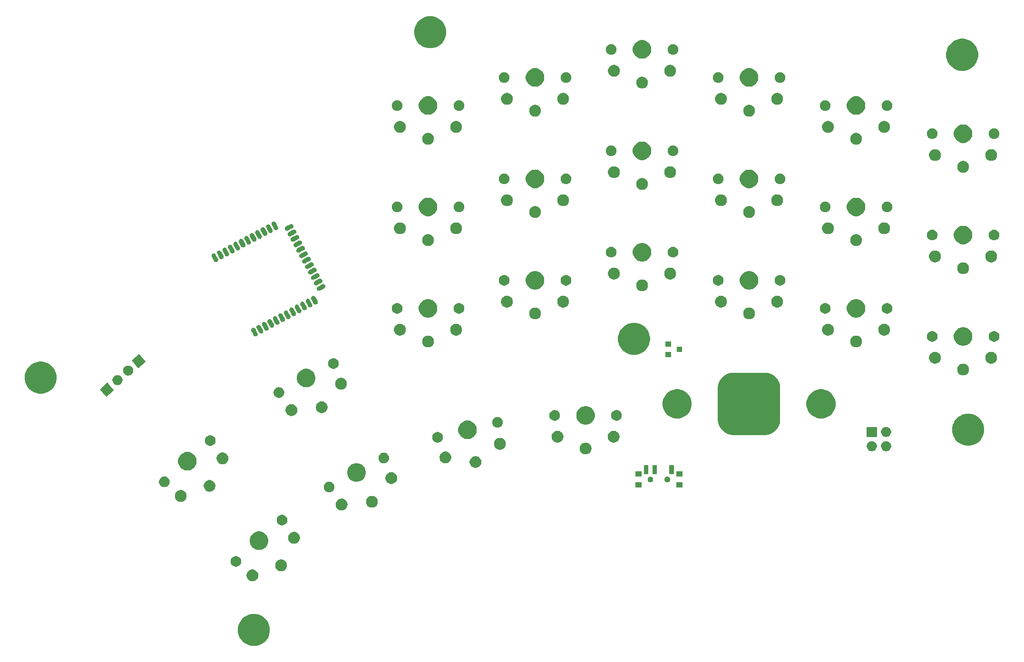
<source format=gbs>
G04 #@! TF.GenerationSoftware,KiCad,Pcbnew,(5.1.6)-1*
G04 #@! TF.CreationDate,2020-10-07T13:29:02+02:00*
G04 #@! TF.ProjectId,Mathias_ergo,4d617468-6961-4735-9f65-72676f2e6b69,rev?*
G04 #@! TF.SameCoordinates,Original*
G04 #@! TF.FileFunction,Soldermask,Bot*
G04 #@! TF.FilePolarity,Negative*
%FSLAX46Y46*%
G04 Gerber Fmt 4.6, Leading zero omitted, Abs format (unit mm)*
G04 Created by KiCad (PCBNEW (5.1.6)-1) date 2020-10-07 13:29:02*
%MOMM*%
%LPD*%
G01*
G04 APERTURE LIST*
%ADD10C,0.100000*%
G04 APERTURE END LIST*
D10*
G36*
X90791314Y-169799524D02*
G01*
X90791316Y-169799525D01*
X90791317Y-169799525D01*
X91309983Y-170014364D01*
X91776768Y-170326259D01*
X92173740Y-170723231D01*
X92485637Y-171190019D01*
X92700476Y-171708686D01*
X92810000Y-172259299D01*
X92810000Y-172820701D01*
X92700476Y-173371314D01*
X92700475Y-173371317D01*
X92485636Y-173889983D01*
X92173741Y-174356768D01*
X91776768Y-174753741D01*
X91309983Y-175065636D01*
X90791317Y-175280475D01*
X90791316Y-175280475D01*
X90791314Y-175280476D01*
X90240701Y-175390000D01*
X89679299Y-175390000D01*
X89128686Y-175280476D01*
X89128684Y-175280475D01*
X89128683Y-175280475D01*
X88610017Y-175065636D01*
X88143232Y-174753741D01*
X87746259Y-174356768D01*
X87434364Y-173889983D01*
X87219525Y-173371317D01*
X87219524Y-173371314D01*
X87110000Y-172820701D01*
X87110000Y-172259299D01*
X87219524Y-171708686D01*
X87434363Y-171190019D01*
X87746260Y-170723231D01*
X88143232Y-170326259D01*
X88610017Y-170014364D01*
X89128683Y-169799525D01*
X89128684Y-169799525D01*
X89128686Y-169799524D01*
X89679299Y-169690000D01*
X90240701Y-169690000D01*
X90791314Y-169799524D01*
G37*
G36*
X89999017Y-161814825D02*
G01*
X90190105Y-161893977D01*
X90362079Y-162008886D01*
X90508332Y-162155139D01*
X90623241Y-162327113D01*
X90702393Y-162518201D01*
X90742743Y-162721059D01*
X90742743Y-162927891D01*
X90702393Y-163130749D01*
X90623241Y-163321837D01*
X90508332Y-163493811D01*
X90362079Y-163640064D01*
X90190105Y-163754973D01*
X89999017Y-163834125D01*
X89796159Y-163874475D01*
X89589327Y-163874475D01*
X89386469Y-163834125D01*
X89195381Y-163754973D01*
X89023407Y-163640064D01*
X88877154Y-163493811D01*
X88762245Y-163321837D01*
X88683093Y-163130749D01*
X88642743Y-162927891D01*
X88642743Y-162721059D01*
X88683093Y-162518201D01*
X88762245Y-162327113D01*
X88877154Y-162155139D01*
X89023407Y-162008886D01*
X89195381Y-161893977D01*
X89386469Y-161814825D01*
X89589327Y-161774475D01*
X89796159Y-161774475D01*
X89999017Y-161814825D01*
G37*
G36*
X95119916Y-160029776D02*
G01*
X95311004Y-160108928D01*
X95482978Y-160223837D01*
X95629231Y-160370090D01*
X95744140Y-160542064D01*
X95823292Y-160733152D01*
X95863642Y-160936010D01*
X95863642Y-161142842D01*
X95823292Y-161345700D01*
X95744140Y-161536788D01*
X95629231Y-161708762D01*
X95482978Y-161855015D01*
X95311004Y-161969924D01*
X95119916Y-162049076D01*
X94917058Y-162089426D01*
X94710226Y-162089426D01*
X94507368Y-162049076D01*
X94316280Y-161969924D01*
X94144306Y-161855015D01*
X93998053Y-161708762D01*
X93883144Y-161536788D01*
X93803992Y-161345700D01*
X93763642Y-161142842D01*
X93763642Y-160936010D01*
X93803992Y-160733152D01*
X93883144Y-160542064D01*
X93998053Y-160370090D01*
X94144306Y-160223837D01*
X94316280Y-160108928D01*
X94507368Y-160029776D01*
X94710226Y-159989426D01*
X94917058Y-159989426D01*
X95119916Y-160029776D01*
G37*
G36*
X87055579Y-159421598D02*
G01*
X87228468Y-159493211D01*
X87384064Y-159597177D01*
X87516387Y-159729500D01*
X87620353Y-159885096D01*
X87691966Y-160057985D01*
X87728474Y-160241523D01*
X87728474Y-160428657D01*
X87691966Y-160612195D01*
X87620353Y-160785084D01*
X87516387Y-160940680D01*
X87384064Y-161073003D01*
X87228468Y-161176969D01*
X87055579Y-161248582D01*
X86872041Y-161285090D01*
X86684907Y-161285090D01*
X86501369Y-161248582D01*
X86328480Y-161176969D01*
X86172884Y-161073003D01*
X86040561Y-160940680D01*
X85936595Y-160785084D01*
X85864982Y-160612195D01*
X85828474Y-160428657D01*
X85828474Y-160241523D01*
X85864982Y-160057985D01*
X85936595Y-159885096D01*
X86040561Y-159729500D01*
X86172884Y-159597177D01*
X86328480Y-159493211D01*
X86501369Y-159421598D01*
X86684907Y-159385090D01*
X86872041Y-159385090D01*
X87055579Y-159421598D01*
G37*
G36*
X91347058Y-155068280D02*
G01*
X91647339Y-155192661D01*
X91917585Y-155373233D01*
X92147410Y-155603058D01*
X92327982Y-155873304D01*
X92452363Y-156173585D01*
X92515771Y-156492361D01*
X92515771Y-156817383D01*
X92452363Y-157136159D01*
X92327982Y-157436440D01*
X92147410Y-157706686D01*
X91917585Y-157936511D01*
X91647339Y-158117083D01*
X91347058Y-158241464D01*
X91028282Y-158304872D01*
X90703260Y-158304872D01*
X90384484Y-158241464D01*
X90084203Y-158117083D01*
X89813957Y-157936511D01*
X89584132Y-157706686D01*
X89403560Y-157436440D01*
X89279179Y-157136159D01*
X89215771Y-156817383D01*
X89215771Y-156492361D01*
X89279179Y-156173585D01*
X89403560Y-155873304D01*
X89584132Y-155603058D01*
X89813957Y-155373233D01*
X90084203Y-155192661D01*
X90384484Y-155068280D01*
X90703260Y-155004872D01*
X91028282Y-155004872D01*
X91347058Y-155068280D01*
G37*
G36*
X97430465Y-155123519D02*
G01*
X97621553Y-155202671D01*
X97793527Y-155317580D01*
X97939780Y-155463833D01*
X98054689Y-155635807D01*
X98133841Y-155826895D01*
X98174191Y-156029753D01*
X98174191Y-156236585D01*
X98133841Y-156439443D01*
X98054689Y-156630531D01*
X97939780Y-156802505D01*
X97793527Y-156948758D01*
X97621553Y-157063667D01*
X97430465Y-157142819D01*
X97227607Y-157183169D01*
X97020775Y-157183169D01*
X96817917Y-157142819D01*
X96626829Y-157063667D01*
X96454855Y-156948758D01*
X96308602Y-156802505D01*
X96193693Y-156630531D01*
X96114541Y-156439443D01*
X96074191Y-156236585D01*
X96074191Y-156029753D01*
X96114541Y-155826895D01*
X96193693Y-155635807D01*
X96308602Y-155463833D01*
X96454855Y-155317580D01*
X96626829Y-155202671D01*
X96817917Y-155123519D01*
X97020775Y-155083169D01*
X97227607Y-155083169D01*
X97430465Y-155123519D01*
G37*
G36*
X95230173Y-152061162D02*
G01*
X95403062Y-152132775D01*
X95558658Y-152236741D01*
X95690981Y-152369064D01*
X95794947Y-152524660D01*
X95866560Y-152697549D01*
X95903068Y-152881087D01*
X95903068Y-153068221D01*
X95866560Y-153251759D01*
X95794947Y-153424648D01*
X95690981Y-153580244D01*
X95558658Y-153712567D01*
X95403062Y-153816533D01*
X95230173Y-153888146D01*
X95046635Y-153924654D01*
X94859501Y-153924654D01*
X94675963Y-153888146D01*
X94503074Y-153816533D01*
X94347478Y-153712567D01*
X94215155Y-153580244D01*
X94111189Y-153424648D01*
X94039576Y-153251759D01*
X94003068Y-153068221D01*
X94003068Y-152881087D01*
X94039576Y-152697549D01*
X94111189Y-152524660D01*
X94215155Y-152369064D01*
X94347478Y-152236741D01*
X94503074Y-152132775D01*
X94675963Y-152061162D01*
X94859501Y-152024654D01*
X95046635Y-152024654D01*
X95230173Y-152061162D01*
G37*
G36*
X105891670Y-149198921D02*
G01*
X106082758Y-149278073D01*
X106254732Y-149392982D01*
X106400985Y-149539235D01*
X106515894Y-149711209D01*
X106595046Y-149902297D01*
X106635396Y-150105155D01*
X106635396Y-150311987D01*
X106595046Y-150514845D01*
X106515894Y-150705933D01*
X106400985Y-150877907D01*
X106254732Y-151024160D01*
X106082758Y-151139069D01*
X105891670Y-151218221D01*
X105688812Y-151258571D01*
X105481980Y-151258571D01*
X105279122Y-151218221D01*
X105088034Y-151139069D01*
X104916060Y-151024160D01*
X104769807Y-150877907D01*
X104654898Y-150705933D01*
X104575746Y-150514845D01*
X104535396Y-150311987D01*
X104535396Y-150105155D01*
X104575746Y-149902297D01*
X104654898Y-149711209D01*
X104769807Y-149539235D01*
X104916060Y-149392982D01*
X105088034Y-149278073D01*
X105279122Y-149198921D01*
X105481980Y-149158571D01*
X105688812Y-149158571D01*
X105891670Y-149198921D01*
G37*
G36*
X111292298Y-148705753D02*
G01*
X111483386Y-148784905D01*
X111655360Y-148899814D01*
X111801613Y-149046067D01*
X111916522Y-149218041D01*
X111995674Y-149409129D01*
X112036024Y-149611987D01*
X112036024Y-149818819D01*
X111995674Y-150021677D01*
X111916522Y-150212765D01*
X111801613Y-150384739D01*
X111655360Y-150530992D01*
X111483386Y-150645901D01*
X111292298Y-150725053D01*
X111089440Y-150765403D01*
X110882608Y-150765403D01*
X110679750Y-150725053D01*
X110488662Y-150645901D01*
X110316688Y-150530992D01*
X110170435Y-150384739D01*
X110055526Y-150212765D01*
X109976374Y-150021677D01*
X109936024Y-149818819D01*
X109936024Y-149611987D01*
X109976374Y-149409129D01*
X110055526Y-149218041D01*
X110170435Y-149046067D01*
X110316688Y-148899814D01*
X110488662Y-148784905D01*
X110679750Y-148705753D01*
X110882608Y-148665403D01*
X111089440Y-148665403D01*
X111292298Y-148705753D01*
G37*
G36*
X77252079Y-147657916D02*
G01*
X77443167Y-147737068D01*
X77615141Y-147851977D01*
X77761394Y-147998230D01*
X77876303Y-148170204D01*
X77955455Y-148361292D01*
X77995805Y-148564150D01*
X77995805Y-148770982D01*
X77955455Y-148973840D01*
X77876303Y-149164928D01*
X77761394Y-149336902D01*
X77615141Y-149483155D01*
X77443167Y-149598064D01*
X77252079Y-149677216D01*
X77049221Y-149717566D01*
X76842389Y-149717566D01*
X76639531Y-149677216D01*
X76448443Y-149598064D01*
X76276469Y-149483155D01*
X76130216Y-149336902D01*
X76015307Y-149164928D01*
X75936155Y-148973840D01*
X75895805Y-148770982D01*
X75895805Y-148564150D01*
X75936155Y-148361292D01*
X76015307Y-148170204D01*
X76130216Y-147998230D01*
X76276469Y-147851977D01*
X76448443Y-147737068D01*
X76639531Y-147657916D01*
X76842389Y-147617566D01*
X77049221Y-147617566D01*
X77252079Y-147657916D01*
G37*
G36*
X103637035Y-146174614D02*
G01*
X103809924Y-146246227D01*
X103965520Y-146350193D01*
X104097843Y-146482516D01*
X104201809Y-146638112D01*
X104273422Y-146811001D01*
X104309930Y-146994539D01*
X104309930Y-147181673D01*
X104273422Y-147365211D01*
X104201809Y-147538100D01*
X104097843Y-147693696D01*
X103965520Y-147826019D01*
X103809924Y-147929985D01*
X103637035Y-148001598D01*
X103453497Y-148038106D01*
X103266363Y-148038106D01*
X103082825Y-148001598D01*
X102909936Y-147929985D01*
X102754340Y-147826019D01*
X102622017Y-147693696D01*
X102518051Y-147538100D01*
X102446438Y-147365211D01*
X102409930Y-147181673D01*
X102409930Y-146994539D01*
X102446438Y-146811001D01*
X102518051Y-146638112D01*
X102622017Y-146482516D01*
X102754340Y-146350193D01*
X102909936Y-146246227D01*
X103082825Y-146174614D01*
X103266363Y-146138106D01*
X103453497Y-146138106D01*
X103637035Y-146174614D01*
G37*
G36*
X82372978Y-145872867D02*
G01*
X82564066Y-145952019D01*
X82736040Y-146066928D01*
X82882293Y-146213181D01*
X82997202Y-146385155D01*
X83076354Y-146576243D01*
X83116704Y-146779101D01*
X83116704Y-146985933D01*
X83076354Y-147188791D01*
X82997202Y-147379879D01*
X82882293Y-147551853D01*
X82736040Y-147698106D01*
X82564066Y-147813015D01*
X82372978Y-147892167D01*
X82170120Y-147932517D01*
X81963288Y-147932517D01*
X81760430Y-147892167D01*
X81569342Y-147813015D01*
X81397368Y-147698106D01*
X81251115Y-147551853D01*
X81136206Y-147379879D01*
X81057054Y-147188791D01*
X81016704Y-146985933D01*
X81016704Y-146779101D01*
X81057054Y-146576243D01*
X81136206Y-146385155D01*
X81251115Y-146213181D01*
X81397368Y-146066928D01*
X81569342Y-145952019D01*
X81760430Y-145872867D01*
X81963288Y-145832517D01*
X82170120Y-145832517D01*
X82372978Y-145872867D01*
G37*
G36*
X158952000Y-147147500D02*
G01*
X157852000Y-147147500D01*
X157852000Y-146247500D01*
X158952000Y-146247500D01*
X158952000Y-147147500D01*
G37*
G36*
X166252000Y-147147500D02*
G01*
X165152000Y-147147500D01*
X165152000Y-146247500D01*
X166252000Y-146247500D01*
X166252000Y-147147500D01*
G37*
G36*
X74308641Y-145264689D02*
G01*
X74481530Y-145336302D01*
X74637126Y-145440268D01*
X74769449Y-145572591D01*
X74873415Y-145728187D01*
X74945028Y-145901076D01*
X74981536Y-146084614D01*
X74981536Y-146271748D01*
X74945028Y-146455286D01*
X74873415Y-146628175D01*
X74769449Y-146783771D01*
X74637126Y-146916094D01*
X74481530Y-147020060D01*
X74308641Y-147091673D01*
X74125103Y-147128181D01*
X73937969Y-147128181D01*
X73754431Y-147091673D01*
X73581542Y-147020060D01*
X73425946Y-146916094D01*
X73293623Y-146783771D01*
X73189657Y-146628175D01*
X73118044Y-146455286D01*
X73081536Y-146271748D01*
X73081536Y-146084614D01*
X73118044Y-145901076D01*
X73189657Y-145728187D01*
X73293623Y-145572591D01*
X73425946Y-145440268D01*
X73581542Y-145336302D01*
X73754431Y-145264689D01*
X73937969Y-145228181D01*
X74125103Y-145228181D01*
X74308641Y-145264689D01*
G37*
G36*
X114721146Y-144504205D02*
G01*
X114912234Y-144583357D01*
X115084208Y-144698266D01*
X115230461Y-144844519D01*
X115345370Y-145016493D01*
X115424522Y-145207581D01*
X115464872Y-145410439D01*
X115464872Y-145617271D01*
X115424522Y-145820129D01*
X115345370Y-146011217D01*
X115230461Y-146183191D01*
X115084208Y-146329444D01*
X114912234Y-146444353D01*
X114721146Y-146523505D01*
X114518288Y-146563855D01*
X114311456Y-146563855D01*
X114108598Y-146523505D01*
X113917510Y-146444353D01*
X113745536Y-146329444D01*
X113599283Y-146183191D01*
X113484374Y-146011217D01*
X113405222Y-145820129D01*
X113364872Y-145617271D01*
X113364872Y-145410439D01*
X113405222Y-145207581D01*
X113484374Y-145016493D01*
X113599283Y-144844519D01*
X113745536Y-144698266D01*
X113917510Y-144583357D01*
X114108598Y-144504205D01*
X114311456Y-144463855D01*
X114518288Y-144463855D01*
X114721146Y-144504205D01*
G37*
G36*
X160697842Y-145251714D02*
G01*
X160697844Y-145251715D01*
X160697845Y-145251715D01*
X160784433Y-145287581D01*
X160788841Y-145289407D01*
X160870730Y-145344123D01*
X160940377Y-145413770D01*
X160995093Y-145495659D01*
X160995094Y-145495661D01*
X161020844Y-145557826D01*
X161032786Y-145586658D01*
X161052000Y-145683252D01*
X161052000Y-145781748D01*
X161032786Y-145878342D01*
X160995093Y-145969341D01*
X160940377Y-146051230D01*
X160870730Y-146120877D01*
X160788841Y-146175593D01*
X160788840Y-146175594D01*
X160788839Y-146175594D01*
X160697845Y-146213285D01*
X160697844Y-146213285D01*
X160697842Y-146213286D01*
X160601248Y-146232500D01*
X160502752Y-146232500D01*
X160406158Y-146213286D01*
X160406156Y-146213285D01*
X160406155Y-146213285D01*
X160315161Y-146175594D01*
X160315160Y-146175594D01*
X160315159Y-146175593D01*
X160233270Y-146120877D01*
X160163623Y-146051230D01*
X160108907Y-145969341D01*
X160071214Y-145878342D01*
X160052000Y-145781748D01*
X160052000Y-145683252D01*
X160071214Y-145586658D01*
X160083157Y-145557826D01*
X160108906Y-145495661D01*
X160108907Y-145495659D01*
X160163623Y-145413770D01*
X160233270Y-145344123D01*
X160315159Y-145289407D01*
X160319567Y-145287581D01*
X160406155Y-145251715D01*
X160406156Y-145251715D01*
X160406158Y-145251714D01*
X160502752Y-145232500D01*
X160601248Y-145232500D01*
X160697842Y-145251714D01*
G37*
G36*
X163697842Y-145251714D02*
G01*
X163697844Y-145251715D01*
X163697845Y-145251715D01*
X163784433Y-145287581D01*
X163788841Y-145289407D01*
X163870730Y-145344123D01*
X163940377Y-145413770D01*
X163995093Y-145495659D01*
X163995094Y-145495661D01*
X164020844Y-145557826D01*
X164032786Y-145586658D01*
X164052000Y-145683252D01*
X164052000Y-145781748D01*
X164032786Y-145878342D01*
X163995093Y-145969341D01*
X163940377Y-146051230D01*
X163870730Y-146120877D01*
X163788841Y-146175593D01*
X163788840Y-146175594D01*
X163788839Y-146175594D01*
X163697845Y-146213285D01*
X163697844Y-146213285D01*
X163697842Y-146213286D01*
X163601248Y-146232500D01*
X163502752Y-146232500D01*
X163406158Y-146213286D01*
X163406156Y-146213285D01*
X163406155Y-146213285D01*
X163315161Y-146175594D01*
X163315160Y-146175594D01*
X163315159Y-146175593D01*
X163233270Y-146120877D01*
X163163623Y-146051230D01*
X163108907Y-145969341D01*
X163071214Y-145878342D01*
X163052000Y-145781748D01*
X163052000Y-145683252D01*
X163071214Y-145586658D01*
X163083157Y-145557826D01*
X163108906Y-145495661D01*
X163108907Y-145495659D01*
X163163623Y-145413770D01*
X163233270Y-145344123D01*
X163315159Y-145289407D01*
X163319567Y-145287581D01*
X163406155Y-145251715D01*
X163406156Y-145251715D01*
X163406158Y-145251714D01*
X163502752Y-145232500D01*
X163601248Y-145232500D01*
X163697842Y-145251714D01*
G37*
G36*
X108697429Y-142919420D02*
G01*
X108997710Y-143043801D01*
X109267956Y-143224373D01*
X109497781Y-143454198D01*
X109678353Y-143724444D01*
X109802734Y-144024725D01*
X109866142Y-144343501D01*
X109866142Y-144668523D01*
X109802734Y-144987299D01*
X109678353Y-145287580D01*
X109497781Y-145557826D01*
X109267956Y-145787651D01*
X108997710Y-145968223D01*
X108697429Y-146092604D01*
X108378653Y-146156012D01*
X108053631Y-146156012D01*
X107734855Y-146092604D01*
X107434574Y-145968223D01*
X107164328Y-145787651D01*
X106934503Y-145557826D01*
X106753931Y-145287580D01*
X106629550Y-144987299D01*
X106566142Y-144668523D01*
X106566142Y-144343501D01*
X106629550Y-144024725D01*
X106753931Y-143724444D01*
X106934503Y-143454198D01*
X107164328Y-143224373D01*
X107434574Y-143043801D01*
X107734855Y-142919420D01*
X108053631Y-142856012D01*
X108378653Y-142856012D01*
X108697429Y-142919420D01*
G37*
G36*
X166252000Y-145217500D02*
G01*
X165152000Y-145217500D01*
X165152000Y-144317500D01*
X166252000Y-144317500D01*
X166252000Y-145217500D01*
G37*
G36*
X158952000Y-145217500D02*
G01*
X157852000Y-145217500D01*
X157852000Y-144317500D01*
X158952000Y-144317500D01*
X158952000Y-145217500D01*
G37*
G36*
X161702000Y-144782500D02*
G01*
X160902000Y-144782500D01*
X160902000Y-143182500D01*
X161702000Y-143182500D01*
X161702000Y-144782500D01*
G37*
G36*
X164702000Y-144782500D02*
G01*
X163902000Y-144782500D01*
X163902000Y-143182500D01*
X164702000Y-143182500D01*
X164702000Y-144782500D01*
G37*
G36*
X160202000Y-144782500D02*
G01*
X159402000Y-144782500D01*
X159402000Y-143182500D01*
X160202000Y-143182500D01*
X160202000Y-144782500D01*
G37*
G36*
X78600120Y-140911371D02*
G01*
X78900401Y-141035752D01*
X79170647Y-141216324D01*
X79400472Y-141446149D01*
X79581044Y-141716395D01*
X79705425Y-142016676D01*
X79768833Y-142335452D01*
X79768833Y-142660474D01*
X79705425Y-142979250D01*
X79581044Y-143279531D01*
X79400472Y-143549777D01*
X79170647Y-143779602D01*
X78900401Y-143960174D01*
X78600120Y-144084555D01*
X78281344Y-144147963D01*
X77956322Y-144147963D01*
X77637546Y-144084555D01*
X77337265Y-143960174D01*
X77067019Y-143779602D01*
X76837194Y-143549777D01*
X76656622Y-143279531D01*
X76532241Y-142979250D01*
X76468833Y-142660474D01*
X76468833Y-142335452D01*
X76532241Y-142016676D01*
X76656622Y-141716395D01*
X76837194Y-141446149D01*
X77067019Y-141216324D01*
X77337265Y-141035752D01*
X77637546Y-140911371D01*
X77956322Y-140847963D01*
X78281344Y-140847963D01*
X78600120Y-140911371D01*
G37*
G36*
X129723821Y-141630554D02*
G01*
X129914909Y-141709706D01*
X130086883Y-141824615D01*
X130233136Y-141970868D01*
X130348045Y-142142842D01*
X130427197Y-142333930D01*
X130467547Y-142536788D01*
X130467547Y-142743620D01*
X130427197Y-142946478D01*
X130348045Y-143137566D01*
X130233136Y-143309540D01*
X130086883Y-143455793D01*
X129914909Y-143570702D01*
X129723821Y-143649854D01*
X129520963Y-143690204D01*
X129314131Y-143690204D01*
X129111273Y-143649854D01*
X128920185Y-143570702D01*
X128748211Y-143455793D01*
X128601958Y-143309540D01*
X128487049Y-143137566D01*
X128407897Y-142946478D01*
X128367547Y-142743620D01*
X128367547Y-142536788D01*
X128407897Y-142333930D01*
X128487049Y-142142842D01*
X128601958Y-141970868D01*
X128748211Y-141824615D01*
X128920185Y-141709706D01*
X129111273Y-141630554D01*
X129314131Y-141590204D01*
X129520963Y-141590204D01*
X129723821Y-141630554D01*
G37*
G36*
X84683527Y-140966610D02*
G01*
X84874615Y-141045762D01*
X85046589Y-141160671D01*
X85192842Y-141306924D01*
X85307751Y-141478898D01*
X85386903Y-141669986D01*
X85427253Y-141872844D01*
X85427253Y-142079676D01*
X85386903Y-142282534D01*
X85307751Y-142473622D01*
X85192842Y-142645596D01*
X85046589Y-142791849D01*
X84874615Y-142906758D01*
X84683527Y-142985910D01*
X84480669Y-143026260D01*
X84273837Y-143026260D01*
X84070979Y-142985910D01*
X83879891Y-142906758D01*
X83707917Y-142791849D01*
X83561664Y-142645596D01*
X83446755Y-142473622D01*
X83367603Y-142282534D01*
X83327253Y-142079676D01*
X83327253Y-141872844D01*
X83367603Y-141669986D01*
X83446755Y-141478898D01*
X83561664Y-141306924D01*
X83707917Y-141160671D01*
X83879891Y-141045762D01*
X84070979Y-140966610D01*
X84273837Y-140926260D01*
X84480669Y-140926260D01*
X84683527Y-140966610D01*
G37*
G36*
X113349459Y-141010426D02*
G01*
X113522348Y-141082039D01*
X113677944Y-141186005D01*
X113810267Y-141318328D01*
X113914233Y-141473924D01*
X113985846Y-141646813D01*
X114022354Y-141830351D01*
X114022354Y-142017485D01*
X113985846Y-142201023D01*
X113914233Y-142373912D01*
X113810267Y-142529508D01*
X113677944Y-142661831D01*
X113522348Y-142765797D01*
X113349459Y-142837410D01*
X113165921Y-142873918D01*
X112978787Y-142873918D01*
X112795249Y-142837410D01*
X112622360Y-142765797D01*
X112466764Y-142661831D01*
X112334441Y-142529508D01*
X112230475Y-142373912D01*
X112158862Y-142201023D01*
X112122354Y-142017485D01*
X112122354Y-141830351D01*
X112158862Y-141646813D01*
X112230475Y-141473924D01*
X112334441Y-141318328D01*
X112466764Y-141186005D01*
X112622360Y-141082039D01*
X112795249Y-141010426D01*
X112978787Y-140973918D01*
X113165921Y-140973918D01*
X113349459Y-141010426D01*
G37*
G36*
X124364307Y-140802542D02*
G01*
X124555395Y-140881694D01*
X124727369Y-140996603D01*
X124873622Y-141142856D01*
X124988531Y-141314830D01*
X125067683Y-141505918D01*
X125108033Y-141708776D01*
X125108033Y-141915608D01*
X125067683Y-142118466D01*
X124988531Y-142309554D01*
X124873622Y-142481528D01*
X124727369Y-142627781D01*
X124555395Y-142742690D01*
X124364307Y-142821842D01*
X124161449Y-142862192D01*
X123954617Y-142862192D01*
X123751759Y-142821842D01*
X123560671Y-142742690D01*
X123388697Y-142627781D01*
X123242444Y-142481528D01*
X123127535Y-142309554D01*
X123048383Y-142118466D01*
X123008033Y-141915608D01*
X123008033Y-141708776D01*
X123048383Y-141505918D01*
X123127535Y-141314830D01*
X123242444Y-141142856D01*
X123388697Y-140996603D01*
X123560671Y-140881694D01*
X123751759Y-140802542D01*
X123954617Y-140762192D01*
X124161449Y-140762192D01*
X124364307Y-140802542D01*
G37*
G36*
X149319495Y-139224508D02*
G01*
X149510583Y-139303660D01*
X149682557Y-139418569D01*
X149828810Y-139564822D01*
X149943719Y-139736796D01*
X150022871Y-139927884D01*
X150063221Y-140130742D01*
X150063221Y-140337574D01*
X150022871Y-140540432D01*
X149943719Y-140731520D01*
X149828810Y-140903494D01*
X149682557Y-141049747D01*
X149510583Y-141164656D01*
X149319495Y-141243808D01*
X149116637Y-141284158D01*
X148909805Y-141284158D01*
X148706947Y-141243808D01*
X148515859Y-141164656D01*
X148343885Y-141049747D01*
X148197632Y-140903494D01*
X148082723Y-140731520D01*
X148003571Y-140540432D01*
X147963221Y-140337574D01*
X147963221Y-140130742D01*
X148003571Y-139927884D01*
X148082723Y-139736796D01*
X148197632Y-139564822D01*
X148343885Y-139418569D01*
X148515859Y-139303660D01*
X148706947Y-139224508D01*
X148909805Y-139184158D01*
X149116637Y-139184158D01*
X149319495Y-139224508D01*
G37*
G36*
X202764020Y-138961586D02*
G01*
X202764022Y-138961587D01*
X202764023Y-138961587D01*
X202817990Y-138983941D01*
X202927810Y-139029430D01*
X203075217Y-139127924D01*
X203200576Y-139253283D01*
X203299070Y-139400690D01*
X203308450Y-139423335D01*
X203363260Y-139555657D01*
X203366914Y-139564480D01*
X203401500Y-139738358D01*
X203401500Y-139915642D01*
X203366914Y-140089520D01*
X203299070Y-140253310D01*
X203200576Y-140400717D01*
X203075217Y-140526076D01*
X202927810Y-140624570D01*
X202824525Y-140667352D01*
X202764023Y-140692413D01*
X202764022Y-140692413D01*
X202764020Y-140692414D01*
X202590142Y-140727000D01*
X202412858Y-140727000D01*
X202238980Y-140692414D01*
X202238978Y-140692413D01*
X202238977Y-140692413D01*
X202178475Y-140667352D01*
X202075190Y-140624570D01*
X201927783Y-140526076D01*
X201802424Y-140400717D01*
X201703930Y-140253310D01*
X201636086Y-140089520D01*
X201601500Y-139915642D01*
X201601500Y-139738358D01*
X201636086Y-139564480D01*
X201639741Y-139555657D01*
X201694550Y-139423335D01*
X201703930Y-139400690D01*
X201802424Y-139253283D01*
X201927783Y-139127924D01*
X202075190Y-139029430D01*
X202185010Y-138983941D01*
X202238977Y-138961587D01*
X202238978Y-138961587D01*
X202238980Y-138961586D01*
X202412858Y-138927000D01*
X202590142Y-138927000D01*
X202764020Y-138961586D01*
G37*
G36*
X200224020Y-138961586D02*
G01*
X200224022Y-138961587D01*
X200224023Y-138961587D01*
X200277990Y-138983941D01*
X200387810Y-139029430D01*
X200535217Y-139127924D01*
X200660576Y-139253283D01*
X200759070Y-139400690D01*
X200768450Y-139423335D01*
X200823260Y-139555657D01*
X200826914Y-139564480D01*
X200861500Y-139738358D01*
X200861500Y-139915642D01*
X200826914Y-140089520D01*
X200759070Y-140253310D01*
X200660576Y-140400717D01*
X200535217Y-140526076D01*
X200387810Y-140624570D01*
X200284525Y-140667352D01*
X200224023Y-140692413D01*
X200224022Y-140692413D01*
X200224020Y-140692414D01*
X200050142Y-140727000D01*
X199872858Y-140727000D01*
X199698980Y-140692414D01*
X199698978Y-140692413D01*
X199698977Y-140692413D01*
X199638475Y-140667352D01*
X199535190Y-140624570D01*
X199387783Y-140526076D01*
X199262424Y-140400717D01*
X199163930Y-140253310D01*
X199096086Y-140089520D01*
X199061500Y-139915642D01*
X199061500Y-139738358D01*
X199096086Y-139564480D01*
X199099741Y-139555657D01*
X199154550Y-139423335D01*
X199163930Y-139400690D01*
X199262424Y-139253283D01*
X199387783Y-139127924D01*
X199535190Y-139029430D01*
X199645010Y-138983941D01*
X199698977Y-138961587D01*
X199698978Y-138961587D01*
X199698980Y-138961586D01*
X199872858Y-138927000D01*
X200050142Y-138927000D01*
X200224020Y-138961586D01*
G37*
G36*
X134067264Y-138383323D02*
G01*
X134258352Y-138462475D01*
X134430326Y-138577384D01*
X134576579Y-138723637D01*
X134691488Y-138895611D01*
X134770640Y-139086699D01*
X134810990Y-139289557D01*
X134810990Y-139496389D01*
X134770640Y-139699247D01*
X134691488Y-139890335D01*
X134576579Y-140062309D01*
X134430326Y-140208562D01*
X134258352Y-140323471D01*
X134067264Y-140402623D01*
X133864406Y-140442973D01*
X133657574Y-140442973D01*
X133454716Y-140402623D01*
X133263628Y-140323471D01*
X133091654Y-140208562D01*
X132945401Y-140062309D01*
X132830492Y-139890335D01*
X132751340Y-139699247D01*
X132710990Y-139496389D01*
X132710990Y-139289557D01*
X132751340Y-139086699D01*
X132830492Y-138895611D01*
X132945401Y-138723637D01*
X133091654Y-138577384D01*
X133263628Y-138462475D01*
X133454716Y-138383323D01*
X133657574Y-138342973D01*
X133864406Y-138342973D01*
X134067264Y-138383323D01*
G37*
G36*
X82483235Y-137904253D02*
G01*
X82656124Y-137975866D01*
X82811720Y-138079832D01*
X82944043Y-138212155D01*
X83048009Y-138367751D01*
X83119622Y-138540640D01*
X83156130Y-138724178D01*
X83156130Y-138911312D01*
X83119622Y-139094850D01*
X83048009Y-139267739D01*
X82944043Y-139423335D01*
X82811720Y-139555658D01*
X82656124Y-139659624D01*
X82483235Y-139731237D01*
X82299697Y-139767745D01*
X82112563Y-139767745D01*
X81929025Y-139731237D01*
X81756136Y-139659624D01*
X81600540Y-139555658D01*
X81468217Y-139423335D01*
X81364251Y-139267739D01*
X81292638Y-139094850D01*
X81256130Y-138911312D01*
X81256130Y-138724178D01*
X81292638Y-138540640D01*
X81364251Y-138367751D01*
X81468217Y-138212155D01*
X81600540Y-138079832D01*
X81756136Y-137975866D01*
X81929025Y-137904253D01*
X82112563Y-137867745D01*
X82299697Y-137867745D01*
X82483235Y-137904253D01*
G37*
G36*
X217951314Y-134149524D02*
G01*
X217951316Y-134149525D01*
X217951317Y-134149525D01*
X218004724Y-134171647D01*
X218360265Y-134318917D01*
X218469983Y-134364364D01*
X218936768Y-134676259D01*
X219333741Y-135073232D01*
X219587660Y-135453249D01*
X219645637Y-135540019D01*
X219734625Y-135754855D01*
X219850617Y-136034883D01*
X219860476Y-136058686D01*
X219970000Y-136609299D01*
X219970000Y-137170701D01*
X219862068Y-137713309D01*
X219860475Y-137721317D01*
X219802733Y-137860717D01*
X219681889Y-138152462D01*
X219645636Y-138239983D01*
X219333741Y-138706768D01*
X218936768Y-139103741D01*
X218469983Y-139415636D01*
X218469982Y-139415637D01*
X218469981Y-139415637D01*
X218255145Y-139504625D01*
X217951317Y-139630475D01*
X217951316Y-139630475D01*
X217951314Y-139630476D01*
X217400701Y-139740000D01*
X216839299Y-139740000D01*
X216288686Y-139630476D01*
X216288684Y-139630475D01*
X216288683Y-139630475D01*
X215984855Y-139504625D01*
X215770019Y-139415637D01*
X215770018Y-139415637D01*
X215770017Y-139415636D01*
X215303232Y-139103741D01*
X214906259Y-138706768D01*
X214594364Y-138239983D01*
X214558112Y-138152462D01*
X214437267Y-137860717D01*
X214379525Y-137721317D01*
X214377932Y-137713309D01*
X214270000Y-137170701D01*
X214270000Y-136609299D01*
X214379524Y-136058686D01*
X214389384Y-136034883D01*
X214505375Y-135754855D01*
X214594363Y-135540019D01*
X214652341Y-135453249D01*
X214906259Y-135073232D01*
X215303232Y-134676259D01*
X215770017Y-134364364D01*
X215879736Y-134318917D01*
X216235276Y-134171647D01*
X216288683Y-134149525D01*
X216288684Y-134149525D01*
X216288686Y-134149524D01*
X216839299Y-134040000D01*
X217400701Y-134040000D01*
X217951314Y-134149524D01*
G37*
G36*
X122930687Y-137332537D02*
G01*
X123103576Y-137404150D01*
X123259172Y-137508116D01*
X123391495Y-137640439D01*
X123495461Y-137796035D01*
X123567074Y-137968924D01*
X123603582Y-138152462D01*
X123603582Y-138339596D01*
X123567074Y-138523134D01*
X123495461Y-138696023D01*
X123391495Y-138851619D01*
X123259172Y-138983942D01*
X123103576Y-139087908D01*
X122930687Y-139159521D01*
X122747149Y-139196029D01*
X122560015Y-139196029D01*
X122376477Y-139159521D01*
X122203588Y-139087908D01*
X122047992Y-138983942D01*
X121915669Y-138851619D01*
X121811703Y-138696023D01*
X121740090Y-138523134D01*
X121703582Y-138339596D01*
X121703582Y-138152462D01*
X121740090Y-137968924D01*
X121811703Y-137796035D01*
X121915669Y-137640439D01*
X122047992Y-137508116D01*
X122203588Y-137404150D01*
X122376477Y-137332537D01*
X122560015Y-137296029D01*
X122747149Y-137296029D01*
X122930687Y-137332537D01*
G37*
G36*
X154319495Y-137124508D02*
G01*
X154510583Y-137203660D01*
X154682557Y-137318569D01*
X154828810Y-137464822D01*
X154943719Y-137636796D01*
X155022871Y-137827884D01*
X155063221Y-138030742D01*
X155063221Y-138237574D01*
X155022871Y-138440432D01*
X154943719Y-138631520D01*
X154828810Y-138803494D01*
X154682557Y-138949747D01*
X154510583Y-139064656D01*
X154319495Y-139143808D01*
X154116637Y-139184158D01*
X153909805Y-139184158D01*
X153706947Y-139143808D01*
X153515859Y-139064656D01*
X153343885Y-138949747D01*
X153197632Y-138803494D01*
X153082723Y-138631520D01*
X153003571Y-138440432D01*
X152963221Y-138237574D01*
X152963221Y-138030742D01*
X153003571Y-137827884D01*
X153082723Y-137636796D01*
X153197632Y-137464822D01*
X153343885Y-137318569D01*
X153515859Y-137203660D01*
X153706947Y-137124508D01*
X153909805Y-137084158D01*
X154116637Y-137084158D01*
X154319495Y-137124508D01*
G37*
G36*
X144319495Y-137124508D02*
G01*
X144510583Y-137203660D01*
X144682557Y-137318569D01*
X144828810Y-137464822D01*
X144943719Y-137636796D01*
X145022871Y-137827884D01*
X145063221Y-138030742D01*
X145063221Y-138237574D01*
X145022871Y-138440432D01*
X144943719Y-138631520D01*
X144828810Y-138803494D01*
X144682557Y-138949747D01*
X144510583Y-139064656D01*
X144319495Y-139143808D01*
X144116637Y-139184158D01*
X143909805Y-139184158D01*
X143706947Y-139143808D01*
X143515859Y-139064656D01*
X143343885Y-138949747D01*
X143197632Y-138803494D01*
X143082723Y-138631520D01*
X143003571Y-138440432D01*
X142963221Y-138237574D01*
X142963221Y-138030742D01*
X143003571Y-137827884D01*
X143082723Y-137636796D01*
X143197632Y-137464822D01*
X143343885Y-137318569D01*
X143515859Y-137203660D01*
X143706947Y-137124508D01*
X143909805Y-137084158D01*
X144116637Y-137084158D01*
X144319495Y-137124508D01*
G37*
G36*
X128471495Y-135328867D02*
G01*
X128771776Y-135453248D01*
X129042022Y-135633820D01*
X129271847Y-135863645D01*
X129452419Y-136133891D01*
X129576800Y-136434172D01*
X129640208Y-136752948D01*
X129640208Y-137077970D01*
X129576800Y-137396746D01*
X129452419Y-137697027D01*
X129271847Y-137967273D01*
X129042022Y-138197098D01*
X128771776Y-138377670D01*
X128471495Y-138502051D01*
X128152719Y-138565459D01*
X127827697Y-138565459D01*
X127508921Y-138502051D01*
X127208640Y-138377670D01*
X126938394Y-138197098D01*
X126708569Y-137967273D01*
X126527997Y-137697027D01*
X126403616Y-137396746D01*
X126340208Y-137077970D01*
X126340208Y-136752948D01*
X126403616Y-136434172D01*
X126527997Y-136133891D01*
X126708569Y-135863645D01*
X126938394Y-135633820D01*
X127208640Y-135453248D01*
X127508921Y-135328867D01*
X127827697Y-135265459D01*
X128152719Y-135265459D01*
X128471495Y-135328867D01*
G37*
G36*
X202764020Y-136421586D02*
G01*
X202764022Y-136421587D01*
X202764023Y-136421587D01*
X202824525Y-136446648D01*
X202927810Y-136489430D01*
X203075217Y-136587924D01*
X203200576Y-136713283D01*
X203299070Y-136860690D01*
X203366914Y-137024480D01*
X203401500Y-137198358D01*
X203401500Y-137375642D01*
X203366914Y-137549520D01*
X203299070Y-137713310D01*
X203200576Y-137860717D01*
X203075217Y-137986076D01*
X202927810Y-138084570D01*
X202824525Y-138127352D01*
X202764023Y-138152413D01*
X202764022Y-138152413D01*
X202764020Y-138152414D01*
X202590142Y-138187000D01*
X202412858Y-138187000D01*
X202238980Y-138152414D01*
X202238978Y-138152413D01*
X202238977Y-138152413D01*
X202178475Y-138127352D01*
X202075190Y-138084570D01*
X201927783Y-137986076D01*
X201802424Y-137860717D01*
X201703930Y-137713310D01*
X201636086Y-137549520D01*
X201601500Y-137375642D01*
X201601500Y-137198358D01*
X201636086Y-137024480D01*
X201703930Y-136860690D01*
X201802424Y-136713283D01*
X201927783Y-136587924D01*
X202075190Y-136489430D01*
X202178475Y-136446648D01*
X202238977Y-136421587D01*
X202238978Y-136421587D01*
X202238980Y-136421586D01*
X202412858Y-136387000D01*
X202590142Y-136387000D01*
X202764020Y-136421586D01*
G37*
G36*
X200861500Y-138187000D02*
G01*
X199061500Y-138187000D01*
X199061500Y-136387000D01*
X200861500Y-136387000D01*
X200861500Y-138187000D01*
G37*
G36*
X181469746Y-126786993D02*
G01*
X181980849Y-126942033D01*
X182451880Y-127193804D01*
X182864745Y-127532634D01*
X183203575Y-127945499D01*
X183455346Y-128416530D01*
X183610386Y-128927633D01*
X183663221Y-129464066D01*
X183663221Y-135104250D01*
X183610386Y-135640683D01*
X183455346Y-136151786D01*
X183203575Y-136622817D01*
X182864745Y-137035682D01*
X182451880Y-137374512D01*
X181980849Y-137626283D01*
X181469746Y-137781323D01*
X180933313Y-137834158D01*
X175293129Y-137834158D01*
X174756696Y-137781323D01*
X174245593Y-137626283D01*
X173774562Y-137374512D01*
X173361697Y-137035682D01*
X173022867Y-136622817D01*
X172771096Y-136151786D01*
X172616056Y-135640683D01*
X172563221Y-135104250D01*
X172563221Y-129464066D01*
X172616056Y-128927633D01*
X172771096Y-128416530D01*
X173022867Y-127945499D01*
X173361697Y-127532634D01*
X173774562Y-127193804D01*
X174245593Y-126942033D01*
X174756696Y-126786993D01*
X175293129Y-126734158D01*
X180933313Y-126734158D01*
X181469746Y-126786993D01*
G37*
G36*
X133603939Y-134671397D02*
G01*
X133776828Y-134743010D01*
X133932424Y-134846976D01*
X134064747Y-134979299D01*
X134168713Y-135134895D01*
X134240326Y-135307784D01*
X134276834Y-135491322D01*
X134276834Y-135678456D01*
X134240326Y-135861994D01*
X134168713Y-136034883D01*
X134064747Y-136190479D01*
X133932424Y-136322802D01*
X133776828Y-136426768D01*
X133603939Y-136498381D01*
X133420401Y-136534889D01*
X133233267Y-136534889D01*
X133049729Y-136498381D01*
X132876840Y-136426768D01*
X132721244Y-136322802D01*
X132588921Y-136190479D01*
X132484955Y-136034883D01*
X132413342Y-135861994D01*
X132376834Y-135678456D01*
X132376834Y-135491322D01*
X132413342Y-135307784D01*
X132484955Y-135134895D01*
X132588921Y-134979299D01*
X132721244Y-134846976D01*
X132876840Y-134743010D01*
X133049729Y-134671397D01*
X133233267Y-134634889D01*
X133420401Y-134634889D01*
X133603939Y-134671397D01*
G37*
G36*
X149494508Y-132747566D02*
G01*
X149794789Y-132871947D01*
X150065035Y-133052519D01*
X150294860Y-133282344D01*
X150475432Y-133552590D01*
X150599813Y-133852871D01*
X150663221Y-134171647D01*
X150663221Y-134496669D01*
X150599813Y-134815445D01*
X150475432Y-135115726D01*
X150294860Y-135385972D01*
X150065035Y-135615797D01*
X149794789Y-135796369D01*
X149494508Y-135920750D01*
X149175732Y-135984158D01*
X148850710Y-135984158D01*
X148531934Y-135920750D01*
X148231653Y-135796369D01*
X147961407Y-135615797D01*
X147731582Y-135385972D01*
X147551010Y-135115726D01*
X147426629Y-134815445D01*
X147363221Y-134496669D01*
X147363221Y-134171647D01*
X147426629Y-133852871D01*
X147551010Y-133552590D01*
X147731582Y-133282344D01*
X147961407Y-133052519D01*
X148231653Y-132871947D01*
X148531934Y-132747566D01*
X148850710Y-132684158D01*
X149175732Y-132684158D01*
X149494508Y-132747566D01*
G37*
G36*
X143790326Y-133420666D02*
G01*
X143963215Y-133492279D01*
X144118811Y-133596245D01*
X144251134Y-133728568D01*
X144355100Y-133884164D01*
X144426713Y-134057053D01*
X144463221Y-134240591D01*
X144463221Y-134427725D01*
X144426713Y-134611263D01*
X144355100Y-134784152D01*
X144251134Y-134939748D01*
X144118811Y-135072071D01*
X143963215Y-135176037D01*
X143790326Y-135247650D01*
X143606788Y-135284158D01*
X143419654Y-135284158D01*
X143236116Y-135247650D01*
X143063227Y-135176037D01*
X142907631Y-135072071D01*
X142775308Y-134939748D01*
X142671342Y-134784152D01*
X142599729Y-134611263D01*
X142563221Y-134427725D01*
X142563221Y-134240591D01*
X142599729Y-134057053D01*
X142671342Y-133884164D01*
X142775308Y-133728568D01*
X142907631Y-133596245D01*
X143063227Y-133492279D01*
X143236116Y-133420666D01*
X143419654Y-133384158D01*
X143606788Y-133384158D01*
X143790326Y-133420666D01*
G37*
G36*
X154790326Y-133420666D02*
G01*
X154963215Y-133492279D01*
X155118811Y-133596245D01*
X155251134Y-133728568D01*
X155355100Y-133884164D01*
X155426713Y-134057053D01*
X155463221Y-134240591D01*
X155463221Y-134427725D01*
X155426713Y-134611263D01*
X155355100Y-134784152D01*
X155251134Y-134939748D01*
X155118811Y-135072071D01*
X154963215Y-135176037D01*
X154790326Y-135247650D01*
X154606788Y-135284158D01*
X154419654Y-135284158D01*
X154236116Y-135247650D01*
X154063227Y-135176037D01*
X153907631Y-135072071D01*
X153775308Y-134939748D01*
X153671342Y-134784152D01*
X153599729Y-134611263D01*
X153563221Y-134427725D01*
X153563221Y-134240591D01*
X153599729Y-134057053D01*
X153671342Y-133884164D01*
X153775308Y-133728568D01*
X153907631Y-133596245D01*
X154063227Y-133492279D01*
X154236116Y-133420666D01*
X154419654Y-133384158D01*
X154606788Y-133384158D01*
X154790326Y-133420666D01*
G37*
G36*
X166071613Y-129784075D02*
G01*
X166071615Y-129784076D01*
X166071616Y-129784076D01*
X166153419Y-129817960D01*
X166544783Y-129980068D01*
X166970624Y-130264606D01*
X167332773Y-130626755D01*
X167617311Y-131052596D01*
X167813304Y-131525766D01*
X167913221Y-132028080D01*
X167913221Y-132540236D01*
X167813304Y-133042550D01*
X167617311Y-133515720D01*
X167617310Y-133515721D01*
X167332774Y-133941560D01*
X166970623Y-134303711D01*
X166879849Y-134364364D01*
X166544783Y-134588248D01*
X166210202Y-134726836D01*
X166071616Y-134784240D01*
X166071615Y-134784240D01*
X166071613Y-134784241D01*
X165569299Y-134884158D01*
X165057143Y-134884158D01*
X164554829Y-134784241D01*
X164554827Y-134784240D01*
X164554826Y-134784240D01*
X164416240Y-134726836D01*
X164081659Y-134588248D01*
X163746593Y-134364364D01*
X163655819Y-134303711D01*
X163293668Y-133941560D01*
X163009132Y-133515721D01*
X163009131Y-133515720D01*
X162813138Y-133042550D01*
X162713221Y-132540236D01*
X162713221Y-132028080D01*
X162813138Y-131525766D01*
X163009131Y-131052596D01*
X163293669Y-130626755D01*
X163655818Y-130264606D01*
X164081659Y-129980068D01*
X164473023Y-129817960D01*
X164554826Y-129784076D01*
X164554827Y-129784076D01*
X164554829Y-129784075D01*
X165057143Y-129684158D01*
X165569299Y-129684158D01*
X166071613Y-129784075D01*
G37*
G36*
X191671613Y-129784075D02*
G01*
X191671615Y-129784076D01*
X191671616Y-129784076D01*
X191753419Y-129817960D01*
X192144783Y-129980068D01*
X192570624Y-130264606D01*
X192932773Y-130626755D01*
X193217311Y-131052596D01*
X193413304Y-131525766D01*
X193513221Y-132028080D01*
X193513221Y-132540236D01*
X193413304Y-133042550D01*
X193217311Y-133515720D01*
X193217310Y-133515721D01*
X192932774Y-133941560D01*
X192570623Y-134303711D01*
X192479849Y-134364364D01*
X192144783Y-134588248D01*
X191810202Y-134726836D01*
X191671616Y-134784240D01*
X191671615Y-134784240D01*
X191671613Y-134784241D01*
X191169299Y-134884158D01*
X190657143Y-134884158D01*
X190154829Y-134784241D01*
X190154827Y-134784240D01*
X190154826Y-134784240D01*
X190016240Y-134726836D01*
X189681659Y-134588248D01*
X189346593Y-134364364D01*
X189255819Y-134303711D01*
X188893668Y-133941560D01*
X188609132Y-133515721D01*
X188609131Y-133515720D01*
X188413138Y-133042550D01*
X188313221Y-132540236D01*
X188313221Y-132028080D01*
X188413138Y-131525766D01*
X188609131Y-131052596D01*
X188893669Y-130626755D01*
X189255818Y-130264606D01*
X189681659Y-129980068D01*
X190073023Y-129817960D01*
X190154826Y-129784076D01*
X190154827Y-129784076D01*
X190154829Y-129784075D01*
X190657143Y-129684158D01*
X191169299Y-129684158D01*
X191671613Y-129784075D01*
G37*
G36*
X96948236Y-132378769D02*
G01*
X97139324Y-132457921D01*
X97311298Y-132572830D01*
X97457551Y-132719083D01*
X97572460Y-132891057D01*
X97651612Y-133082145D01*
X97691962Y-133285003D01*
X97691962Y-133491835D01*
X97651612Y-133694693D01*
X97572460Y-133885781D01*
X97457551Y-134057755D01*
X97311298Y-134204008D01*
X97139324Y-134318917D01*
X96948236Y-134398069D01*
X96745378Y-134438419D01*
X96538546Y-134438419D01*
X96335688Y-134398069D01*
X96144600Y-134318917D01*
X95972626Y-134204008D01*
X95826373Y-134057755D01*
X95711464Y-133885781D01*
X95632312Y-133694693D01*
X95591962Y-133491835D01*
X95591962Y-133285003D01*
X95632312Y-133082145D01*
X95711464Y-132891057D01*
X95826373Y-132719083D01*
X95972626Y-132572830D01*
X96144600Y-132457921D01*
X96335688Y-132378769D01*
X96538546Y-132338419D01*
X96745378Y-132338419D01*
X96948236Y-132378769D01*
G37*
G36*
X102348864Y-131885601D02*
G01*
X102539952Y-131964753D01*
X102711926Y-132079662D01*
X102858179Y-132225915D01*
X102973088Y-132397889D01*
X103052240Y-132588977D01*
X103092590Y-132791835D01*
X103092590Y-132998667D01*
X103052240Y-133201525D01*
X102973088Y-133392613D01*
X102858179Y-133564587D01*
X102711926Y-133710840D01*
X102539952Y-133825749D01*
X102348864Y-133904901D01*
X102146006Y-133945251D01*
X101939174Y-133945251D01*
X101736316Y-133904901D01*
X101545228Y-133825749D01*
X101373254Y-133710840D01*
X101227001Y-133564587D01*
X101112092Y-133392613D01*
X101032940Y-133201525D01*
X100992590Y-132998667D01*
X100992590Y-132791835D01*
X101032940Y-132588977D01*
X101112092Y-132397889D01*
X101227001Y-132225915D01*
X101373254Y-132079662D01*
X101545228Y-131964753D01*
X101736316Y-131885601D01*
X101939174Y-131845251D01*
X102146006Y-131845251D01*
X102348864Y-131885601D01*
G37*
G36*
X94693601Y-129354462D02*
G01*
X94866490Y-129426075D01*
X95022086Y-129530041D01*
X95154409Y-129662364D01*
X95258375Y-129817960D01*
X95329988Y-129990849D01*
X95366496Y-130174387D01*
X95366496Y-130361521D01*
X95329988Y-130545059D01*
X95258375Y-130717948D01*
X95154409Y-130873544D01*
X95022086Y-131005867D01*
X94866490Y-131109833D01*
X94693601Y-131181446D01*
X94510063Y-131217954D01*
X94322929Y-131217954D01*
X94139391Y-131181446D01*
X93966502Y-131109833D01*
X93810906Y-131005867D01*
X93678583Y-130873544D01*
X93574617Y-130717948D01*
X93503004Y-130545059D01*
X93466496Y-130361521D01*
X93466496Y-130174387D01*
X93503004Y-129990849D01*
X93574617Y-129817960D01*
X93678583Y-129662364D01*
X93810906Y-129530041D01*
X93966502Y-129426075D01*
X94139391Y-129354462D01*
X94322929Y-129317954D01*
X94510063Y-129317954D01*
X94693601Y-129354462D01*
G37*
G36*
X64361829Y-129042524D02*
G01*
X64447736Y-129137934D01*
X64451321Y-129141712D01*
X64495503Y-129185894D01*
X64495504Y-129185896D01*
X64504682Y-129199632D01*
X64513513Y-129210986D01*
X64782106Y-129509290D01*
X65067475Y-129826224D01*
X64418104Y-130410920D01*
X64414326Y-130414505D01*
X64370144Y-130458687D01*
X64356402Y-130467869D01*
X64345052Y-130476697D01*
X64269125Y-130545061D01*
X63729814Y-131030659D01*
X63145116Y-130381286D01*
X63141533Y-130377510D01*
X63097351Y-130333328D01*
X63088169Y-130319586D01*
X63079340Y-130308234D01*
X62958824Y-130174387D01*
X62525379Y-129692998D01*
X63174752Y-129108300D01*
X63178528Y-129104717D01*
X63222710Y-129060535D01*
X63236452Y-129051353D01*
X63247804Y-129042524D01*
X63331127Y-128967500D01*
X63863040Y-128488563D01*
X64361829Y-129042524D01*
G37*
G36*
X52841314Y-124879524D02*
G01*
X52841316Y-124879525D01*
X52841317Y-124879525D01*
X52890132Y-124899745D01*
X53342558Y-125087146D01*
X53359983Y-125094364D01*
X53826768Y-125406259D01*
X54223741Y-125803232D01*
X54504655Y-126223650D01*
X54535637Y-126270019D01*
X54591225Y-126404220D01*
X54706087Y-126681520D01*
X54750476Y-126788686D01*
X54860000Y-127339299D01*
X54860000Y-127900701D01*
X54757395Y-128416530D01*
X54750475Y-128451317D01*
X54692910Y-128590290D01*
X54536665Y-128967500D01*
X54535636Y-128969983D01*
X54223741Y-129436768D01*
X53826768Y-129833741D01*
X53359983Y-130145636D01*
X52841317Y-130360475D01*
X52841316Y-130360475D01*
X52841314Y-130360476D01*
X52290701Y-130470000D01*
X51729299Y-130470000D01*
X51178686Y-130360476D01*
X51178684Y-130360475D01*
X51178683Y-130360475D01*
X50660017Y-130145636D01*
X50193232Y-129833741D01*
X49796259Y-129436768D01*
X49484364Y-128969983D01*
X49483336Y-128967500D01*
X49327090Y-128590290D01*
X49269525Y-128451317D01*
X49262605Y-128416530D01*
X49160000Y-127900701D01*
X49160000Y-127339299D01*
X49269524Y-126788686D01*
X49313914Y-126681520D01*
X49428775Y-126404220D01*
X49484363Y-126270019D01*
X49515346Y-126223650D01*
X49796259Y-125803232D01*
X50193232Y-125406259D01*
X50660017Y-125094364D01*
X50677443Y-125087146D01*
X51129868Y-124899745D01*
X51178683Y-124879525D01*
X51178684Y-124879525D01*
X51178686Y-124879524D01*
X51729299Y-124770000D01*
X52290701Y-124770000D01*
X52841314Y-124879524D01*
G37*
G36*
X105777712Y-127684053D02*
G01*
X105968800Y-127763205D01*
X106140774Y-127878114D01*
X106287027Y-128024367D01*
X106401936Y-128196341D01*
X106481088Y-128387429D01*
X106521438Y-128590287D01*
X106521438Y-128797119D01*
X106481088Y-128999977D01*
X106401936Y-129191065D01*
X106287027Y-129363039D01*
X106140774Y-129509292D01*
X105968800Y-129624201D01*
X105777712Y-129703353D01*
X105574854Y-129743703D01*
X105368022Y-129743703D01*
X105165164Y-129703353D01*
X104974076Y-129624201D01*
X104802102Y-129509292D01*
X104655849Y-129363039D01*
X104540940Y-129191065D01*
X104461788Y-128999977D01*
X104421438Y-128797119D01*
X104421438Y-128590287D01*
X104461788Y-128387429D01*
X104540940Y-128196341D01*
X104655849Y-128024367D01*
X104802102Y-127878114D01*
X104974076Y-127763205D01*
X105165164Y-127684053D01*
X105368022Y-127643703D01*
X105574854Y-127643703D01*
X105777712Y-127684053D01*
G37*
G36*
X99753995Y-126099268D02*
G01*
X100054276Y-126223649D01*
X100324522Y-126404221D01*
X100554347Y-126634046D01*
X100734919Y-126904292D01*
X100859300Y-127204573D01*
X100922708Y-127523349D01*
X100922708Y-127848371D01*
X100859300Y-128167147D01*
X100734919Y-128467428D01*
X100554347Y-128737674D01*
X100324522Y-128967499D01*
X100054276Y-129148071D01*
X99753995Y-129272452D01*
X99435219Y-129335860D01*
X99110197Y-129335860D01*
X98791421Y-129272452D01*
X98491140Y-129148071D01*
X98220894Y-128967499D01*
X97991069Y-128737674D01*
X97810497Y-128467428D01*
X97686116Y-128167147D01*
X97622708Y-127848371D01*
X97622708Y-127523349D01*
X97686116Y-127204573D01*
X97810497Y-126904292D01*
X97991069Y-126634046D01*
X98220894Y-126404221D01*
X98491140Y-126223649D01*
X98791421Y-126099268D01*
X99110197Y-126035860D01*
X99435219Y-126035860D01*
X99753995Y-126099268D01*
G37*
G36*
X65946535Y-127194605D02*
G01*
X65946537Y-127194606D01*
X65946538Y-127194606D01*
X65963978Y-127201830D01*
X66110325Y-127262449D01*
X66257732Y-127360943D01*
X66383091Y-127486302D01*
X66481585Y-127633709D01*
X66549429Y-127797499D01*
X66584015Y-127971377D01*
X66584015Y-128148661D01*
X66549429Y-128322539D01*
X66481585Y-128486329D01*
X66383091Y-128633736D01*
X66257732Y-128759095D01*
X66110325Y-128857589D01*
X66105443Y-128859611D01*
X65946538Y-128925432D01*
X65946537Y-128925432D01*
X65946535Y-128925433D01*
X65772657Y-128960019D01*
X65595373Y-128960019D01*
X65421495Y-128925433D01*
X65421493Y-128925432D01*
X65421492Y-128925432D01*
X65262587Y-128859611D01*
X65257705Y-128857589D01*
X65110298Y-128759095D01*
X64984939Y-128633736D01*
X64886445Y-128486329D01*
X64818601Y-128322539D01*
X64784015Y-128148661D01*
X64784015Y-127971377D01*
X64818601Y-127797499D01*
X64886445Y-127633709D01*
X64984939Y-127486302D01*
X65110298Y-127360943D01*
X65257705Y-127262449D01*
X65404052Y-127201830D01*
X65421492Y-127194606D01*
X65421493Y-127194606D01*
X65421495Y-127194605D01*
X65595373Y-127160019D01*
X65772657Y-127160019D01*
X65946535Y-127194605D01*
G37*
G36*
X67834123Y-125495014D02*
G01*
X67834125Y-125495015D01*
X67834126Y-125495015D01*
X67881944Y-125514822D01*
X67997913Y-125562858D01*
X68145320Y-125661352D01*
X68270679Y-125786711D01*
X68369173Y-125934118D01*
X68437017Y-126097908D01*
X68471603Y-126271786D01*
X68471603Y-126449070D01*
X68437017Y-126622948D01*
X68369173Y-126786738D01*
X68270679Y-126934145D01*
X68145320Y-127059504D01*
X67997913Y-127157998D01*
X67911465Y-127193806D01*
X67834126Y-127225841D01*
X67834125Y-127225841D01*
X67834123Y-127225842D01*
X67660245Y-127260428D01*
X67482961Y-127260428D01*
X67309083Y-127225842D01*
X67309081Y-127225841D01*
X67309080Y-127225841D01*
X67231741Y-127193806D01*
X67145293Y-127157998D01*
X66997886Y-127059504D01*
X66872527Y-126934145D01*
X66774033Y-126786738D01*
X66706189Y-126622948D01*
X66671603Y-126449070D01*
X66671603Y-126271786D01*
X66706189Y-126097908D01*
X66774033Y-125934118D01*
X66872527Y-125786711D01*
X66997886Y-125661352D01*
X67145293Y-125562858D01*
X67261262Y-125514822D01*
X67309080Y-125495015D01*
X67309081Y-125495015D01*
X67309083Y-125495014D01*
X67482961Y-125460428D01*
X67660245Y-125460428D01*
X67834123Y-125495014D01*
G37*
G36*
X216519495Y-125174508D02*
G01*
X216710583Y-125253660D01*
X216882557Y-125368569D01*
X217028810Y-125514822D01*
X217143719Y-125686796D01*
X217222871Y-125877884D01*
X217263221Y-126080742D01*
X217263221Y-126287574D01*
X217222871Y-126490432D01*
X217143719Y-126681520D01*
X217028810Y-126853494D01*
X216882557Y-126999747D01*
X216710583Y-127114656D01*
X216519495Y-127193808D01*
X216316637Y-127234158D01*
X216109805Y-127234158D01*
X215906947Y-127193808D01*
X215715859Y-127114656D01*
X215543885Y-126999747D01*
X215397632Y-126853494D01*
X215282723Y-126681520D01*
X215203571Y-126490432D01*
X215163221Y-126287574D01*
X215163221Y-126080742D01*
X215203571Y-125877884D01*
X215282723Y-125686796D01*
X215397632Y-125514822D01*
X215543885Y-125368569D01*
X215715859Y-125253660D01*
X215906947Y-125174508D01*
X216109805Y-125134158D01*
X216316637Y-125134158D01*
X216519495Y-125174508D01*
G37*
G36*
X104406025Y-124190274D02*
G01*
X104578914Y-124261887D01*
X104734510Y-124365853D01*
X104866833Y-124498176D01*
X104970799Y-124653772D01*
X105042412Y-124826661D01*
X105078920Y-125010199D01*
X105078920Y-125197333D01*
X105042412Y-125380871D01*
X104970799Y-125553760D01*
X104866833Y-125709356D01*
X104734510Y-125841679D01*
X104578914Y-125945645D01*
X104406025Y-126017258D01*
X104222487Y-126053766D01*
X104035353Y-126053766D01*
X103851815Y-126017258D01*
X103678926Y-125945645D01*
X103523330Y-125841679D01*
X103391007Y-125709356D01*
X103287041Y-125553760D01*
X103215428Y-125380871D01*
X103178920Y-125197333D01*
X103178920Y-125010199D01*
X103215428Y-124826661D01*
X103287041Y-124653772D01*
X103391007Y-124498176D01*
X103523330Y-124365853D01*
X103678926Y-124261887D01*
X103851815Y-124190274D01*
X104035353Y-124153766D01*
X104222487Y-124153766D01*
X104406025Y-124190274D01*
G37*
G36*
X70024593Y-123943749D02*
G01*
X70110500Y-124039159D01*
X70114085Y-124042937D01*
X70158267Y-124087119D01*
X70158268Y-124087121D01*
X70167446Y-124100857D01*
X70176277Y-124112211D01*
X70730239Y-124727449D01*
X70233730Y-125174508D01*
X70080868Y-125312145D01*
X70077090Y-125315730D01*
X70032908Y-125359912D01*
X70019166Y-125369094D01*
X70007816Y-125377922D01*
X69392578Y-125931884D01*
X68896444Y-125380871D01*
X68807880Y-125282511D01*
X68804297Y-125278735D01*
X68760115Y-125234553D01*
X68750933Y-125220811D01*
X68742104Y-125209459D01*
X68637970Y-125093806D01*
X68188143Y-124594223D01*
X68837516Y-124009525D01*
X68841292Y-124005942D01*
X68885474Y-123961760D01*
X68899216Y-123952578D01*
X68910568Y-123943749D01*
X69525804Y-123389788D01*
X70024593Y-123943749D01*
G37*
G36*
X221519495Y-123074508D02*
G01*
X221710583Y-123153660D01*
X221882557Y-123268569D01*
X222028810Y-123414822D01*
X222143719Y-123586796D01*
X222222871Y-123777884D01*
X222263221Y-123980742D01*
X222263221Y-124187574D01*
X222222871Y-124390432D01*
X222143719Y-124581520D01*
X222028810Y-124753494D01*
X221882557Y-124899747D01*
X221710583Y-125014656D01*
X221519495Y-125093808D01*
X221316637Y-125134158D01*
X221109805Y-125134158D01*
X220906947Y-125093808D01*
X220715859Y-125014656D01*
X220543885Y-124899747D01*
X220397632Y-124753494D01*
X220282723Y-124581520D01*
X220203571Y-124390432D01*
X220163221Y-124187574D01*
X220163221Y-123980742D01*
X220203571Y-123777884D01*
X220282723Y-123586796D01*
X220397632Y-123414822D01*
X220543885Y-123268569D01*
X220715859Y-123153660D01*
X220906947Y-123074508D01*
X221109805Y-123034158D01*
X221316637Y-123034158D01*
X221519495Y-123074508D01*
G37*
G36*
X211519495Y-123074508D02*
G01*
X211710583Y-123153660D01*
X211882557Y-123268569D01*
X212028810Y-123414822D01*
X212143719Y-123586796D01*
X212222871Y-123777884D01*
X212263221Y-123980742D01*
X212263221Y-124187574D01*
X212222871Y-124390432D01*
X212143719Y-124581520D01*
X212028810Y-124753494D01*
X211882557Y-124899747D01*
X211710583Y-125014656D01*
X211519495Y-125093808D01*
X211316637Y-125134158D01*
X211109805Y-125134158D01*
X210906947Y-125093808D01*
X210715859Y-125014656D01*
X210543885Y-124899747D01*
X210397632Y-124753494D01*
X210282723Y-124581520D01*
X210203571Y-124390432D01*
X210163221Y-124187574D01*
X210163221Y-123980742D01*
X210203571Y-123777884D01*
X210282723Y-123586796D01*
X210397632Y-123414822D01*
X210543885Y-123268569D01*
X210715859Y-123153660D01*
X210906947Y-123074508D01*
X211109805Y-123034158D01*
X211316637Y-123034158D01*
X211519495Y-123074508D01*
G37*
G36*
X164210000Y-123970000D02*
G01*
X163210000Y-123970000D01*
X163210000Y-123070000D01*
X164210000Y-123070000D01*
X164210000Y-123970000D01*
G37*
G36*
X158471314Y-117969524D02*
G01*
X158471316Y-117969525D01*
X158471317Y-117969525D01*
X158509529Y-117985353D01*
X158925587Y-118157690D01*
X158989983Y-118184364D01*
X159456768Y-118496259D01*
X159853741Y-118893232D01*
X160148358Y-119334158D01*
X160165637Y-119360019D01*
X160199710Y-119442279D01*
X160362035Y-119834164D01*
X160380476Y-119878686D01*
X160490000Y-120429299D01*
X160490000Y-120990701D01*
X160380476Y-121541314D01*
X160380475Y-121541317D01*
X160322401Y-121681519D01*
X160190588Y-121999745D01*
X160165636Y-122059983D01*
X159853741Y-122526768D01*
X159456768Y-122923741D01*
X158989983Y-123235636D01*
X158471317Y-123450475D01*
X158471316Y-123450475D01*
X158471314Y-123450476D01*
X157920701Y-123560000D01*
X157359299Y-123560000D01*
X156808686Y-123450476D01*
X156808684Y-123450475D01*
X156808683Y-123450475D01*
X156290017Y-123235636D01*
X155823232Y-122923741D01*
X155426259Y-122526768D01*
X155114364Y-122059983D01*
X155089413Y-121999745D01*
X154957599Y-121681519D01*
X154899525Y-121541317D01*
X154899524Y-121541314D01*
X154790000Y-120990701D01*
X154790000Y-120429299D01*
X154899524Y-119878686D01*
X154917966Y-119834164D01*
X155080290Y-119442279D01*
X155114363Y-119360019D01*
X155131643Y-119334158D01*
X155426259Y-118893232D01*
X155823232Y-118496259D01*
X156290017Y-118184364D01*
X156354414Y-118157690D01*
X156770471Y-117985353D01*
X156808683Y-117969525D01*
X156808684Y-117969525D01*
X156808686Y-117969524D01*
X157359299Y-117860000D01*
X157920701Y-117860000D01*
X158471314Y-117969524D01*
G37*
G36*
X166210000Y-123020000D02*
G01*
X165210000Y-123020000D01*
X165210000Y-122120000D01*
X166210000Y-122120000D01*
X166210000Y-123020000D01*
G37*
G36*
X197469495Y-120174508D02*
G01*
X197660583Y-120253660D01*
X197832557Y-120368569D01*
X197978810Y-120514822D01*
X198093719Y-120686796D01*
X198172871Y-120877884D01*
X198213221Y-121080742D01*
X198213221Y-121287574D01*
X198172871Y-121490432D01*
X198093719Y-121681520D01*
X197978810Y-121853494D01*
X197832557Y-121999747D01*
X197660583Y-122114656D01*
X197469495Y-122193808D01*
X197266637Y-122234158D01*
X197059805Y-122234158D01*
X196856947Y-122193808D01*
X196665859Y-122114656D01*
X196493885Y-121999747D01*
X196347632Y-121853494D01*
X196232723Y-121681520D01*
X196153571Y-121490432D01*
X196113221Y-121287574D01*
X196113221Y-121080742D01*
X196153571Y-120877884D01*
X196232723Y-120686796D01*
X196347632Y-120514822D01*
X196493885Y-120368569D01*
X196665859Y-120253660D01*
X196856947Y-120174508D01*
X197059805Y-120134158D01*
X197266637Y-120134158D01*
X197469495Y-120174508D01*
G37*
G36*
X121269495Y-120174508D02*
G01*
X121460583Y-120253660D01*
X121632557Y-120368569D01*
X121778810Y-120514822D01*
X121893719Y-120686796D01*
X121972871Y-120877884D01*
X122013221Y-121080742D01*
X122013221Y-121287574D01*
X121972871Y-121490432D01*
X121893719Y-121681520D01*
X121778810Y-121853494D01*
X121632557Y-121999747D01*
X121460583Y-122114656D01*
X121269495Y-122193808D01*
X121066637Y-122234158D01*
X120859805Y-122234158D01*
X120656947Y-122193808D01*
X120465859Y-122114656D01*
X120293885Y-121999747D01*
X120147632Y-121853494D01*
X120032723Y-121681520D01*
X119953571Y-121490432D01*
X119913221Y-121287574D01*
X119913221Y-121080742D01*
X119953571Y-120877884D01*
X120032723Y-120686796D01*
X120147632Y-120514822D01*
X120293885Y-120368569D01*
X120465859Y-120253660D01*
X120656947Y-120174508D01*
X120859805Y-120134158D01*
X121066637Y-120134158D01*
X121269495Y-120174508D01*
G37*
G36*
X164210000Y-122070000D02*
G01*
X163210000Y-122070000D01*
X163210000Y-121170000D01*
X164210000Y-121170000D01*
X164210000Y-122070000D01*
G37*
G36*
X216694508Y-118697566D02*
G01*
X216994789Y-118821947D01*
X217265035Y-119002519D01*
X217494860Y-119232344D01*
X217675432Y-119502590D01*
X217799813Y-119802871D01*
X217863221Y-120121647D01*
X217863221Y-120446669D01*
X217799813Y-120765445D01*
X217675432Y-121065726D01*
X217494860Y-121335972D01*
X217265035Y-121565797D01*
X216994789Y-121746369D01*
X216694508Y-121870750D01*
X216375732Y-121934158D01*
X216050710Y-121934158D01*
X215731934Y-121870750D01*
X215431653Y-121746369D01*
X215161407Y-121565797D01*
X214931582Y-121335972D01*
X214751010Y-121065726D01*
X214626629Y-120765445D01*
X214563221Y-120446669D01*
X214563221Y-120121647D01*
X214626629Y-119802871D01*
X214751010Y-119502590D01*
X214931582Y-119232344D01*
X215161407Y-119002519D01*
X215431653Y-118821947D01*
X215731934Y-118697566D01*
X216050710Y-118634158D01*
X216375732Y-118634158D01*
X216694508Y-118697566D01*
G37*
G36*
X221990326Y-119370666D02*
G01*
X222163215Y-119442279D01*
X222318811Y-119546245D01*
X222451134Y-119678568D01*
X222555100Y-119834164D01*
X222626713Y-120007053D01*
X222663221Y-120190591D01*
X222663221Y-120377725D01*
X222626713Y-120561263D01*
X222555100Y-120734152D01*
X222451134Y-120889748D01*
X222318811Y-121022071D01*
X222163215Y-121126037D01*
X221990326Y-121197650D01*
X221806788Y-121234158D01*
X221619654Y-121234158D01*
X221436116Y-121197650D01*
X221263227Y-121126037D01*
X221107631Y-121022071D01*
X220975308Y-120889748D01*
X220871342Y-120734152D01*
X220799729Y-120561263D01*
X220763221Y-120377725D01*
X220763221Y-120190591D01*
X220799729Y-120007053D01*
X220871342Y-119834164D01*
X220975308Y-119678568D01*
X221107631Y-119546245D01*
X221263227Y-119442279D01*
X221436116Y-119370666D01*
X221619654Y-119334158D01*
X221806788Y-119334158D01*
X221990326Y-119370666D01*
G37*
G36*
X210990326Y-119370666D02*
G01*
X211163215Y-119442279D01*
X211318811Y-119546245D01*
X211451134Y-119678568D01*
X211555100Y-119834164D01*
X211626713Y-120007053D01*
X211663221Y-120190591D01*
X211663221Y-120377725D01*
X211626713Y-120561263D01*
X211555100Y-120734152D01*
X211451134Y-120889748D01*
X211318811Y-121022071D01*
X211163215Y-121126037D01*
X210990326Y-121197650D01*
X210806788Y-121234158D01*
X210619654Y-121234158D01*
X210436116Y-121197650D01*
X210263227Y-121126037D01*
X210107631Y-121022071D01*
X209975308Y-120889748D01*
X209871342Y-120734152D01*
X209799729Y-120561263D01*
X209763221Y-120377725D01*
X209763221Y-120190591D01*
X209799729Y-120007053D01*
X209871342Y-119834164D01*
X209975308Y-119678568D01*
X210107631Y-119546245D01*
X210263227Y-119442279D01*
X210436116Y-119370666D01*
X210619654Y-119334158D01*
X210806788Y-119334158D01*
X210990326Y-119370666D01*
G37*
G36*
X89896728Y-118735794D02*
G01*
X89973974Y-118751334D01*
X90046704Y-118781646D01*
X90112122Y-118825563D01*
X90166365Y-118880044D01*
X90167716Y-118881401D01*
X90200413Y-118930567D01*
X90613222Y-119706946D01*
X90635697Y-119761543D01*
X90642134Y-119794280D01*
X90650901Y-119838858D01*
X90650728Y-119917650D01*
X90635188Y-119994896D01*
X90604876Y-120067626D01*
X90560959Y-120133044D01*
X90519313Y-120174508D01*
X90505121Y-120188638D01*
X90483144Y-120203253D01*
X90439513Y-120232269D01*
X90403082Y-120247266D01*
X90366652Y-120262263D01*
X90351448Y-120265253D01*
X90289339Y-120277467D01*
X90210547Y-120277294D01*
X90133301Y-120261754D01*
X90060571Y-120231442D01*
X89995153Y-120187525D01*
X89939560Y-120131688D01*
X89906860Y-120082517D01*
X89685467Y-119666137D01*
X89494054Y-119306141D01*
X89471579Y-119251544D01*
X89465142Y-119218807D01*
X89456375Y-119174229D01*
X89456548Y-119095438D01*
X89472088Y-119018192D01*
X89502400Y-118945462D01*
X89546317Y-118880044D01*
X89602154Y-118824451D01*
X89602155Y-118824450D01*
X89654376Y-118789722D01*
X89667763Y-118780819D01*
X89704194Y-118765822D01*
X89740624Y-118750825D01*
X89755828Y-118747835D01*
X89817937Y-118735621D01*
X89896728Y-118735794D01*
G37*
G36*
X202469495Y-118074508D02*
G01*
X202660583Y-118153660D01*
X202832557Y-118268569D01*
X202978810Y-118414822D01*
X203093719Y-118586796D01*
X203172871Y-118777884D01*
X203213221Y-118980742D01*
X203213221Y-119187574D01*
X203172871Y-119390432D01*
X203093719Y-119581520D01*
X202978810Y-119753494D01*
X202832557Y-119899747D01*
X202660583Y-120014656D01*
X202469495Y-120093808D01*
X202266637Y-120134158D01*
X202059805Y-120134158D01*
X201856947Y-120093808D01*
X201665859Y-120014656D01*
X201493885Y-119899747D01*
X201347632Y-119753494D01*
X201232723Y-119581520D01*
X201153571Y-119390432D01*
X201113221Y-119187574D01*
X201113221Y-118980742D01*
X201153571Y-118777884D01*
X201232723Y-118586796D01*
X201347632Y-118414822D01*
X201493885Y-118268569D01*
X201665859Y-118153660D01*
X201856947Y-118074508D01*
X202059805Y-118034158D01*
X202266637Y-118034158D01*
X202469495Y-118074508D01*
G37*
G36*
X116269495Y-118074508D02*
G01*
X116460583Y-118153660D01*
X116632557Y-118268569D01*
X116778810Y-118414822D01*
X116893719Y-118586796D01*
X116972871Y-118777884D01*
X117013221Y-118980742D01*
X117013221Y-119187574D01*
X116972871Y-119390432D01*
X116893719Y-119581520D01*
X116778810Y-119753494D01*
X116632557Y-119899747D01*
X116460583Y-120014656D01*
X116269495Y-120093808D01*
X116066637Y-120134158D01*
X115859805Y-120134158D01*
X115656947Y-120093808D01*
X115465859Y-120014656D01*
X115293885Y-119899747D01*
X115147632Y-119753494D01*
X115032723Y-119581520D01*
X114953571Y-119390432D01*
X114913221Y-119187574D01*
X114913221Y-118980742D01*
X114953571Y-118777884D01*
X115032723Y-118586796D01*
X115147632Y-118414822D01*
X115293885Y-118268569D01*
X115465859Y-118153660D01*
X115656947Y-118074508D01*
X115859805Y-118034158D01*
X116066637Y-118034158D01*
X116269495Y-118074508D01*
G37*
G36*
X126269495Y-118074508D02*
G01*
X126460583Y-118153660D01*
X126632557Y-118268569D01*
X126778810Y-118414822D01*
X126893719Y-118586796D01*
X126972871Y-118777884D01*
X127013221Y-118980742D01*
X127013221Y-119187574D01*
X126972871Y-119390432D01*
X126893719Y-119581520D01*
X126778810Y-119753494D01*
X126632557Y-119899747D01*
X126460583Y-120014656D01*
X126269495Y-120093808D01*
X126066637Y-120134158D01*
X125859805Y-120134158D01*
X125656947Y-120093808D01*
X125465859Y-120014656D01*
X125293885Y-119899747D01*
X125147632Y-119753494D01*
X125032723Y-119581520D01*
X124953571Y-119390432D01*
X124913221Y-119187574D01*
X124913221Y-118980742D01*
X124953571Y-118777884D01*
X125032723Y-118586796D01*
X125147632Y-118414822D01*
X125293885Y-118268569D01*
X125465859Y-118153660D01*
X125656947Y-118074508D01*
X125859805Y-118034158D01*
X126066637Y-118034158D01*
X126269495Y-118074508D01*
G37*
G36*
X192469495Y-118074508D02*
G01*
X192660583Y-118153660D01*
X192832557Y-118268569D01*
X192978810Y-118414822D01*
X193093719Y-118586796D01*
X193172871Y-118777884D01*
X193213221Y-118980742D01*
X193213221Y-119187574D01*
X193172871Y-119390432D01*
X193093719Y-119581520D01*
X192978810Y-119753494D01*
X192832557Y-119899747D01*
X192660583Y-120014656D01*
X192469495Y-120093808D01*
X192266637Y-120134158D01*
X192059805Y-120134158D01*
X191856947Y-120093808D01*
X191665859Y-120014656D01*
X191493885Y-119899747D01*
X191347632Y-119753494D01*
X191232723Y-119581520D01*
X191153571Y-119390432D01*
X191113221Y-119187574D01*
X191113221Y-118980742D01*
X191153571Y-118777884D01*
X191232723Y-118586796D01*
X191347632Y-118414822D01*
X191493885Y-118268569D01*
X191665859Y-118153660D01*
X191856947Y-118074508D01*
X192059805Y-118034158D01*
X192266637Y-118034158D01*
X192469495Y-118074508D01*
G37*
G36*
X90867970Y-118219375D02*
G01*
X90945216Y-118234915D01*
X91017946Y-118265227D01*
X91083364Y-118309144D01*
X91137607Y-118363625D01*
X91138958Y-118364982D01*
X91171655Y-118414148D01*
X91584464Y-119190527D01*
X91606939Y-119245124D01*
X91608201Y-119251544D01*
X91622143Y-119322439D01*
X91621970Y-119401231D01*
X91606430Y-119478477D01*
X91576118Y-119551207D01*
X91532201Y-119616625D01*
X91477481Y-119671106D01*
X91476363Y-119672219D01*
X91466816Y-119678568D01*
X91410755Y-119715850D01*
X91374324Y-119730847D01*
X91337894Y-119745844D01*
X91322690Y-119748834D01*
X91260581Y-119761048D01*
X91181789Y-119760875D01*
X91104543Y-119745335D01*
X91031813Y-119715023D01*
X90966395Y-119671106D01*
X90910802Y-119615269D01*
X90878102Y-119566098D01*
X90656709Y-119149718D01*
X90465296Y-118789722D01*
X90442821Y-118735125D01*
X90435435Y-118697566D01*
X90427617Y-118657810D01*
X90427790Y-118579019D01*
X90443330Y-118501773D01*
X90473642Y-118429043D01*
X90517559Y-118363625D01*
X90573396Y-118308032D01*
X90573397Y-118308031D01*
X90625618Y-118273303D01*
X90639005Y-118264400D01*
X90675436Y-118249403D01*
X90711866Y-118234406D01*
X90727070Y-118231416D01*
X90789179Y-118219202D01*
X90867970Y-118219375D01*
G37*
G36*
X91839213Y-117702956D02*
G01*
X91916459Y-117718496D01*
X91989189Y-117748808D01*
X92054607Y-117792725D01*
X92108850Y-117847206D01*
X92110201Y-117848563D01*
X92142898Y-117897729D01*
X92555707Y-118674108D01*
X92578182Y-118728705D01*
X92582632Y-118751334D01*
X92593386Y-118806020D01*
X92593213Y-118884812D01*
X92577673Y-118962058D01*
X92547361Y-119034788D01*
X92503444Y-119100206D01*
X92448724Y-119154687D01*
X92447606Y-119155800D01*
X92425629Y-119170415D01*
X92381998Y-119199431D01*
X92345567Y-119214428D01*
X92309137Y-119229425D01*
X92294293Y-119232344D01*
X92231824Y-119244629D01*
X92153032Y-119244456D01*
X92075786Y-119228916D01*
X92003056Y-119198604D01*
X91937638Y-119154687D01*
X91882045Y-119098850D01*
X91849345Y-119049679D01*
X91599091Y-118579019D01*
X91436539Y-118273303D01*
X91414064Y-118218706D01*
X91407311Y-118184363D01*
X91398860Y-118141391D01*
X91399033Y-118062600D01*
X91414573Y-117985354D01*
X91444885Y-117912624D01*
X91488802Y-117847206D01*
X91544639Y-117791613D01*
X91544640Y-117791612D01*
X91572354Y-117773182D01*
X91610248Y-117747981D01*
X91646679Y-117732984D01*
X91683109Y-117717987D01*
X91698313Y-117714997D01*
X91760422Y-117702783D01*
X91839213Y-117702956D01*
G37*
G36*
X92810455Y-117186538D02*
G01*
X92887701Y-117202078D01*
X92960431Y-117232390D01*
X93025849Y-117276307D01*
X93080092Y-117330788D01*
X93081443Y-117332145D01*
X93114140Y-117381311D01*
X93526949Y-118157690D01*
X93549424Y-118212287D01*
X93553874Y-118234916D01*
X93564628Y-118289602D01*
X93564455Y-118368394D01*
X93548915Y-118445640D01*
X93518603Y-118518370D01*
X93474686Y-118583788D01*
X93424095Y-118634158D01*
X93418848Y-118639382D01*
X93396871Y-118653997D01*
X93353240Y-118683013D01*
X93317888Y-118697566D01*
X93280379Y-118713007D01*
X93265175Y-118715997D01*
X93203066Y-118728211D01*
X93124274Y-118728038D01*
X93047028Y-118712498D01*
X92974298Y-118682186D01*
X92908880Y-118638269D01*
X92853287Y-118582432D01*
X92820587Y-118533261D01*
X92599194Y-118116881D01*
X92407781Y-117756885D01*
X92385306Y-117702288D01*
X92378869Y-117669551D01*
X92370102Y-117624973D01*
X92370275Y-117546182D01*
X92385815Y-117468936D01*
X92416127Y-117396206D01*
X92460044Y-117330788D01*
X92515881Y-117275195D01*
X92515882Y-117275194D01*
X92568103Y-117240466D01*
X92581490Y-117231563D01*
X92617921Y-117216566D01*
X92654351Y-117201569D01*
X92669555Y-117198579D01*
X92731664Y-117186365D01*
X92810455Y-117186538D01*
G37*
G36*
X93781697Y-116670119D02*
G01*
X93858943Y-116685659D01*
X93931673Y-116715971D01*
X93997091Y-116759888D01*
X94051334Y-116814369D01*
X94052685Y-116815726D01*
X94085382Y-116864892D01*
X94498191Y-117641271D01*
X94520666Y-117695868D01*
X94525116Y-117718497D01*
X94535870Y-117773183D01*
X94535697Y-117851975D01*
X94520157Y-117929221D01*
X94489845Y-118001951D01*
X94445928Y-118067369D01*
X94391208Y-118121850D01*
X94390090Y-118122963D01*
X94368113Y-118137578D01*
X94324482Y-118166594D01*
X94288051Y-118181591D01*
X94251621Y-118196588D01*
X94236417Y-118199578D01*
X94174308Y-118211792D01*
X94095516Y-118211619D01*
X94018270Y-118196079D01*
X93945540Y-118165767D01*
X93880122Y-118121850D01*
X93824529Y-118066013D01*
X93791829Y-118016842D01*
X93570436Y-117600462D01*
X93379023Y-117240466D01*
X93356548Y-117185869D01*
X93350111Y-117153132D01*
X93341344Y-117108554D01*
X93341517Y-117029763D01*
X93357057Y-116952517D01*
X93387369Y-116879787D01*
X93431286Y-116814369D01*
X93487123Y-116758776D01*
X93487124Y-116758775D01*
X93539345Y-116724047D01*
X93552732Y-116715144D01*
X93589163Y-116700147D01*
X93625593Y-116685150D01*
X93640797Y-116682160D01*
X93702906Y-116669946D01*
X93781697Y-116670119D01*
G37*
G36*
X94752940Y-116153700D02*
G01*
X94830186Y-116169240D01*
X94902916Y-116199552D01*
X94968334Y-116243469D01*
X95012243Y-116287571D01*
X95023928Y-116299307D01*
X95056625Y-116348473D01*
X95469434Y-117124852D01*
X95491909Y-117179449D01*
X95496359Y-117202078D01*
X95507113Y-117256764D01*
X95506940Y-117335556D01*
X95491400Y-117412802D01*
X95461088Y-117485532D01*
X95417171Y-117550950D01*
X95362451Y-117605431D01*
X95361333Y-117606544D01*
X95339356Y-117621159D01*
X95295725Y-117650175D01*
X95259294Y-117665172D01*
X95222864Y-117680169D01*
X95207660Y-117683159D01*
X95145551Y-117695373D01*
X95066759Y-117695200D01*
X94989513Y-117679660D01*
X94916783Y-117649348D01*
X94851365Y-117605431D01*
X94795772Y-117549594D01*
X94763072Y-117500423D01*
X94541679Y-117084043D01*
X94350266Y-116724047D01*
X94327791Y-116669450D01*
X94321354Y-116636713D01*
X94312587Y-116592135D01*
X94312760Y-116513344D01*
X94328300Y-116436098D01*
X94358612Y-116363368D01*
X94402529Y-116297950D01*
X94458366Y-116242357D01*
X94458367Y-116242356D01*
X94510588Y-116207628D01*
X94523975Y-116198725D01*
X94560406Y-116183728D01*
X94596836Y-116168731D01*
X94612040Y-116165741D01*
X94674149Y-116153527D01*
X94752940Y-116153700D01*
G37*
G36*
X178419495Y-115174508D02*
G01*
X178610583Y-115253660D01*
X178782557Y-115368569D01*
X178928810Y-115514822D01*
X179043719Y-115686796D01*
X179122871Y-115877884D01*
X179163221Y-116080742D01*
X179163221Y-116287574D01*
X179122871Y-116490432D01*
X179043719Y-116681520D01*
X178928810Y-116853494D01*
X178782557Y-116999747D01*
X178610583Y-117114656D01*
X178419495Y-117193808D01*
X178216637Y-117234158D01*
X178009805Y-117234158D01*
X177806947Y-117193808D01*
X177615859Y-117114656D01*
X177443885Y-116999747D01*
X177297632Y-116853494D01*
X177182723Y-116681520D01*
X177103571Y-116490432D01*
X177063221Y-116287574D01*
X177063221Y-116080742D01*
X177103571Y-115877884D01*
X177182723Y-115686796D01*
X177297632Y-115514822D01*
X177443885Y-115368569D01*
X177615859Y-115253660D01*
X177806947Y-115174508D01*
X178009805Y-115134158D01*
X178216637Y-115134158D01*
X178419495Y-115174508D01*
G37*
G36*
X140319495Y-115174508D02*
G01*
X140510583Y-115253660D01*
X140682557Y-115368569D01*
X140828810Y-115514822D01*
X140943719Y-115686796D01*
X141022871Y-115877884D01*
X141063221Y-116080742D01*
X141063221Y-116287574D01*
X141022871Y-116490432D01*
X140943719Y-116681520D01*
X140828810Y-116853494D01*
X140682557Y-116999747D01*
X140510583Y-117114656D01*
X140319495Y-117193808D01*
X140116637Y-117234158D01*
X139909805Y-117234158D01*
X139706947Y-117193808D01*
X139515859Y-117114656D01*
X139343885Y-116999747D01*
X139197632Y-116853494D01*
X139082723Y-116681520D01*
X139003571Y-116490432D01*
X138963221Y-116287574D01*
X138963221Y-116080742D01*
X139003571Y-115877884D01*
X139082723Y-115686796D01*
X139197632Y-115514822D01*
X139343885Y-115368569D01*
X139515859Y-115253660D01*
X139706947Y-115174508D01*
X139909805Y-115134158D01*
X140116637Y-115134158D01*
X140319495Y-115174508D01*
G37*
G36*
X95724182Y-115637281D02*
G01*
X95801428Y-115652821D01*
X95874158Y-115683133D01*
X95939576Y-115727050D01*
X95977803Y-115765445D01*
X95995170Y-115782888D01*
X96027867Y-115832054D01*
X96440676Y-116608433D01*
X96463151Y-116663030D01*
X96467601Y-116685659D01*
X96478355Y-116740345D01*
X96478182Y-116819137D01*
X96462642Y-116896383D01*
X96432330Y-116969113D01*
X96388413Y-117034531D01*
X96333693Y-117089012D01*
X96332575Y-117090125D01*
X96310598Y-117104740D01*
X96266967Y-117133756D01*
X96230536Y-117148753D01*
X96194106Y-117163750D01*
X96178902Y-117166740D01*
X96116793Y-117178954D01*
X96038001Y-117178781D01*
X95960755Y-117163241D01*
X95888025Y-117132929D01*
X95822607Y-117089012D01*
X95767014Y-117033175D01*
X95734314Y-116984004D01*
X95471878Y-116490432D01*
X95321508Y-116207628D01*
X95299033Y-116153031D01*
X95292596Y-116120294D01*
X95283829Y-116075716D01*
X95284002Y-115996925D01*
X95299542Y-115919679D01*
X95329854Y-115846949D01*
X95373771Y-115781531D01*
X95429608Y-115725938D01*
X95429609Y-115725937D01*
X95457323Y-115707507D01*
X95495217Y-115682306D01*
X95531648Y-115667309D01*
X95568078Y-115652312D01*
X95583282Y-115649322D01*
X95645391Y-115637108D01*
X95724182Y-115637281D01*
G37*
G36*
X121444508Y-113697566D02*
G01*
X121744789Y-113821947D01*
X122015035Y-114002519D01*
X122244860Y-114232344D01*
X122425432Y-114502590D01*
X122549813Y-114802871D01*
X122613221Y-115121647D01*
X122613221Y-115446669D01*
X122549813Y-115765445D01*
X122425432Y-116065726D01*
X122244860Y-116335972D01*
X122015035Y-116565797D01*
X121744789Y-116746369D01*
X121444508Y-116870750D01*
X121125732Y-116934158D01*
X120800710Y-116934158D01*
X120481934Y-116870750D01*
X120181653Y-116746369D01*
X119911407Y-116565797D01*
X119681582Y-116335972D01*
X119501010Y-116065726D01*
X119376629Y-115765445D01*
X119313221Y-115446669D01*
X119313221Y-115121647D01*
X119376629Y-114802871D01*
X119501010Y-114502590D01*
X119681582Y-114232344D01*
X119911407Y-114002519D01*
X120181653Y-113821947D01*
X120481934Y-113697566D01*
X120800710Y-113634158D01*
X121125732Y-113634158D01*
X121444508Y-113697566D01*
G37*
G36*
X197644508Y-113697566D02*
G01*
X197944789Y-113821947D01*
X198215035Y-114002519D01*
X198444860Y-114232344D01*
X198625432Y-114502590D01*
X198749813Y-114802871D01*
X198813221Y-115121647D01*
X198813221Y-115446669D01*
X198749813Y-115765445D01*
X198625432Y-116065726D01*
X198444860Y-116335972D01*
X198215035Y-116565797D01*
X197944789Y-116746369D01*
X197644508Y-116870750D01*
X197325732Y-116934158D01*
X197000710Y-116934158D01*
X196681934Y-116870750D01*
X196381653Y-116746369D01*
X196111407Y-116565797D01*
X195881582Y-116335972D01*
X195701010Y-116065726D01*
X195576629Y-115765445D01*
X195513221Y-115446669D01*
X195513221Y-115121647D01*
X195576629Y-114802871D01*
X195701010Y-114502590D01*
X195881582Y-114232344D01*
X196111407Y-114002519D01*
X196381653Y-113821947D01*
X196681934Y-113697566D01*
X197000710Y-113634158D01*
X197325732Y-113634158D01*
X197644508Y-113697566D01*
G37*
G36*
X96695425Y-115120863D02*
G01*
X96772671Y-115136403D01*
X96845401Y-115166715D01*
X96910819Y-115210632D01*
X96953659Y-115253660D01*
X96966413Y-115266470D01*
X96999110Y-115315636D01*
X97411919Y-116092015D01*
X97434394Y-116146612D01*
X97438844Y-116169241D01*
X97449598Y-116223927D01*
X97449425Y-116302719D01*
X97433885Y-116379965D01*
X97403573Y-116452695D01*
X97359656Y-116518113D01*
X97311763Y-116565797D01*
X97303818Y-116573707D01*
X97281841Y-116588322D01*
X97238210Y-116617338D01*
X97201779Y-116632335D01*
X97165349Y-116647332D01*
X97150145Y-116650322D01*
X97088036Y-116662536D01*
X97009244Y-116662363D01*
X96931998Y-116646823D01*
X96859268Y-116616511D01*
X96793850Y-116572594D01*
X96738257Y-116516757D01*
X96705557Y-116467586D01*
X96468673Y-116022070D01*
X96292751Y-115691210D01*
X96270276Y-115636613D01*
X96263839Y-115603876D01*
X96255072Y-115559298D01*
X96255245Y-115480507D01*
X96270785Y-115403261D01*
X96301097Y-115330531D01*
X96345014Y-115265113D01*
X96400851Y-115209520D01*
X96400852Y-115209519D01*
X96453073Y-115174791D01*
X96466460Y-115165888D01*
X96502891Y-115150891D01*
X96539321Y-115135894D01*
X96554525Y-115132904D01*
X96616634Y-115120690D01*
X96695425Y-115120863D01*
G37*
G36*
X115740326Y-114370666D02*
G01*
X115913215Y-114442279D01*
X116068811Y-114546245D01*
X116201134Y-114678568D01*
X116305100Y-114834164D01*
X116376713Y-115007053D01*
X116413221Y-115190591D01*
X116413221Y-115377725D01*
X116376713Y-115561263D01*
X116305100Y-115734152D01*
X116201134Y-115889748D01*
X116068811Y-116022071D01*
X115913215Y-116126037D01*
X115740326Y-116197650D01*
X115556788Y-116234158D01*
X115369654Y-116234158D01*
X115186116Y-116197650D01*
X115013227Y-116126037D01*
X114857631Y-116022071D01*
X114725308Y-115889748D01*
X114621342Y-115734152D01*
X114549729Y-115561263D01*
X114513221Y-115377725D01*
X114513221Y-115190591D01*
X114549729Y-115007053D01*
X114621342Y-114834164D01*
X114725308Y-114678568D01*
X114857631Y-114546245D01*
X115013227Y-114442279D01*
X115186116Y-114370666D01*
X115369654Y-114334158D01*
X115556788Y-114334158D01*
X115740326Y-114370666D01*
G37*
G36*
X126740326Y-114370666D02*
G01*
X126913215Y-114442279D01*
X127068811Y-114546245D01*
X127201134Y-114678568D01*
X127305100Y-114834164D01*
X127376713Y-115007053D01*
X127413221Y-115190591D01*
X127413221Y-115377725D01*
X127376713Y-115561263D01*
X127305100Y-115734152D01*
X127201134Y-115889748D01*
X127068811Y-116022071D01*
X126913215Y-116126037D01*
X126740326Y-116197650D01*
X126556788Y-116234158D01*
X126369654Y-116234158D01*
X126186116Y-116197650D01*
X126013227Y-116126037D01*
X125857631Y-116022071D01*
X125725308Y-115889748D01*
X125621342Y-115734152D01*
X125549729Y-115561263D01*
X125513221Y-115377725D01*
X125513221Y-115190591D01*
X125549729Y-115007053D01*
X125621342Y-114834164D01*
X125725308Y-114678568D01*
X125857631Y-114546245D01*
X126013227Y-114442279D01*
X126186116Y-114370666D01*
X126369654Y-114334158D01*
X126556788Y-114334158D01*
X126740326Y-114370666D01*
G37*
G36*
X191940326Y-114370666D02*
G01*
X192113215Y-114442279D01*
X192268811Y-114546245D01*
X192401134Y-114678568D01*
X192505100Y-114834164D01*
X192576713Y-115007053D01*
X192613221Y-115190591D01*
X192613221Y-115377725D01*
X192576713Y-115561263D01*
X192505100Y-115734152D01*
X192401134Y-115889748D01*
X192268811Y-116022071D01*
X192113215Y-116126037D01*
X191940326Y-116197650D01*
X191756788Y-116234158D01*
X191569654Y-116234158D01*
X191386116Y-116197650D01*
X191213227Y-116126037D01*
X191057631Y-116022071D01*
X190925308Y-115889748D01*
X190821342Y-115734152D01*
X190749729Y-115561263D01*
X190713221Y-115377725D01*
X190713221Y-115190591D01*
X190749729Y-115007053D01*
X190821342Y-114834164D01*
X190925308Y-114678568D01*
X191057631Y-114546245D01*
X191213227Y-114442279D01*
X191386116Y-114370666D01*
X191569654Y-114334158D01*
X191756788Y-114334158D01*
X191940326Y-114370666D01*
G37*
G36*
X202940326Y-114370666D02*
G01*
X203113215Y-114442279D01*
X203268811Y-114546245D01*
X203401134Y-114678568D01*
X203505100Y-114834164D01*
X203576713Y-115007053D01*
X203613221Y-115190591D01*
X203613221Y-115377725D01*
X203576713Y-115561263D01*
X203505100Y-115734152D01*
X203401134Y-115889748D01*
X203268811Y-116022071D01*
X203113215Y-116126037D01*
X202940326Y-116197650D01*
X202756788Y-116234158D01*
X202569654Y-116234158D01*
X202386116Y-116197650D01*
X202213227Y-116126037D01*
X202057631Y-116022071D01*
X201925308Y-115889748D01*
X201821342Y-115734152D01*
X201749729Y-115561263D01*
X201713221Y-115377725D01*
X201713221Y-115190591D01*
X201749729Y-115007053D01*
X201821342Y-114834164D01*
X201925308Y-114678568D01*
X202057631Y-114546245D01*
X202213227Y-114442279D01*
X202386116Y-114370666D01*
X202569654Y-114334158D01*
X202756788Y-114334158D01*
X202940326Y-114370666D01*
G37*
G36*
X97666667Y-114604444D02*
G01*
X97743913Y-114619984D01*
X97816643Y-114650296D01*
X97882061Y-114694213D01*
X97936304Y-114748694D01*
X97937655Y-114750051D01*
X97970352Y-114799217D01*
X98383161Y-115575596D01*
X98405636Y-115630193D01*
X98410086Y-115652822D01*
X98420840Y-115707508D01*
X98420667Y-115786300D01*
X98405127Y-115863546D01*
X98374815Y-115936276D01*
X98330898Y-116001694D01*
X98276178Y-116056175D01*
X98275060Y-116057288D01*
X98262370Y-116065727D01*
X98209452Y-116100919D01*
X98173021Y-116115916D01*
X98136591Y-116130913D01*
X98121387Y-116133903D01*
X98059278Y-116146117D01*
X97980486Y-116145944D01*
X97903240Y-116130404D01*
X97830510Y-116100092D01*
X97765092Y-116056175D01*
X97709499Y-116000338D01*
X97676799Y-115951167D01*
X97444791Y-115514822D01*
X97263993Y-115174791D01*
X97241518Y-115120194D01*
X97235081Y-115087457D01*
X97226314Y-115042879D01*
X97226487Y-114964088D01*
X97242027Y-114886842D01*
X97272339Y-114814112D01*
X97316256Y-114748694D01*
X97372093Y-114693101D01*
X97372094Y-114693100D01*
X97424315Y-114658372D01*
X97437702Y-114649469D01*
X97474133Y-114634472D01*
X97510563Y-114619475D01*
X97525767Y-114616485D01*
X97587876Y-114604271D01*
X97666667Y-114604444D01*
G37*
G36*
X98637909Y-114088025D02*
G01*
X98715155Y-114103565D01*
X98787885Y-114133877D01*
X98853303Y-114177794D01*
X98907546Y-114232275D01*
X98908897Y-114233632D01*
X98941594Y-114282798D01*
X99354403Y-115059177D01*
X99376878Y-115113774D01*
X99381328Y-115136403D01*
X99392082Y-115191089D01*
X99391909Y-115269881D01*
X99376369Y-115347127D01*
X99346057Y-115419857D01*
X99302140Y-115485275D01*
X99272463Y-115514822D01*
X99246302Y-115540869D01*
X99224325Y-115555484D01*
X99180694Y-115584500D01*
X99144263Y-115599497D01*
X99107833Y-115614494D01*
X99092629Y-115617484D01*
X99030520Y-115629698D01*
X98951728Y-115629525D01*
X98874482Y-115613985D01*
X98801752Y-115583673D01*
X98736334Y-115539756D01*
X98680741Y-115483919D01*
X98648041Y-115434748D01*
X98420631Y-115007051D01*
X98235235Y-114658372D01*
X98212760Y-114603775D01*
X98206323Y-114571038D01*
X98197556Y-114526460D01*
X98197729Y-114447669D01*
X98213269Y-114370423D01*
X98243581Y-114297693D01*
X98287498Y-114232275D01*
X98343335Y-114176682D01*
X98343336Y-114176681D01*
X98395557Y-114141953D01*
X98408944Y-114133050D01*
X98445375Y-114118053D01*
X98481805Y-114103056D01*
X98497009Y-114100066D01*
X98559118Y-114087852D01*
X98637909Y-114088025D01*
G37*
G36*
X135319495Y-113074508D02*
G01*
X135510583Y-113153660D01*
X135682557Y-113268569D01*
X135828810Y-113414822D01*
X135943719Y-113586796D01*
X136022871Y-113777884D01*
X136063221Y-113980742D01*
X136063221Y-114187574D01*
X136022871Y-114390432D01*
X135943719Y-114581520D01*
X135828810Y-114753494D01*
X135682557Y-114899747D01*
X135510583Y-115014656D01*
X135319495Y-115093808D01*
X135116637Y-115134158D01*
X134909805Y-115134158D01*
X134706947Y-115093808D01*
X134515859Y-115014656D01*
X134343885Y-114899747D01*
X134197632Y-114753494D01*
X134082723Y-114581520D01*
X134003571Y-114390432D01*
X133963221Y-114187574D01*
X133963221Y-113980742D01*
X134003571Y-113777884D01*
X134082723Y-113586796D01*
X134197632Y-113414822D01*
X134343885Y-113268569D01*
X134515859Y-113153660D01*
X134706947Y-113074508D01*
X134909805Y-113034158D01*
X135116637Y-113034158D01*
X135319495Y-113074508D01*
G37*
G36*
X145319495Y-113074508D02*
G01*
X145510583Y-113153660D01*
X145682557Y-113268569D01*
X145828810Y-113414822D01*
X145943719Y-113586796D01*
X146022871Y-113777884D01*
X146063221Y-113980742D01*
X146063221Y-114187574D01*
X146022871Y-114390432D01*
X145943719Y-114581520D01*
X145828810Y-114753494D01*
X145682557Y-114899747D01*
X145510583Y-115014656D01*
X145319495Y-115093808D01*
X145116637Y-115134158D01*
X144909805Y-115134158D01*
X144706947Y-115093808D01*
X144515859Y-115014656D01*
X144343885Y-114899747D01*
X144197632Y-114753494D01*
X144082723Y-114581520D01*
X144003571Y-114390432D01*
X143963221Y-114187574D01*
X143963221Y-113980742D01*
X144003571Y-113777884D01*
X144082723Y-113586796D01*
X144197632Y-113414822D01*
X144343885Y-113268569D01*
X144515859Y-113153660D01*
X144706947Y-113074508D01*
X144909805Y-113034158D01*
X145116637Y-113034158D01*
X145319495Y-113074508D01*
G37*
G36*
X173419495Y-113074508D02*
G01*
X173610583Y-113153660D01*
X173782557Y-113268569D01*
X173928810Y-113414822D01*
X174043719Y-113586796D01*
X174122871Y-113777884D01*
X174163221Y-113980742D01*
X174163221Y-114187574D01*
X174122871Y-114390432D01*
X174043719Y-114581520D01*
X173928810Y-114753494D01*
X173782557Y-114899747D01*
X173610583Y-115014656D01*
X173419495Y-115093808D01*
X173216637Y-115134158D01*
X173009805Y-115134158D01*
X172806947Y-115093808D01*
X172615859Y-115014656D01*
X172443885Y-114899747D01*
X172297632Y-114753494D01*
X172182723Y-114581520D01*
X172103571Y-114390432D01*
X172063221Y-114187574D01*
X172063221Y-113980742D01*
X172103571Y-113777884D01*
X172182723Y-113586796D01*
X172297632Y-113414822D01*
X172443885Y-113268569D01*
X172615859Y-113153660D01*
X172806947Y-113074508D01*
X173009805Y-113034158D01*
X173216637Y-113034158D01*
X173419495Y-113074508D01*
G37*
G36*
X183419495Y-113074508D02*
G01*
X183610583Y-113153660D01*
X183782557Y-113268569D01*
X183928810Y-113414822D01*
X184043719Y-113586796D01*
X184122871Y-113777884D01*
X184163221Y-113980742D01*
X184163221Y-114187574D01*
X184122871Y-114390432D01*
X184043719Y-114581520D01*
X183928810Y-114753494D01*
X183782557Y-114899747D01*
X183610583Y-115014656D01*
X183419495Y-115093808D01*
X183216637Y-115134158D01*
X183009805Y-115134158D01*
X182806947Y-115093808D01*
X182615859Y-115014656D01*
X182443885Y-114899747D01*
X182297632Y-114753494D01*
X182182723Y-114581520D01*
X182103571Y-114390432D01*
X182063221Y-114187574D01*
X182063221Y-113980742D01*
X182103571Y-113777884D01*
X182182723Y-113586796D01*
X182297632Y-113414822D01*
X182443885Y-113268569D01*
X182615859Y-113153660D01*
X182806947Y-113074508D01*
X183009805Y-113034158D01*
X183216637Y-113034158D01*
X183419495Y-113074508D01*
G37*
G36*
X99609152Y-113571606D02*
G01*
X99686398Y-113587146D01*
X99759128Y-113617458D01*
X99824546Y-113661375D01*
X99878789Y-113715856D01*
X99880140Y-113717213D01*
X99912837Y-113766379D01*
X100325646Y-114542758D01*
X100348121Y-114597355D01*
X100352571Y-114619984D01*
X100363325Y-114674670D01*
X100363152Y-114753462D01*
X100347612Y-114830708D01*
X100317300Y-114903438D01*
X100273383Y-114968856D01*
X100235020Y-115007051D01*
X100217545Y-115024450D01*
X100195568Y-115039065D01*
X100151937Y-115068081D01*
X100115506Y-115083078D01*
X100079076Y-115098075D01*
X100063872Y-115101065D01*
X100001763Y-115113279D01*
X99922971Y-115113106D01*
X99845725Y-115097566D01*
X99772995Y-115067254D01*
X99707577Y-115023337D01*
X99651984Y-114967500D01*
X99619284Y-114918329D01*
X99366164Y-114442279D01*
X99206478Y-114141953D01*
X99184003Y-114087356D01*
X99177566Y-114054619D01*
X99168799Y-114010041D01*
X99168972Y-113931250D01*
X99184512Y-113854004D01*
X99214824Y-113781274D01*
X99258741Y-113715856D01*
X99314578Y-113660263D01*
X99314579Y-113660262D01*
X99353832Y-113634158D01*
X99380187Y-113616631D01*
X99416618Y-113601634D01*
X99453048Y-113586637D01*
X99468252Y-113583647D01*
X99530361Y-113571433D01*
X99609152Y-113571606D01*
G37*
G36*
X100580394Y-113055188D02*
G01*
X100657640Y-113070728D01*
X100730370Y-113101040D01*
X100795788Y-113144957D01*
X100850031Y-113199438D01*
X100851382Y-113200795D01*
X100884079Y-113249961D01*
X101296888Y-114026340D01*
X101319363Y-114080937D01*
X101323813Y-114103566D01*
X101334567Y-114158252D01*
X101334394Y-114237044D01*
X101318854Y-114314290D01*
X101288542Y-114387020D01*
X101244625Y-114452438D01*
X101194254Y-114502589D01*
X101188787Y-114508032D01*
X101166810Y-114522647D01*
X101123179Y-114551663D01*
X101086748Y-114566660D01*
X101050318Y-114581657D01*
X101035114Y-114584647D01*
X100973005Y-114596861D01*
X100894213Y-114596688D01*
X100816967Y-114581148D01*
X100744237Y-114550836D01*
X100678819Y-114506919D01*
X100623226Y-114451082D01*
X100590526Y-114401911D01*
X100340272Y-113931250D01*
X100177720Y-113625535D01*
X100155245Y-113570938D01*
X100148808Y-113538201D01*
X100140041Y-113493623D01*
X100140214Y-113414832D01*
X100155754Y-113337586D01*
X100186066Y-113264856D01*
X100229983Y-113199438D01*
X100285820Y-113143845D01*
X100285821Y-113143844D01*
X100307798Y-113129229D01*
X100351429Y-113100213D01*
X100413867Y-113074510D01*
X100424290Y-113070219D01*
X100439494Y-113067229D01*
X100501603Y-113055015D01*
X100580394Y-113055188D01*
G37*
G36*
X159369495Y-110174508D02*
G01*
X159560583Y-110253660D01*
X159732557Y-110368569D01*
X159878810Y-110514822D01*
X159993719Y-110686796D01*
X160072871Y-110877884D01*
X160113221Y-111080742D01*
X160113221Y-111287574D01*
X160072871Y-111490432D01*
X159993719Y-111681520D01*
X159878810Y-111853494D01*
X159732557Y-111999747D01*
X159560583Y-112114656D01*
X159369495Y-112193808D01*
X159166637Y-112234158D01*
X158959805Y-112234158D01*
X158756947Y-112193808D01*
X158565859Y-112114656D01*
X158393885Y-111999747D01*
X158247632Y-111853494D01*
X158132723Y-111681520D01*
X158053571Y-111490432D01*
X158013221Y-111287574D01*
X158013221Y-111080742D01*
X158053571Y-110877884D01*
X158132723Y-110686796D01*
X158247632Y-110514822D01*
X158393885Y-110368569D01*
X158565859Y-110253660D01*
X158756947Y-110174508D01*
X158959805Y-110134158D01*
X159166637Y-110134158D01*
X159369495Y-110174508D01*
G37*
G36*
X102321866Y-110962683D02*
G01*
X102399112Y-110978223D01*
X102471842Y-111008535D01*
X102537260Y-111052452D01*
X102592853Y-111108289D01*
X102636485Y-111173898D01*
X102651482Y-111210329D01*
X102661292Y-111234158D01*
X102666479Y-111246760D01*
X102681683Y-111324072D01*
X102681510Y-111402864D01*
X102665970Y-111480110D01*
X102635658Y-111552840D01*
X102591741Y-111618258D01*
X102535904Y-111673851D01*
X102486733Y-111706551D01*
X102070353Y-111927944D01*
X101710357Y-112119357D01*
X101655760Y-112141832D01*
X101623023Y-112148269D01*
X101578445Y-112157036D01*
X101499654Y-112156863D01*
X101422408Y-112141323D01*
X101349678Y-112111011D01*
X101284260Y-112067094D01*
X101228667Y-112011257D01*
X101185035Y-111945648D01*
X101155041Y-111872786D01*
X101154641Y-111870750D01*
X101151247Y-111853494D01*
X101139837Y-111795474D01*
X101140010Y-111716683D01*
X101155550Y-111639437D01*
X101185862Y-111566707D01*
X101229779Y-111501289D01*
X101285616Y-111445696D01*
X101285617Y-111445695D01*
X101334783Y-111412998D01*
X102111162Y-111000189D01*
X102165759Y-110977714D01*
X102198496Y-110971277D01*
X102243074Y-110962510D01*
X102321866Y-110962683D01*
G37*
G36*
X178594508Y-108697566D02*
G01*
X178894789Y-108821947D01*
X179165035Y-109002519D01*
X179394860Y-109232344D01*
X179575432Y-109502590D01*
X179699813Y-109802871D01*
X179763221Y-110121647D01*
X179763221Y-110446669D01*
X179699813Y-110765445D01*
X179575432Y-111065726D01*
X179394860Y-111335972D01*
X179165035Y-111565797D01*
X178894789Y-111746369D01*
X178594508Y-111870750D01*
X178275732Y-111934158D01*
X177950710Y-111934158D01*
X177631934Y-111870750D01*
X177331653Y-111746369D01*
X177061407Y-111565797D01*
X176831582Y-111335972D01*
X176651010Y-111065726D01*
X176526629Y-110765445D01*
X176463221Y-110446669D01*
X176463221Y-110121647D01*
X176526629Y-109802871D01*
X176651010Y-109502590D01*
X176831582Y-109232344D01*
X177061407Y-109002519D01*
X177331653Y-108821947D01*
X177631934Y-108697566D01*
X177950710Y-108634158D01*
X178275732Y-108634158D01*
X178594508Y-108697566D01*
G37*
G36*
X140494508Y-108697566D02*
G01*
X140794789Y-108821947D01*
X141065035Y-109002519D01*
X141294860Y-109232344D01*
X141475432Y-109502590D01*
X141599813Y-109802871D01*
X141663221Y-110121647D01*
X141663221Y-110446669D01*
X141599813Y-110765445D01*
X141475432Y-111065726D01*
X141294860Y-111335972D01*
X141065035Y-111565797D01*
X140794789Y-111746369D01*
X140494508Y-111870750D01*
X140175732Y-111934158D01*
X139850710Y-111934158D01*
X139531934Y-111870750D01*
X139231653Y-111746369D01*
X138961407Y-111565797D01*
X138731582Y-111335972D01*
X138551010Y-111065726D01*
X138426629Y-110765445D01*
X138363221Y-110446669D01*
X138363221Y-110121647D01*
X138426629Y-109802871D01*
X138551010Y-109502590D01*
X138731582Y-109232344D01*
X138961407Y-109002519D01*
X139231653Y-108821947D01*
X139531934Y-108697566D01*
X139850710Y-108634158D01*
X140175732Y-108634158D01*
X140494508Y-108697566D01*
G37*
G36*
X134790326Y-109370666D02*
G01*
X134963215Y-109442279D01*
X135118811Y-109546245D01*
X135251134Y-109678568D01*
X135355100Y-109834164D01*
X135426713Y-110007053D01*
X135463221Y-110190591D01*
X135463221Y-110377725D01*
X135426713Y-110561263D01*
X135355100Y-110734152D01*
X135251134Y-110889748D01*
X135118811Y-111022071D01*
X134963215Y-111126037D01*
X134790326Y-111197650D01*
X134606788Y-111234158D01*
X134419654Y-111234158D01*
X134236116Y-111197650D01*
X134063227Y-111126037D01*
X133907631Y-111022071D01*
X133775308Y-110889748D01*
X133671342Y-110734152D01*
X133599729Y-110561263D01*
X133563221Y-110377725D01*
X133563221Y-110190591D01*
X133599729Y-110007053D01*
X133671342Y-109834164D01*
X133775308Y-109678568D01*
X133907631Y-109546245D01*
X134063227Y-109442279D01*
X134236116Y-109370666D01*
X134419654Y-109334158D01*
X134606788Y-109334158D01*
X134790326Y-109370666D01*
G37*
G36*
X183890326Y-109370666D02*
G01*
X184063215Y-109442279D01*
X184218811Y-109546245D01*
X184351134Y-109678568D01*
X184455100Y-109834164D01*
X184526713Y-110007053D01*
X184563221Y-110190591D01*
X184563221Y-110377725D01*
X184526713Y-110561263D01*
X184455100Y-110734152D01*
X184351134Y-110889748D01*
X184218811Y-111022071D01*
X184063215Y-111126037D01*
X183890326Y-111197650D01*
X183706788Y-111234158D01*
X183519654Y-111234158D01*
X183336116Y-111197650D01*
X183163227Y-111126037D01*
X183007631Y-111022071D01*
X182875308Y-110889748D01*
X182771342Y-110734152D01*
X182699729Y-110561263D01*
X182663221Y-110377725D01*
X182663221Y-110190591D01*
X182699729Y-110007053D01*
X182771342Y-109834164D01*
X182875308Y-109678568D01*
X183007631Y-109546245D01*
X183163227Y-109442279D01*
X183336116Y-109370666D01*
X183519654Y-109334158D01*
X183706788Y-109334158D01*
X183890326Y-109370666D01*
G37*
G36*
X145790326Y-109370666D02*
G01*
X145963215Y-109442279D01*
X146118811Y-109546245D01*
X146251134Y-109678568D01*
X146355100Y-109834164D01*
X146426713Y-110007053D01*
X146463221Y-110190591D01*
X146463221Y-110377725D01*
X146426713Y-110561263D01*
X146355100Y-110734152D01*
X146251134Y-110889748D01*
X146118811Y-111022071D01*
X145963215Y-111126037D01*
X145790326Y-111197650D01*
X145606788Y-111234158D01*
X145419654Y-111234158D01*
X145236116Y-111197650D01*
X145063227Y-111126037D01*
X144907631Y-111022071D01*
X144775308Y-110889748D01*
X144671342Y-110734152D01*
X144599729Y-110561263D01*
X144563221Y-110377725D01*
X144563221Y-110190591D01*
X144599729Y-110007053D01*
X144671342Y-109834164D01*
X144775308Y-109678568D01*
X144907631Y-109546245D01*
X145063227Y-109442279D01*
X145236116Y-109370666D01*
X145419654Y-109334158D01*
X145606788Y-109334158D01*
X145790326Y-109370666D01*
G37*
G36*
X172890326Y-109370666D02*
G01*
X173063215Y-109442279D01*
X173218811Y-109546245D01*
X173351134Y-109678568D01*
X173455100Y-109834164D01*
X173526713Y-110007053D01*
X173563221Y-110190591D01*
X173563221Y-110377725D01*
X173526713Y-110561263D01*
X173455100Y-110734152D01*
X173351134Y-110889748D01*
X173218811Y-111022071D01*
X173063215Y-111126037D01*
X172890326Y-111197650D01*
X172706788Y-111234158D01*
X172519654Y-111234158D01*
X172336116Y-111197650D01*
X172163227Y-111126037D01*
X172007631Y-111022071D01*
X171875308Y-110889748D01*
X171771342Y-110734152D01*
X171699729Y-110561263D01*
X171663221Y-110377725D01*
X171663221Y-110190591D01*
X171699729Y-110007053D01*
X171771342Y-109834164D01*
X171875308Y-109678568D01*
X172007631Y-109546245D01*
X172163227Y-109442279D01*
X172336116Y-109370666D01*
X172519654Y-109334158D01*
X172706788Y-109334158D01*
X172890326Y-109370666D01*
G37*
G36*
X101805447Y-109991441D02*
G01*
X101882693Y-110006981D01*
X101955423Y-110037293D01*
X102020841Y-110081210D01*
X102076434Y-110137047D01*
X102120066Y-110202656D01*
X102150060Y-110275518D01*
X102165264Y-110352830D01*
X102165091Y-110431622D01*
X102149551Y-110508868D01*
X102119239Y-110581598D01*
X102075322Y-110647016D01*
X102019485Y-110702609D01*
X101970314Y-110735309D01*
X101553934Y-110956702D01*
X101193938Y-111148115D01*
X101139341Y-111170590D01*
X101106604Y-111177027D01*
X101062026Y-111185794D01*
X100983235Y-111185621D01*
X100905989Y-111170081D01*
X100833259Y-111139769D01*
X100767841Y-111095852D01*
X100712248Y-111040015D01*
X100668616Y-110974406D01*
X100638622Y-110901544D01*
X100623418Y-110824232D01*
X100623591Y-110745441D01*
X100639131Y-110668195D01*
X100669443Y-110595465D01*
X100713360Y-110530047D01*
X100769197Y-110474454D01*
X100769198Y-110474453D01*
X100818364Y-110441756D01*
X101594743Y-110028947D01*
X101649340Y-110006472D01*
X101682077Y-110000035D01*
X101726655Y-109991268D01*
X101805447Y-109991441D01*
G37*
G36*
X101289029Y-109020199D02*
G01*
X101366275Y-109035739D01*
X101439005Y-109066051D01*
X101504423Y-109109968D01*
X101560016Y-109165805D01*
X101603648Y-109231414D01*
X101633642Y-109304276D01*
X101648846Y-109381588D01*
X101648673Y-109460380D01*
X101633133Y-109537626D01*
X101602821Y-109610356D01*
X101558904Y-109675774D01*
X101503067Y-109731367D01*
X101453896Y-109764067D01*
X101037516Y-109985460D01*
X100677520Y-110176873D01*
X100622923Y-110199348D01*
X100590186Y-110205785D01*
X100545608Y-110214552D01*
X100466817Y-110214379D01*
X100389571Y-110198839D01*
X100316841Y-110168527D01*
X100251423Y-110124610D01*
X100195830Y-110068773D01*
X100152198Y-110003164D01*
X100122204Y-109930302D01*
X100107000Y-109852990D01*
X100107173Y-109774199D01*
X100122713Y-109696953D01*
X100153025Y-109624223D01*
X100196942Y-109558805D01*
X100252779Y-109503212D01*
X100252780Y-109503211D01*
X100301946Y-109470514D01*
X101078325Y-109057705D01*
X101132922Y-109035230D01*
X101165659Y-109028793D01*
X101210237Y-109020026D01*
X101289029Y-109020199D01*
G37*
G36*
X164369495Y-108074508D02*
G01*
X164560583Y-108153660D01*
X164732557Y-108268569D01*
X164878810Y-108414822D01*
X164993719Y-108586796D01*
X165072871Y-108777884D01*
X165113221Y-108980742D01*
X165113221Y-109187574D01*
X165072871Y-109390432D01*
X164993719Y-109581520D01*
X164878810Y-109753494D01*
X164732557Y-109899747D01*
X164560583Y-110014656D01*
X164369495Y-110093808D01*
X164166637Y-110134158D01*
X163959805Y-110134158D01*
X163756947Y-110093808D01*
X163565859Y-110014656D01*
X163393885Y-109899747D01*
X163247632Y-109753494D01*
X163132723Y-109581520D01*
X163053571Y-109390432D01*
X163013221Y-109187574D01*
X163013221Y-108980742D01*
X163053571Y-108777884D01*
X163132723Y-108586796D01*
X163247632Y-108414822D01*
X163393885Y-108268569D01*
X163565859Y-108153660D01*
X163756947Y-108074508D01*
X163959805Y-108034158D01*
X164166637Y-108034158D01*
X164369495Y-108074508D01*
G37*
G36*
X154369495Y-108074508D02*
G01*
X154560583Y-108153660D01*
X154732557Y-108268569D01*
X154878810Y-108414822D01*
X154993719Y-108586796D01*
X155072871Y-108777884D01*
X155113221Y-108980742D01*
X155113221Y-109187574D01*
X155072871Y-109390432D01*
X154993719Y-109581520D01*
X154878810Y-109753494D01*
X154732557Y-109899747D01*
X154560583Y-110014656D01*
X154369495Y-110093808D01*
X154166637Y-110134158D01*
X153959805Y-110134158D01*
X153756947Y-110093808D01*
X153565859Y-110014656D01*
X153393885Y-109899747D01*
X153247632Y-109753494D01*
X153132723Y-109581520D01*
X153053571Y-109390432D01*
X153013221Y-109187574D01*
X153013221Y-108980742D01*
X153053571Y-108777884D01*
X153132723Y-108586796D01*
X153247632Y-108414822D01*
X153393885Y-108268569D01*
X153565859Y-108153660D01*
X153756947Y-108074508D01*
X153959805Y-108034158D01*
X154166637Y-108034158D01*
X154369495Y-108074508D01*
G37*
G36*
X100772610Y-108048956D02*
G01*
X100849856Y-108064496D01*
X100922586Y-108094808D01*
X100988004Y-108138725D01*
X101043597Y-108194562D01*
X101087229Y-108260171D01*
X101117223Y-108333033D01*
X101132427Y-108410345D01*
X101132254Y-108489137D01*
X101116714Y-108566383D01*
X101086402Y-108639113D01*
X101042485Y-108704531D01*
X100986648Y-108760124D01*
X100937477Y-108792824D01*
X100584048Y-108980745D01*
X100161101Y-109205630D01*
X100106504Y-109228105D01*
X100073767Y-109234542D01*
X100029189Y-109243309D01*
X99950398Y-109243136D01*
X99873152Y-109227596D01*
X99800422Y-109197284D01*
X99735004Y-109153367D01*
X99679411Y-109097530D01*
X99635779Y-109031921D01*
X99605785Y-108959059D01*
X99590581Y-108881747D01*
X99590754Y-108802956D01*
X99606294Y-108725710D01*
X99636606Y-108652980D01*
X99680523Y-108587562D01*
X99736360Y-108531969D01*
X99736361Y-108531968D01*
X99785527Y-108499271D01*
X100561906Y-108086462D01*
X100616503Y-108063987D01*
X100649240Y-108057550D01*
X100693818Y-108048783D01*
X100772610Y-108048956D01*
G37*
G36*
X216519495Y-107124508D02*
G01*
X216710583Y-107203660D01*
X216882557Y-107318569D01*
X217028810Y-107464822D01*
X217143719Y-107636796D01*
X217222871Y-107827884D01*
X217263221Y-108030742D01*
X217263221Y-108237574D01*
X217222871Y-108440432D01*
X217143719Y-108631520D01*
X217028810Y-108803494D01*
X216882557Y-108949747D01*
X216710583Y-109064656D01*
X216519495Y-109143808D01*
X216316637Y-109184158D01*
X216109805Y-109184158D01*
X215906947Y-109143808D01*
X215715859Y-109064656D01*
X215543885Y-108949747D01*
X215397632Y-108803494D01*
X215282723Y-108631520D01*
X215203571Y-108440432D01*
X215163221Y-108237574D01*
X215163221Y-108030742D01*
X215203571Y-107827884D01*
X215282723Y-107636796D01*
X215397632Y-107464822D01*
X215543885Y-107318569D01*
X215715859Y-107203660D01*
X215906947Y-107124508D01*
X216109805Y-107084158D01*
X216316637Y-107084158D01*
X216519495Y-107124508D01*
G37*
G36*
X100256191Y-107077714D02*
G01*
X100333437Y-107093254D01*
X100406167Y-107123566D01*
X100471585Y-107167483D01*
X100527178Y-107223320D01*
X100570810Y-107288929D01*
X100600804Y-107361791D01*
X100616008Y-107439103D01*
X100615835Y-107517895D01*
X100600295Y-107595141D01*
X100569983Y-107667871D01*
X100526066Y-107733289D01*
X100470229Y-107788882D01*
X100421058Y-107821582D01*
X100027684Y-108030742D01*
X99644682Y-108234388D01*
X99590085Y-108256863D01*
X99557348Y-108263300D01*
X99512770Y-108272067D01*
X99433979Y-108271894D01*
X99356733Y-108256354D01*
X99284003Y-108226042D01*
X99218585Y-108182125D01*
X99162992Y-108126288D01*
X99119360Y-108060679D01*
X99089366Y-107987817D01*
X99074162Y-107910505D01*
X99074335Y-107831714D01*
X99089875Y-107754468D01*
X99120187Y-107681738D01*
X99164104Y-107616320D01*
X99219941Y-107560727D01*
X99219942Y-107560726D01*
X99269108Y-107528029D01*
X100045487Y-107115220D01*
X100100084Y-107092745D01*
X100132821Y-107086308D01*
X100177399Y-107077541D01*
X100256191Y-107077714D01*
G37*
G36*
X99739773Y-106106472D02*
G01*
X99817019Y-106122012D01*
X99889749Y-106152324D01*
X99955167Y-106196241D01*
X100010760Y-106252078D01*
X100054392Y-106317687D01*
X100061918Y-106335970D01*
X100076920Y-106372411D01*
X100084386Y-106390549D01*
X100099590Y-106467861D01*
X100099417Y-106546653D01*
X100083877Y-106623899D01*
X100053565Y-106696629D01*
X100009648Y-106762047D01*
X99953811Y-106817640D01*
X99904640Y-106850340D01*
X99488260Y-107071733D01*
X99128264Y-107263146D01*
X99073667Y-107285621D01*
X99040930Y-107292058D01*
X98996352Y-107300825D01*
X98917561Y-107300652D01*
X98840315Y-107285112D01*
X98767585Y-107254800D01*
X98702167Y-107210883D01*
X98646574Y-107155046D01*
X98602942Y-107089437D01*
X98587945Y-107053006D01*
X98572948Y-107016576D01*
X98567177Y-106987228D01*
X98557744Y-106939263D01*
X98557917Y-106860472D01*
X98573457Y-106783226D01*
X98603769Y-106710496D01*
X98647686Y-106645078D01*
X98703523Y-106589485D01*
X98703524Y-106589484D01*
X98752690Y-106556787D01*
X99529069Y-106143978D01*
X99583666Y-106121503D01*
X99616403Y-106115066D01*
X99660981Y-106106299D01*
X99739773Y-106106472D01*
G37*
G36*
X211519495Y-105024508D02*
G01*
X211710583Y-105103660D01*
X211882557Y-105218569D01*
X212028810Y-105364822D01*
X212143719Y-105536796D01*
X212222871Y-105727884D01*
X212263221Y-105930742D01*
X212263221Y-106137574D01*
X212222871Y-106340432D01*
X212143719Y-106531520D01*
X212028810Y-106703494D01*
X211882557Y-106849747D01*
X211710583Y-106964656D01*
X211519495Y-107043808D01*
X211316637Y-107084158D01*
X211109805Y-107084158D01*
X210906947Y-107043808D01*
X210715859Y-106964656D01*
X210543885Y-106849747D01*
X210397632Y-106703494D01*
X210282723Y-106531520D01*
X210203571Y-106340432D01*
X210163221Y-106137574D01*
X210163221Y-105930742D01*
X210203571Y-105727884D01*
X210282723Y-105536796D01*
X210397632Y-105364822D01*
X210543885Y-105218569D01*
X210715859Y-105103660D01*
X210906947Y-105024508D01*
X211109805Y-104984158D01*
X211316637Y-104984158D01*
X211519495Y-105024508D01*
G37*
G36*
X221519495Y-105024508D02*
G01*
X221710583Y-105103660D01*
X221882557Y-105218569D01*
X222028810Y-105364822D01*
X222143719Y-105536796D01*
X222222871Y-105727884D01*
X222263221Y-105930742D01*
X222263221Y-106137574D01*
X222222871Y-106340432D01*
X222143719Y-106531520D01*
X222028810Y-106703494D01*
X221882557Y-106849747D01*
X221710583Y-106964656D01*
X221519495Y-107043808D01*
X221316637Y-107084158D01*
X221109805Y-107084158D01*
X220906947Y-107043808D01*
X220715859Y-106964656D01*
X220543885Y-106849747D01*
X220397632Y-106703494D01*
X220282723Y-106531520D01*
X220203571Y-106340432D01*
X220163221Y-106137574D01*
X220163221Y-105930742D01*
X220203571Y-105727884D01*
X220282723Y-105536796D01*
X220397632Y-105364822D01*
X220543885Y-105218569D01*
X220715859Y-105103660D01*
X220906947Y-105024508D01*
X221109805Y-104984158D01*
X221316637Y-104984158D01*
X221519495Y-105024508D01*
G37*
G36*
X82854655Y-105491580D02*
G01*
X82931901Y-105507120D01*
X83004631Y-105537432D01*
X83070049Y-105581349D01*
X83124292Y-105635830D01*
X83125643Y-105637187D01*
X83158340Y-105686353D01*
X83571149Y-106462732D01*
X83593624Y-106517329D01*
X83599390Y-106546653D01*
X83608828Y-106594644D01*
X83608655Y-106673436D01*
X83593115Y-106750682D01*
X83562803Y-106823412D01*
X83518886Y-106888830D01*
X83473359Y-106934158D01*
X83463048Y-106944424D01*
X83441071Y-106959039D01*
X83397440Y-106988055D01*
X83361009Y-107003052D01*
X83324579Y-107018049D01*
X83309375Y-107021039D01*
X83247266Y-107033253D01*
X83168474Y-107033080D01*
X83091228Y-107017540D01*
X83018498Y-106987228D01*
X82953080Y-106943311D01*
X82897487Y-106887474D01*
X82864787Y-106838303D01*
X82626712Y-106390548D01*
X82451981Y-106061927D01*
X82429506Y-106007330D01*
X82421776Y-105968020D01*
X82414302Y-105930015D01*
X82414475Y-105851224D01*
X82430015Y-105773978D01*
X82460327Y-105701248D01*
X82504244Y-105635830D01*
X82560081Y-105580237D01*
X82560082Y-105580236D01*
X82612303Y-105545508D01*
X82625690Y-105536605D01*
X82662121Y-105521608D01*
X82698551Y-105506611D01*
X82713755Y-105503621D01*
X82775864Y-105491407D01*
X82854655Y-105491580D01*
G37*
G36*
X159544508Y-103697566D02*
G01*
X159844789Y-103821947D01*
X160115035Y-104002519D01*
X160344860Y-104232344D01*
X160525432Y-104502590D01*
X160649813Y-104802871D01*
X160713221Y-105121647D01*
X160713221Y-105446669D01*
X160649813Y-105765445D01*
X160525432Y-106065726D01*
X160344860Y-106335972D01*
X160115035Y-106565797D01*
X159844789Y-106746369D01*
X159544508Y-106870750D01*
X159225732Y-106934158D01*
X158900710Y-106934158D01*
X158581934Y-106870750D01*
X158281653Y-106746369D01*
X158011407Y-106565797D01*
X157781582Y-106335972D01*
X157601010Y-106065726D01*
X157476629Y-105765445D01*
X157413221Y-105446669D01*
X157413221Y-105121647D01*
X157476629Y-104802871D01*
X157601010Y-104502590D01*
X157781582Y-104232344D01*
X158011407Y-104002519D01*
X158281653Y-103821947D01*
X158581934Y-103697566D01*
X158900710Y-103634158D01*
X159225732Y-103634158D01*
X159544508Y-103697566D01*
G37*
G36*
X83825897Y-104975161D02*
G01*
X83903143Y-104990701D01*
X83975873Y-105021013D01*
X84041291Y-105064930D01*
X84095534Y-105119411D01*
X84096885Y-105120768D01*
X84129582Y-105169934D01*
X84542391Y-105946313D01*
X84564866Y-106000910D01*
X84566128Y-106007330D01*
X84580070Y-106078225D01*
X84579897Y-106157017D01*
X84564357Y-106234263D01*
X84534045Y-106306993D01*
X84490128Y-106372411D01*
X84471911Y-106390548D01*
X84434290Y-106428005D01*
X84412313Y-106442620D01*
X84368682Y-106471636D01*
X84332251Y-106486633D01*
X84295821Y-106501630D01*
X84280617Y-106504620D01*
X84218508Y-106516834D01*
X84139716Y-106516661D01*
X84062470Y-106501121D01*
X83989740Y-106470809D01*
X83924322Y-106426892D01*
X83868729Y-106371055D01*
X83836029Y-106321884D01*
X83600595Y-105879095D01*
X83423223Y-105545508D01*
X83400748Y-105490911D01*
X83392048Y-105446669D01*
X83385544Y-105413596D01*
X83385717Y-105334805D01*
X83401257Y-105257559D01*
X83431569Y-105184829D01*
X83475486Y-105119411D01*
X83531323Y-105063818D01*
X83531324Y-105063817D01*
X83583545Y-105029089D01*
X83596932Y-105020186D01*
X83633363Y-105005189D01*
X83669793Y-104990192D01*
X83684997Y-104987202D01*
X83747106Y-104974988D01*
X83825897Y-104975161D01*
G37*
G36*
X99223354Y-105135229D02*
G01*
X99300600Y-105150769D01*
X99373330Y-105181081D01*
X99438748Y-105224998D01*
X99494341Y-105280835D01*
X99537973Y-105346444D01*
X99542870Y-105358340D01*
X99565617Y-105413596D01*
X99567967Y-105419306D01*
X99583171Y-105496618D01*
X99582998Y-105575410D01*
X99567458Y-105652656D01*
X99537146Y-105725386D01*
X99493229Y-105790804D01*
X99437392Y-105846397D01*
X99388221Y-105879097D01*
X98971841Y-106100490D01*
X98611845Y-106291903D01*
X98557248Y-106314378D01*
X98524511Y-106320815D01*
X98479933Y-106329582D01*
X98401142Y-106329409D01*
X98323896Y-106313869D01*
X98251166Y-106283557D01*
X98185748Y-106239640D01*
X98130155Y-106183803D01*
X98086523Y-106118194D01*
X98056529Y-106045332D01*
X98041325Y-105968020D01*
X98041498Y-105889229D01*
X98057038Y-105811983D01*
X98087350Y-105739253D01*
X98131267Y-105673835D01*
X98187104Y-105618242D01*
X98187105Y-105618241D01*
X98236271Y-105585544D01*
X99012650Y-105172735D01*
X99067247Y-105150260D01*
X99099984Y-105143823D01*
X99144562Y-105135056D01*
X99223354Y-105135229D01*
G37*
G36*
X164840326Y-104370666D02*
G01*
X165013215Y-104442279D01*
X165168811Y-104546245D01*
X165301134Y-104678568D01*
X165405100Y-104834164D01*
X165476713Y-105007053D01*
X165513221Y-105190591D01*
X165513221Y-105377725D01*
X165476713Y-105561263D01*
X165405100Y-105734152D01*
X165301134Y-105889748D01*
X165168811Y-106022071D01*
X165013215Y-106126037D01*
X164840326Y-106197650D01*
X164656788Y-106234158D01*
X164469654Y-106234158D01*
X164286116Y-106197650D01*
X164113227Y-106126037D01*
X163957631Y-106022071D01*
X163825308Y-105889748D01*
X163721342Y-105734152D01*
X163649729Y-105561263D01*
X163613221Y-105377725D01*
X163613221Y-105190591D01*
X163649729Y-105007053D01*
X163721342Y-104834164D01*
X163825308Y-104678568D01*
X163957631Y-104546245D01*
X164113227Y-104442279D01*
X164286116Y-104370666D01*
X164469654Y-104334158D01*
X164656788Y-104334158D01*
X164840326Y-104370666D01*
G37*
G36*
X153840326Y-104370666D02*
G01*
X154013215Y-104442279D01*
X154168811Y-104546245D01*
X154301134Y-104678568D01*
X154405100Y-104834164D01*
X154476713Y-105007053D01*
X154513221Y-105190591D01*
X154513221Y-105377725D01*
X154476713Y-105561263D01*
X154405100Y-105734152D01*
X154301134Y-105889748D01*
X154168811Y-106022071D01*
X154013215Y-106126037D01*
X153840326Y-106197650D01*
X153656788Y-106234158D01*
X153469654Y-106234158D01*
X153286116Y-106197650D01*
X153113227Y-106126037D01*
X152957631Y-106022071D01*
X152825308Y-105889748D01*
X152721342Y-105734152D01*
X152649729Y-105561263D01*
X152613221Y-105377725D01*
X152613221Y-105190591D01*
X152649729Y-105007053D01*
X152721342Y-104834164D01*
X152825308Y-104678568D01*
X152957631Y-104546245D01*
X153113227Y-104442279D01*
X153286116Y-104370666D01*
X153469654Y-104334158D01*
X153656788Y-104334158D01*
X153840326Y-104370666D01*
G37*
G36*
X84797139Y-104458742D02*
G01*
X84874385Y-104474282D01*
X84947115Y-104504594D01*
X85012533Y-104548511D01*
X85066776Y-104602992D01*
X85068127Y-104604349D01*
X85100824Y-104653515D01*
X85513633Y-105429894D01*
X85536108Y-105484491D01*
X85540558Y-105507120D01*
X85551312Y-105561806D01*
X85551139Y-105640598D01*
X85535599Y-105717844D01*
X85505287Y-105790574D01*
X85461370Y-105855992D01*
X85406650Y-105910473D01*
X85405532Y-105911586D01*
X85383555Y-105926201D01*
X85339924Y-105955217D01*
X85308823Y-105968020D01*
X85267063Y-105985211D01*
X85251859Y-105988201D01*
X85189750Y-106000415D01*
X85110958Y-106000242D01*
X85033712Y-105984702D01*
X84960982Y-105954390D01*
X84895564Y-105910473D01*
X84839971Y-105854636D01*
X84807271Y-105805465D01*
X84545059Y-105312314D01*
X84394465Y-105029089D01*
X84371990Y-104974492D01*
X84365553Y-104941755D01*
X84356786Y-104897177D01*
X84356959Y-104818386D01*
X84372499Y-104741140D01*
X84402811Y-104668410D01*
X84446728Y-104602992D01*
X84502565Y-104547399D01*
X84502566Y-104547398D01*
X84535681Y-104525376D01*
X84568174Y-104503767D01*
X84604605Y-104488770D01*
X84641035Y-104473773D01*
X84656239Y-104470783D01*
X84718348Y-104458569D01*
X84797139Y-104458742D01*
G37*
G36*
X85768382Y-103942324D02*
G01*
X85845628Y-103957864D01*
X85918358Y-103988176D01*
X85983776Y-104032093D01*
X86038019Y-104086574D01*
X86039370Y-104087931D01*
X86072067Y-104137097D01*
X86484876Y-104913476D01*
X86507351Y-104968073D01*
X86512996Y-104996779D01*
X86522555Y-105045388D01*
X86522382Y-105124180D01*
X86506842Y-105201426D01*
X86476530Y-105274156D01*
X86432613Y-105339574D01*
X86377893Y-105394055D01*
X86376775Y-105395168D01*
X86354798Y-105409783D01*
X86311167Y-105438799D01*
X86292056Y-105446666D01*
X86238306Y-105468793D01*
X86223102Y-105471783D01*
X86160993Y-105483997D01*
X86082201Y-105483824D01*
X86004955Y-105468284D01*
X85932225Y-105437972D01*
X85866807Y-105394055D01*
X85811214Y-105338218D01*
X85778514Y-105289047D01*
X85536649Y-104834164D01*
X85365708Y-104512671D01*
X85343233Y-104458074D01*
X85336796Y-104425337D01*
X85328029Y-104380759D01*
X85328202Y-104301968D01*
X85343742Y-104224722D01*
X85374054Y-104151992D01*
X85417971Y-104086574D01*
X85473808Y-104030981D01*
X85473809Y-104030980D01*
X85501524Y-104012549D01*
X85539417Y-103987349D01*
X85575848Y-103972352D01*
X85612278Y-103957355D01*
X85627482Y-103954365D01*
X85689591Y-103942151D01*
X85768382Y-103942324D01*
G37*
G36*
X98706935Y-104163987D02*
G01*
X98784181Y-104179527D01*
X98856911Y-104209839D01*
X98922329Y-104253756D01*
X98977922Y-104309593D01*
X99021554Y-104375202D01*
X99026451Y-104387098D01*
X99051548Y-104448063D01*
X99052157Y-104451159D01*
X99066752Y-104525376D01*
X99066579Y-104604168D01*
X99051039Y-104681414D01*
X99020727Y-104754144D01*
X98976810Y-104819562D01*
X98920973Y-104875155D01*
X98871802Y-104907855D01*
X98469711Y-105121650D01*
X98095426Y-105320661D01*
X98040829Y-105343136D01*
X98008092Y-105349573D01*
X97963514Y-105358340D01*
X97884723Y-105358167D01*
X97807477Y-105342627D01*
X97734747Y-105312315D01*
X97669329Y-105268398D01*
X97613736Y-105212561D01*
X97606332Y-105201427D01*
X97595293Y-105184829D01*
X97570104Y-105146952D01*
X97540110Y-105074090D01*
X97524906Y-104996778D01*
X97525079Y-104917987D01*
X97540619Y-104840741D01*
X97570931Y-104768011D01*
X97614848Y-104702593D01*
X97670685Y-104647000D01*
X97670686Y-104646999D01*
X97719852Y-104614302D01*
X98496231Y-104201493D01*
X98550828Y-104179018D01*
X98583565Y-104172581D01*
X98628143Y-104163814D01*
X98706935Y-104163987D01*
G37*
G36*
X86739624Y-103425905D02*
G01*
X86816870Y-103441445D01*
X86889600Y-103471757D01*
X86955018Y-103515674D01*
X86993309Y-103554133D01*
X87010612Y-103571512D01*
X87043309Y-103620678D01*
X87456118Y-104397057D01*
X87478593Y-104451654D01*
X87483043Y-104474283D01*
X87493797Y-104528969D01*
X87493624Y-104607761D01*
X87478084Y-104685007D01*
X87447772Y-104757737D01*
X87403855Y-104823155D01*
X87351628Y-104875154D01*
X87348017Y-104878749D01*
X87326040Y-104893364D01*
X87282409Y-104922380D01*
X87245978Y-104937377D01*
X87209548Y-104952374D01*
X87194344Y-104955364D01*
X87132235Y-104967578D01*
X87053443Y-104967405D01*
X86976197Y-104951865D01*
X86903467Y-104921553D01*
X86838049Y-104877636D01*
X86782456Y-104821799D01*
X86749756Y-104772628D01*
X86503557Y-104309593D01*
X86336950Y-103996252D01*
X86314475Y-103941655D01*
X86307053Y-103903912D01*
X86299271Y-103864340D01*
X86299444Y-103785549D01*
X86314984Y-103708303D01*
X86345296Y-103635573D01*
X86389213Y-103570155D01*
X86445050Y-103514562D01*
X86445051Y-103514561D01*
X86497272Y-103479833D01*
X86510659Y-103470930D01*
X86547090Y-103455933D01*
X86583520Y-103440936D01*
X86598724Y-103437946D01*
X86660833Y-103425732D01*
X86739624Y-103425905D01*
G37*
G36*
X87710866Y-102909486D02*
G01*
X87788112Y-102925026D01*
X87860842Y-102955338D01*
X87926260Y-102999255D01*
X87957609Y-103030742D01*
X87981854Y-103055093D01*
X88014551Y-103104259D01*
X88427360Y-103880638D01*
X88449835Y-103935235D01*
X88454285Y-103957864D01*
X88465039Y-104012550D01*
X88464866Y-104091342D01*
X88449326Y-104168588D01*
X88419014Y-104241318D01*
X88375097Y-104306736D01*
X88320377Y-104361217D01*
X88319259Y-104362330D01*
X88297282Y-104376945D01*
X88253651Y-104405961D01*
X88217220Y-104420958D01*
X88180790Y-104435955D01*
X88165586Y-104438945D01*
X88103477Y-104451159D01*
X88024685Y-104450986D01*
X87947439Y-104435446D01*
X87874709Y-104405134D01*
X87809291Y-104361217D01*
X87753698Y-104305380D01*
X87720998Y-104256209D01*
X87476710Y-103796769D01*
X87308192Y-103479833D01*
X87285717Y-103425236D01*
X87276462Y-103378172D01*
X87270513Y-103347921D01*
X87270686Y-103269130D01*
X87286226Y-103191884D01*
X87316538Y-103119154D01*
X87360455Y-103053736D01*
X87416292Y-102998143D01*
X87416293Y-102998142D01*
X87450337Y-102975502D01*
X87481901Y-102954511D01*
X87518332Y-102939514D01*
X87554762Y-102924517D01*
X87569966Y-102921527D01*
X87632075Y-102909313D01*
X87710866Y-102909486D01*
G37*
G36*
X98190516Y-103192745D02*
G01*
X98267762Y-103208285D01*
X98340492Y-103238597D01*
X98405910Y-103282514D01*
X98452683Y-103329492D01*
X98461504Y-103338352D01*
X98467868Y-103347922D01*
X98505135Y-103403960D01*
X98514098Y-103425733D01*
X98533045Y-103471758D01*
X98535129Y-103476822D01*
X98550333Y-103554134D01*
X98550160Y-103632926D01*
X98534620Y-103710172D01*
X98504308Y-103782902D01*
X98460391Y-103848320D01*
X98404554Y-103903913D01*
X98355383Y-103936613D01*
X97978326Y-104137097D01*
X97579007Y-104349419D01*
X97524410Y-104371894D01*
X97491673Y-104378331D01*
X97447095Y-104387098D01*
X97368304Y-104386925D01*
X97291058Y-104371385D01*
X97218328Y-104341073D01*
X97152910Y-104297156D01*
X97097317Y-104241319D01*
X97091350Y-104232346D01*
X97082701Y-104219341D01*
X97053685Y-104175710D01*
X97023691Y-104102848D01*
X97008487Y-104025536D01*
X97008660Y-103946745D01*
X97024200Y-103869499D01*
X97054512Y-103796769D01*
X97098429Y-103731351D01*
X97154266Y-103675758D01*
X97154267Y-103675757D01*
X97203433Y-103643060D01*
X97979812Y-103230251D01*
X98034409Y-103207776D01*
X98067146Y-103201339D01*
X98111724Y-103192572D01*
X98190516Y-103192745D01*
G37*
G36*
X121269495Y-102124508D02*
G01*
X121460583Y-102203660D01*
X121632557Y-102318569D01*
X121778810Y-102464822D01*
X121893719Y-102636796D01*
X121972871Y-102827884D01*
X122013221Y-103030742D01*
X122013221Y-103237574D01*
X121972871Y-103440432D01*
X121893719Y-103631520D01*
X121778810Y-103803494D01*
X121632557Y-103949747D01*
X121460583Y-104064656D01*
X121269495Y-104143808D01*
X121066637Y-104184158D01*
X120859805Y-104184158D01*
X120656947Y-104143808D01*
X120465859Y-104064656D01*
X120293885Y-103949747D01*
X120147632Y-103803494D01*
X120032723Y-103631520D01*
X119953571Y-103440432D01*
X119913221Y-103237574D01*
X119913221Y-103030742D01*
X119953571Y-102827884D01*
X120032723Y-102636796D01*
X120147632Y-102464822D01*
X120293885Y-102318569D01*
X120465859Y-102203660D01*
X120656947Y-102124508D01*
X120859805Y-102084158D01*
X121066637Y-102084158D01*
X121269495Y-102124508D01*
G37*
G36*
X197469495Y-102124508D02*
G01*
X197660583Y-102203660D01*
X197832557Y-102318569D01*
X197978810Y-102464822D01*
X198093719Y-102636796D01*
X198172871Y-102827884D01*
X198213221Y-103030742D01*
X198213221Y-103237574D01*
X198172871Y-103440432D01*
X198093719Y-103631520D01*
X197978810Y-103803494D01*
X197832557Y-103949747D01*
X197660583Y-104064656D01*
X197469495Y-104143808D01*
X197266637Y-104184158D01*
X197059805Y-104184158D01*
X196856947Y-104143808D01*
X196665859Y-104064656D01*
X196493885Y-103949747D01*
X196347632Y-103803494D01*
X196232723Y-103631520D01*
X196153571Y-103440432D01*
X196113221Y-103237574D01*
X196113221Y-103030742D01*
X196153571Y-102827884D01*
X196232723Y-102636796D01*
X196347632Y-102464822D01*
X196493885Y-102318569D01*
X196665859Y-102203660D01*
X196856947Y-102124508D01*
X197059805Y-102084158D01*
X197266637Y-102084158D01*
X197469495Y-102124508D01*
G37*
G36*
X88682109Y-102393067D02*
G01*
X88759355Y-102408607D01*
X88832085Y-102438919D01*
X88897503Y-102482836D01*
X88951746Y-102537317D01*
X88953097Y-102538674D01*
X88985794Y-102587840D01*
X89398603Y-103364219D01*
X89421078Y-103418816D01*
X89425528Y-103441445D01*
X89436282Y-103496131D01*
X89436109Y-103574923D01*
X89420569Y-103652169D01*
X89390257Y-103724899D01*
X89346340Y-103790317D01*
X89315775Y-103820748D01*
X89290502Y-103845911D01*
X89268525Y-103860526D01*
X89224894Y-103889542D01*
X89189986Y-103903912D01*
X89152033Y-103919536D01*
X89136829Y-103922526D01*
X89074720Y-103934740D01*
X88995928Y-103934567D01*
X88918682Y-103919027D01*
X88845952Y-103888715D01*
X88780534Y-103844798D01*
X88724941Y-103788961D01*
X88692241Y-103739790D01*
X88421315Y-103230251D01*
X88279435Y-102963414D01*
X88256960Y-102908817D01*
X88250523Y-102876080D01*
X88241756Y-102831502D01*
X88241929Y-102752711D01*
X88257469Y-102675465D01*
X88287781Y-102602735D01*
X88331698Y-102537317D01*
X88387535Y-102481724D01*
X88387536Y-102481723D01*
X88415250Y-102463293D01*
X88453144Y-102438092D01*
X88489575Y-102423095D01*
X88526005Y-102408098D01*
X88541209Y-102405108D01*
X88603318Y-102392894D01*
X88682109Y-102393067D01*
G37*
G36*
X216694508Y-100647566D02*
G01*
X216994789Y-100771947D01*
X217265035Y-100952519D01*
X217494860Y-101182344D01*
X217675432Y-101452590D01*
X217799813Y-101752871D01*
X217863221Y-102071647D01*
X217863221Y-102396669D01*
X217799813Y-102715445D01*
X217675432Y-103015726D01*
X217494860Y-103285972D01*
X217265035Y-103515797D01*
X216994789Y-103696369D01*
X216694508Y-103820750D01*
X216375732Y-103884158D01*
X216050710Y-103884158D01*
X215731934Y-103820750D01*
X215431653Y-103696369D01*
X215161407Y-103515797D01*
X214931582Y-103285972D01*
X214751010Y-103015726D01*
X214626629Y-102715445D01*
X214563221Y-102396669D01*
X214563221Y-102071647D01*
X214626629Y-101752871D01*
X214751010Y-101452590D01*
X214931582Y-101182344D01*
X215161407Y-100952519D01*
X215431653Y-100771947D01*
X215731934Y-100647566D01*
X216050710Y-100584158D01*
X216375732Y-100584158D01*
X216694508Y-100647566D01*
G37*
G36*
X89653351Y-101876649D02*
G01*
X89730597Y-101892189D01*
X89803327Y-101922501D01*
X89868745Y-101966418D01*
X89922988Y-102020899D01*
X89924339Y-102022256D01*
X89957036Y-102071422D01*
X90369845Y-102847801D01*
X90392320Y-102902398D01*
X90396770Y-102925027D01*
X90407524Y-102979713D01*
X90407351Y-103058505D01*
X90391811Y-103135751D01*
X90361499Y-103208481D01*
X90317582Y-103273899D01*
X90265340Y-103325913D01*
X90261744Y-103329493D01*
X90239767Y-103344108D01*
X90196136Y-103373124D01*
X90159705Y-103388121D01*
X90123275Y-103403118D01*
X90108071Y-103406108D01*
X90045962Y-103418322D01*
X89967170Y-103418149D01*
X89889924Y-103402609D01*
X89817194Y-103372297D01*
X89751776Y-103328380D01*
X89696183Y-103272543D01*
X89663483Y-103223372D01*
X89417162Y-102760108D01*
X89250677Y-102446996D01*
X89228202Y-102392399D01*
X89220783Y-102354671D01*
X89212998Y-102315084D01*
X89213171Y-102236293D01*
X89228711Y-102159047D01*
X89259023Y-102086317D01*
X89302940Y-102020899D01*
X89358777Y-101965306D01*
X89358778Y-101965305D01*
X89410999Y-101930577D01*
X89424386Y-101921674D01*
X89462867Y-101905833D01*
X89497247Y-101891680D01*
X89512451Y-101888690D01*
X89574560Y-101876476D01*
X89653351Y-101876649D01*
G37*
G36*
X97674098Y-102221502D02*
G01*
X97751344Y-102237042D01*
X97824074Y-102267354D01*
X97889492Y-102311271D01*
X97918380Y-102340286D01*
X97945086Y-102367109D01*
X97957191Y-102385311D01*
X97988717Y-102432717D01*
X98018711Y-102505579D01*
X98033915Y-102582891D01*
X98033742Y-102661683D01*
X98018202Y-102738929D01*
X97987890Y-102811659D01*
X97943973Y-102877077D01*
X97888136Y-102932670D01*
X97838965Y-102965370D01*
X97518524Y-103135751D01*
X97062589Y-103378176D01*
X97007992Y-103400651D01*
X96975255Y-103407088D01*
X96930677Y-103415855D01*
X96851886Y-103415682D01*
X96774640Y-103400142D01*
X96701910Y-103369830D01*
X96636492Y-103325913D01*
X96580899Y-103270076D01*
X96537267Y-103204467D01*
X96513878Y-103147650D01*
X96507273Y-103131606D01*
X96501895Y-103104259D01*
X96492069Y-103054293D01*
X96492242Y-102975502D01*
X96507782Y-102898256D01*
X96538094Y-102825526D01*
X96582011Y-102760108D01*
X96637848Y-102704515D01*
X96637849Y-102704514D01*
X96687015Y-102671817D01*
X97463394Y-102259008D01*
X97517991Y-102236533D01*
X97550728Y-102230096D01*
X97595306Y-102221329D01*
X97674098Y-102221502D01*
G37*
G36*
X210990326Y-101320666D02*
G01*
X211163215Y-101392279D01*
X211318811Y-101496245D01*
X211451134Y-101628568D01*
X211555100Y-101784164D01*
X211626713Y-101957053D01*
X211663221Y-102140591D01*
X211663221Y-102327725D01*
X211626713Y-102511263D01*
X211555100Y-102684152D01*
X211451134Y-102839748D01*
X211318811Y-102972071D01*
X211163215Y-103076037D01*
X210990326Y-103147650D01*
X210806788Y-103184158D01*
X210619654Y-103184158D01*
X210436116Y-103147650D01*
X210263227Y-103076037D01*
X210107631Y-102972071D01*
X209975308Y-102839748D01*
X209871342Y-102684152D01*
X209799729Y-102511263D01*
X209763221Y-102327725D01*
X209763221Y-102140591D01*
X209799729Y-101957053D01*
X209871342Y-101784164D01*
X209975308Y-101628568D01*
X210107631Y-101496245D01*
X210263227Y-101392279D01*
X210436116Y-101320666D01*
X210619654Y-101284158D01*
X210806788Y-101284158D01*
X210990326Y-101320666D01*
G37*
G36*
X221990326Y-101320666D02*
G01*
X222163215Y-101392279D01*
X222318811Y-101496245D01*
X222451134Y-101628568D01*
X222555100Y-101784164D01*
X222626713Y-101957053D01*
X222663221Y-102140591D01*
X222663221Y-102327725D01*
X222626713Y-102511263D01*
X222555100Y-102684152D01*
X222451134Y-102839748D01*
X222318811Y-102972071D01*
X222163215Y-103076037D01*
X221990326Y-103147650D01*
X221806788Y-103184158D01*
X221619654Y-103184158D01*
X221436116Y-103147650D01*
X221263227Y-103076037D01*
X221107631Y-102972071D01*
X220975308Y-102839748D01*
X220871342Y-102684152D01*
X220799729Y-102511263D01*
X220763221Y-102327725D01*
X220763221Y-102140591D01*
X220799729Y-101957053D01*
X220871342Y-101784164D01*
X220975308Y-101628568D01*
X221107631Y-101496245D01*
X221263227Y-101392279D01*
X221436116Y-101320666D01*
X221619654Y-101284158D01*
X221806788Y-101284158D01*
X221990326Y-101320666D01*
G37*
G36*
X90624593Y-101360230D02*
G01*
X90701839Y-101375770D01*
X90774569Y-101406082D01*
X90839987Y-101449999D01*
X90886031Y-101496245D01*
X90895581Y-101505837D01*
X90928278Y-101555003D01*
X91341087Y-102331382D01*
X91363562Y-102385979D01*
X91368012Y-102408608D01*
X91378766Y-102463294D01*
X91378593Y-102542086D01*
X91363053Y-102619332D01*
X91332741Y-102692062D01*
X91288824Y-102757480D01*
X91234407Y-102811659D01*
X91232986Y-102813074D01*
X91214262Y-102825526D01*
X91167378Y-102856705D01*
X91130947Y-102871702D01*
X91094517Y-102886699D01*
X91079313Y-102889689D01*
X91017204Y-102901903D01*
X90938412Y-102901730D01*
X90861166Y-102886190D01*
X90788436Y-102855878D01*
X90723018Y-102811961D01*
X90667425Y-102756124D01*
X90634725Y-102706953D01*
X90396549Y-102259008D01*
X90221919Y-101930577D01*
X90199444Y-101875980D01*
X90192451Y-101840417D01*
X90184240Y-101798665D01*
X90184413Y-101719874D01*
X90199953Y-101642628D01*
X90230265Y-101569898D01*
X90274182Y-101504480D01*
X90330019Y-101448887D01*
X90330020Y-101448886D01*
X90362410Y-101427346D01*
X90395628Y-101405255D01*
X90432059Y-101390258D01*
X90468489Y-101375261D01*
X90483693Y-101372271D01*
X90545802Y-101360057D01*
X90624593Y-101360230D01*
G37*
G36*
X97157679Y-101250260D02*
G01*
X97234925Y-101265800D01*
X97307655Y-101296112D01*
X97373073Y-101340029D01*
X97428666Y-101395866D01*
X97472298Y-101461475D01*
X97477195Y-101473371D01*
X97501133Y-101531520D01*
X97502292Y-101534337D01*
X97517496Y-101611649D01*
X97517323Y-101690441D01*
X97501783Y-101767687D01*
X97471471Y-101840417D01*
X97427554Y-101905835D01*
X97371717Y-101961428D01*
X97322546Y-101994128D01*
X96981165Y-102175643D01*
X96546170Y-102406934D01*
X96491573Y-102429409D01*
X96458836Y-102435846D01*
X96414258Y-102444613D01*
X96335467Y-102444440D01*
X96258221Y-102428900D01*
X96185491Y-102398588D01*
X96120073Y-102354671D01*
X96064480Y-102298834D01*
X96062291Y-102295542D01*
X96049864Y-102276856D01*
X96020848Y-102233225D01*
X95990854Y-102160363D01*
X95975650Y-102083051D01*
X95975823Y-102004260D01*
X95991363Y-101927014D01*
X96021675Y-101854284D01*
X96065592Y-101788866D01*
X96121429Y-101733273D01*
X96121430Y-101733272D01*
X96170596Y-101700575D01*
X96946975Y-101287766D01*
X97001572Y-101265291D01*
X97034309Y-101258854D01*
X97078887Y-101250087D01*
X97157679Y-101250260D01*
G37*
G36*
X91595836Y-100843811D02*
G01*
X91673082Y-100859351D01*
X91745812Y-100889663D01*
X91811230Y-100933580D01*
X91865473Y-100988061D01*
X91866824Y-100989418D01*
X91899521Y-101038584D01*
X92312330Y-101814963D01*
X92334805Y-101869560D01*
X92339255Y-101892189D01*
X92350009Y-101946875D01*
X92349836Y-102025667D01*
X92334296Y-102102913D01*
X92303984Y-102175643D01*
X92260067Y-102241061D01*
X92205347Y-102295542D01*
X92204229Y-102296655D01*
X92200952Y-102298834D01*
X92138621Y-102340286D01*
X92103677Y-102354671D01*
X92065760Y-102370280D01*
X92050556Y-102373270D01*
X91988447Y-102385484D01*
X91909655Y-102385311D01*
X91832409Y-102369771D01*
X91759679Y-102339459D01*
X91694261Y-102295542D01*
X91638668Y-102239705D01*
X91605968Y-102190534D01*
X91345452Y-101700573D01*
X91193162Y-101414158D01*
X91170687Y-101359561D01*
X91163039Y-101320666D01*
X91155483Y-101282246D01*
X91155656Y-101203455D01*
X91171196Y-101126209D01*
X91201508Y-101053479D01*
X91245425Y-100988061D01*
X91301262Y-100932468D01*
X91301263Y-100932467D01*
X91328977Y-100914037D01*
X91366871Y-100888836D01*
X91414632Y-100869175D01*
X91439732Y-100858842D01*
X91454936Y-100855852D01*
X91517045Y-100843638D01*
X91595836Y-100843811D01*
G37*
G36*
X126269495Y-100024508D02*
G01*
X126460583Y-100103660D01*
X126632557Y-100218569D01*
X126778810Y-100364822D01*
X126893719Y-100536796D01*
X126972871Y-100727884D01*
X127013221Y-100930742D01*
X127013221Y-101137574D01*
X126972871Y-101340432D01*
X126893719Y-101531520D01*
X126778810Y-101703494D01*
X126632557Y-101849747D01*
X126460583Y-101964656D01*
X126269495Y-102043808D01*
X126066637Y-102084158D01*
X125859805Y-102084158D01*
X125656947Y-102043808D01*
X125465859Y-101964656D01*
X125293885Y-101849747D01*
X125147632Y-101703494D01*
X125032723Y-101531520D01*
X124953571Y-101340432D01*
X124913221Y-101137574D01*
X124913221Y-100930742D01*
X124953571Y-100727884D01*
X125032723Y-100536796D01*
X125147632Y-100364822D01*
X125293885Y-100218569D01*
X125465859Y-100103660D01*
X125656947Y-100024508D01*
X125859805Y-99984158D01*
X126066637Y-99984158D01*
X126269495Y-100024508D01*
G37*
G36*
X116269495Y-100024508D02*
G01*
X116460583Y-100103660D01*
X116632557Y-100218569D01*
X116778810Y-100364822D01*
X116893719Y-100536796D01*
X116972871Y-100727884D01*
X117013221Y-100930742D01*
X117013221Y-101137574D01*
X116972871Y-101340432D01*
X116893719Y-101531520D01*
X116778810Y-101703494D01*
X116632557Y-101849747D01*
X116460583Y-101964656D01*
X116269495Y-102043808D01*
X116066637Y-102084158D01*
X115859805Y-102084158D01*
X115656947Y-102043808D01*
X115465859Y-101964656D01*
X115293885Y-101849747D01*
X115147632Y-101703494D01*
X115032723Y-101531520D01*
X114953571Y-101340432D01*
X114913221Y-101137574D01*
X114913221Y-100930742D01*
X114953571Y-100727884D01*
X115032723Y-100536796D01*
X115147632Y-100364822D01*
X115293885Y-100218569D01*
X115465859Y-100103660D01*
X115656947Y-100024508D01*
X115859805Y-99984158D01*
X116066637Y-99984158D01*
X116269495Y-100024508D01*
G37*
G36*
X202469495Y-100024508D02*
G01*
X202660583Y-100103660D01*
X202832557Y-100218569D01*
X202978810Y-100364822D01*
X203093719Y-100536796D01*
X203172871Y-100727884D01*
X203213221Y-100930742D01*
X203213221Y-101137574D01*
X203172871Y-101340432D01*
X203093719Y-101531520D01*
X202978810Y-101703494D01*
X202832557Y-101849747D01*
X202660583Y-101964656D01*
X202469495Y-102043808D01*
X202266637Y-102084158D01*
X202059805Y-102084158D01*
X201856947Y-102043808D01*
X201665859Y-101964656D01*
X201493885Y-101849747D01*
X201347632Y-101703494D01*
X201232723Y-101531520D01*
X201153571Y-101340432D01*
X201113221Y-101137574D01*
X201113221Y-100930742D01*
X201153571Y-100727884D01*
X201232723Y-100536796D01*
X201347632Y-100364822D01*
X201493885Y-100218569D01*
X201665859Y-100103660D01*
X201856947Y-100024508D01*
X202059805Y-99984158D01*
X202266637Y-99984158D01*
X202469495Y-100024508D01*
G37*
G36*
X192469495Y-100024508D02*
G01*
X192660583Y-100103660D01*
X192832557Y-100218569D01*
X192978810Y-100364822D01*
X193093719Y-100536796D01*
X193172871Y-100727884D01*
X193213221Y-100930742D01*
X193213221Y-101137574D01*
X193172871Y-101340432D01*
X193093719Y-101531520D01*
X192978810Y-101703494D01*
X192832557Y-101849747D01*
X192660583Y-101964656D01*
X192469495Y-102043808D01*
X192266637Y-102084158D01*
X192059805Y-102084158D01*
X191856947Y-102043808D01*
X191665859Y-101964656D01*
X191493885Y-101849747D01*
X191347632Y-101703494D01*
X191232723Y-101531520D01*
X191153571Y-101340432D01*
X191113221Y-101137574D01*
X191113221Y-100930742D01*
X191153571Y-100727884D01*
X191232723Y-100536796D01*
X191347632Y-100364822D01*
X191493885Y-100218569D01*
X191665859Y-100103660D01*
X191856947Y-100024508D01*
X192059805Y-99984158D01*
X192266637Y-99984158D01*
X192469495Y-100024508D01*
G37*
G36*
X92567078Y-100327393D02*
G01*
X92644324Y-100342933D01*
X92717054Y-100373245D01*
X92782472Y-100417162D01*
X92789901Y-100424624D01*
X92838066Y-100473000D01*
X92870763Y-100522166D01*
X93283572Y-101298545D01*
X93306047Y-101353142D01*
X93310497Y-101375771D01*
X93321251Y-101430457D01*
X93321078Y-101509249D01*
X93305538Y-101586495D01*
X93275226Y-101659225D01*
X93231309Y-101724643D01*
X93202960Y-101752868D01*
X93175471Y-101780237D01*
X93169566Y-101784164D01*
X93109863Y-101823868D01*
X93073432Y-101838865D01*
X93037002Y-101853862D01*
X93021798Y-101856852D01*
X92959689Y-101869066D01*
X92880897Y-101868893D01*
X92803651Y-101853353D01*
X92730921Y-101823041D01*
X92665503Y-101779124D01*
X92609910Y-101723287D01*
X92577210Y-101674116D01*
X92351750Y-101250087D01*
X92164404Y-100897740D01*
X92141929Y-100843143D01*
X92135492Y-100810406D01*
X92126725Y-100765828D01*
X92126898Y-100687037D01*
X92142438Y-100609791D01*
X92172750Y-100537061D01*
X92216667Y-100471643D01*
X92272504Y-100416050D01*
X92272505Y-100416049D01*
X92324726Y-100381321D01*
X92338113Y-100372418D01*
X92374544Y-100357421D01*
X92410974Y-100342424D01*
X92426178Y-100339434D01*
X92488287Y-100327220D01*
X92567078Y-100327393D01*
G37*
G36*
X96641260Y-100279018D02*
G01*
X96718506Y-100294558D01*
X96791236Y-100324870D01*
X96856654Y-100368787D01*
X96912247Y-100424624D01*
X96955879Y-100490233D01*
X96985873Y-100563095D01*
X97001077Y-100640407D01*
X97000904Y-100719199D01*
X96985364Y-100796445D01*
X96955052Y-100869175D01*
X96911135Y-100934593D01*
X96855298Y-100990186D01*
X96806127Y-101022886D01*
X96457556Y-101208224D01*
X96029751Y-101435692D01*
X95975154Y-101458167D01*
X95942417Y-101464604D01*
X95897839Y-101473371D01*
X95819048Y-101473198D01*
X95741802Y-101457658D01*
X95669072Y-101427346D01*
X95603654Y-101383429D01*
X95548061Y-101327592D01*
X95543456Y-101320667D01*
X95528740Y-101298539D01*
X95504429Y-101261983D01*
X95482298Y-101208222D01*
X95474435Y-101189122D01*
X95464298Y-101137574D01*
X95459231Y-101111809D01*
X95459404Y-101033018D01*
X95474944Y-100955772D01*
X95505256Y-100883042D01*
X95549173Y-100817624D01*
X95605010Y-100762031D01*
X95605011Y-100762030D01*
X95654177Y-100729333D01*
X96430556Y-100316524D01*
X96485153Y-100294049D01*
X96517890Y-100287612D01*
X96562468Y-100278845D01*
X96641260Y-100279018D01*
G37*
G36*
X93538321Y-99810974D02*
G01*
X93615567Y-99826514D01*
X93688297Y-99856826D01*
X93753715Y-99900743D01*
X93807958Y-99955224D01*
X93809309Y-99956581D01*
X93842006Y-100005747D01*
X94254815Y-100782126D01*
X94277290Y-100836723D01*
X94281740Y-100859352D01*
X94292494Y-100914038D01*
X94292321Y-100992830D01*
X94276781Y-101070076D01*
X94246469Y-101142806D01*
X94202552Y-101208224D01*
X94148558Y-101261982D01*
X94146714Y-101263818D01*
X94143732Y-101265801D01*
X94081106Y-101307449D01*
X94044675Y-101322446D01*
X94008245Y-101337443D01*
X93995099Y-101340028D01*
X93930932Y-101352647D01*
X93852140Y-101352474D01*
X93774894Y-101336934D01*
X93702164Y-101306622D01*
X93636746Y-101262705D01*
X93581153Y-101206868D01*
X93548453Y-101157697D01*
X93327060Y-100741317D01*
X93135647Y-100381321D01*
X93113172Y-100326724D01*
X93103757Y-100278845D01*
X93097968Y-100249409D01*
X93098141Y-100170618D01*
X93113681Y-100093372D01*
X93143993Y-100020642D01*
X93187910Y-99955224D01*
X93243747Y-99899631D01*
X93243748Y-99899630D01*
X93265725Y-99885015D01*
X93309356Y-99855999D01*
X93345787Y-99841002D01*
X93382217Y-99826005D01*
X93397421Y-99823015D01*
X93459530Y-99810801D01*
X93538321Y-99810974D01*
G37*
G36*
X140319495Y-97124508D02*
G01*
X140510583Y-97203660D01*
X140682557Y-97318569D01*
X140828810Y-97464822D01*
X140943719Y-97636796D01*
X141022871Y-97827884D01*
X141063221Y-98030742D01*
X141063221Y-98237574D01*
X141022871Y-98440432D01*
X140943719Y-98631520D01*
X140828810Y-98803494D01*
X140682557Y-98949747D01*
X140510583Y-99064656D01*
X140319495Y-99143808D01*
X140116637Y-99184158D01*
X139909805Y-99184158D01*
X139706947Y-99143808D01*
X139515859Y-99064656D01*
X139343885Y-98949747D01*
X139197632Y-98803494D01*
X139082723Y-98631520D01*
X139003571Y-98440432D01*
X138963221Y-98237574D01*
X138963221Y-98030742D01*
X139003571Y-97827884D01*
X139082723Y-97636796D01*
X139197632Y-97464822D01*
X139343885Y-97318569D01*
X139515859Y-97203660D01*
X139706947Y-97124508D01*
X139909805Y-97084158D01*
X140116637Y-97084158D01*
X140319495Y-97124508D01*
G37*
G36*
X178419495Y-97124508D02*
G01*
X178610583Y-97203660D01*
X178782557Y-97318569D01*
X178928810Y-97464822D01*
X179043719Y-97636796D01*
X179122871Y-97827884D01*
X179163221Y-98030742D01*
X179163221Y-98237574D01*
X179122871Y-98440432D01*
X179043719Y-98631520D01*
X178928810Y-98803494D01*
X178782557Y-98949747D01*
X178610583Y-99064656D01*
X178419495Y-99143808D01*
X178216637Y-99184158D01*
X178009805Y-99184158D01*
X177806947Y-99143808D01*
X177615859Y-99064656D01*
X177443885Y-98949747D01*
X177297632Y-98803494D01*
X177182723Y-98631520D01*
X177103571Y-98440432D01*
X177063221Y-98237574D01*
X177063221Y-98030742D01*
X177103571Y-97827884D01*
X177182723Y-97636796D01*
X177297632Y-97464822D01*
X177443885Y-97318569D01*
X177615859Y-97203660D01*
X177806947Y-97124508D01*
X178009805Y-97084158D01*
X178216637Y-97084158D01*
X178419495Y-97124508D01*
G37*
G36*
X197644508Y-95647566D02*
G01*
X197944789Y-95771947D01*
X198215035Y-95952519D01*
X198444860Y-96182344D01*
X198625432Y-96452590D01*
X198749813Y-96752871D01*
X198813221Y-97071647D01*
X198813221Y-97396669D01*
X198749813Y-97715445D01*
X198625432Y-98015726D01*
X198444860Y-98285972D01*
X198215035Y-98515797D01*
X197944789Y-98696369D01*
X197644508Y-98820750D01*
X197325732Y-98884158D01*
X197000710Y-98884158D01*
X196681934Y-98820750D01*
X196381653Y-98696369D01*
X196111407Y-98515797D01*
X195881582Y-98285972D01*
X195701010Y-98015726D01*
X195576629Y-97715445D01*
X195513221Y-97396669D01*
X195513221Y-97071647D01*
X195576629Y-96752871D01*
X195701010Y-96452590D01*
X195881582Y-96182344D01*
X196111407Y-95952519D01*
X196381653Y-95771947D01*
X196681934Y-95647566D01*
X197000710Y-95584158D01*
X197325732Y-95584158D01*
X197644508Y-95647566D01*
G37*
G36*
X121444508Y-95647566D02*
G01*
X121744789Y-95771947D01*
X122015035Y-95952519D01*
X122244860Y-96182344D01*
X122425432Y-96452590D01*
X122549813Y-96752871D01*
X122613221Y-97071647D01*
X122613221Y-97396669D01*
X122549813Y-97715445D01*
X122425432Y-98015726D01*
X122244860Y-98285972D01*
X122015035Y-98515797D01*
X121744789Y-98696369D01*
X121444508Y-98820750D01*
X121125732Y-98884158D01*
X120800710Y-98884158D01*
X120481934Y-98820750D01*
X120181653Y-98696369D01*
X119911407Y-98515797D01*
X119681582Y-98285972D01*
X119501010Y-98015726D01*
X119376629Y-97715445D01*
X119313221Y-97396669D01*
X119313221Y-97071647D01*
X119376629Y-96752871D01*
X119501010Y-96452590D01*
X119681582Y-96182344D01*
X119911407Y-95952519D01*
X120181653Y-95771947D01*
X120481934Y-95647566D01*
X120800710Y-95584158D01*
X121125732Y-95584158D01*
X121444508Y-95647566D01*
G37*
G36*
X191940326Y-96320666D02*
G01*
X192113215Y-96392279D01*
X192268811Y-96496245D01*
X192401134Y-96628568D01*
X192505100Y-96784164D01*
X192576713Y-96957053D01*
X192613221Y-97140591D01*
X192613221Y-97327725D01*
X192576713Y-97511263D01*
X192505100Y-97684152D01*
X192401134Y-97839748D01*
X192268811Y-97972071D01*
X192113215Y-98076037D01*
X191940326Y-98147650D01*
X191756788Y-98184158D01*
X191569654Y-98184158D01*
X191386116Y-98147650D01*
X191213227Y-98076037D01*
X191057631Y-97972071D01*
X190925308Y-97839748D01*
X190821342Y-97684152D01*
X190749729Y-97511263D01*
X190713221Y-97327725D01*
X190713221Y-97140591D01*
X190749729Y-96957053D01*
X190821342Y-96784164D01*
X190925308Y-96628568D01*
X191057631Y-96496245D01*
X191213227Y-96392279D01*
X191386116Y-96320666D01*
X191569654Y-96284158D01*
X191756788Y-96284158D01*
X191940326Y-96320666D01*
G37*
G36*
X202940326Y-96320666D02*
G01*
X203113215Y-96392279D01*
X203268811Y-96496245D01*
X203401134Y-96628568D01*
X203505100Y-96784164D01*
X203576713Y-96957053D01*
X203613221Y-97140591D01*
X203613221Y-97327725D01*
X203576713Y-97511263D01*
X203505100Y-97684152D01*
X203401134Y-97839748D01*
X203268811Y-97972071D01*
X203113215Y-98076037D01*
X202940326Y-98147650D01*
X202756788Y-98184158D01*
X202569654Y-98184158D01*
X202386116Y-98147650D01*
X202213227Y-98076037D01*
X202057631Y-97972071D01*
X201925308Y-97839748D01*
X201821342Y-97684152D01*
X201749729Y-97511263D01*
X201713221Y-97327725D01*
X201713221Y-97140591D01*
X201749729Y-96957053D01*
X201821342Y-96784164D01*
X201925308Y-96628568D01*
X202057631Y-96496245D01*
X202213227Y-96392279D01*
X202386116Y-96320666D01*
X202569654Y-96284158D01*
X202756788Y-96284158D01*
X202940326Y-96320666D01*
G37*
G36*
X115740326Y-96320666D02*
G01*
X115913215Y-96392279D01*
X116068811Y-96496245D01*
X116201134Y-96628568D01*
X116305100Y-96784164D01*
X116376713Y-96957053D01*
X116413221Y-97140591D01*
X116413221Y-97327725D01*
X116376713Y-97511263D01*
X116305100Y-97684152D01*
X116201134Y-97839748D01*
X116068811Y-97972071D01*
X115913215Y-98076037D01*
X115740326Y-98147650D01*
X115556788Y-98184158D01*
X115369654Y-98184158D01*
X115186116Y-98147650D01*
X115013227Y-98076037D01*
X114857631Y-97972071D01*
X114725308Y-97839748D01*
X114621342Y-97684152D01*
X114549729Y-97511263D01*
X114513221Y-97327725D01*
X114513221Y-97140591D01*
X114549729Y-96957053D01*
X114621342Y-96784164D01*
X114725308Y-96628568D01*
X114857631Y-96496245D01*
X115013227Y-96392279D01*
X115186116Y-96320666D01*
X115369654Y-96284158D01*
X115556788Y-96284158D01*
X115740326Y-96320666D01*
G37*
G36*
X126740326Y-96320666D02*
G01*
X126913215Y-96392279D01*
X127068811Y-96496245D01*
X127201134Y-96628568D01*
X127305100Y-96784164D01*
X127376713Y-96957053D01*
X127413221Y-97140591D01*
X127413221Y-97327725D01*
X127376713Y-97511263D01*
X127305100Y-97684152D01*
X127201134Y-97839748D01*
X127068811Y-97972071D01*
X126913215Y-98076037D01*
X126740326Y-98147650D01*
X126556788Y-98184158D01*
X126369654Y-98184158D01*
X126186116Y-98147650D01*
X126013227Y-98076037D01*
X125857631Y-97972071D01*
X125725308Y-97839748D01*
X125621342Y-97684152D01*
X125549729Y-97511263D01*
X125513221Y-97327725D01*
X125513221Y-97140591D01*
X125549729Y-96957053D01*
X125621342Y-96784164D01*
X125725308Y-96628568D01*
X125857631Y-96496245D01*
X126013227Y-96392279D01*
X126186116Y-96320666D01*
X126369654Y-96284158D01*
X126556788Y-96284158D01*
X126740326Y-96320666D01*
G37*
G36*
X145319495Y-95024508D02*
G01*
X145510583Y-95103660D01*
X145682557Y-95218569D01*
X145828810Y-95364822D01*
X145943719Y-95536796D01*
X146022871Y-95727884D01*
X146063221Y-95930742D01*
X146063221Y-96137574D01*
X146022871Y-96340432D01*
X145943719Y-96531520D01*
X145828810Y-96703494D01*
X145682557Y-96849747D01*
X145510583Y-96964656D01*
X145319495Y-97043808D01*
X145116637Y-97084158D01*
X144909805Y-97084158D01*
X144706947Y-97043808D01*
X144515859Y-96964656D01*
X144343885Y-96849747D01*
X144197632Y-96703494D01*
X144082723Y-96531520D01*
X144003571Y-96340432D01*
X143963221Y-96137574D01*
X143963221Y-95930742D01*
X144003571Y-95727884D01*
X144082723Y-95536796D01*
X144197632Y-95364822D01*
X144343885Y-95218569D01*
X144515859Y-95103660D01*
X144706947Y-95024508D01*
X144909805Y-94984158D01*
X145116637Y-94984158D01*
X145319495Y-95024508D01*
G37*
G36*
X173419495Y-95024508D02*
G01*
X173610583Y-95103660D01*
X173782557Y-95218569D01*
X173928810Y-95364822D01*
X174043719Y-95536796D01*
X174122871Y-95727884D01*
X174163221Y-95930742D01*
X174163221Y-96137574D01*
X174122871Y-96340432D01*
X174043719Y-96531520D01*
X173928810Y-96703494D01*
X173782557Y-96849747D01*
X173610583Y-96964656D01*
X173419495Y-97043808D01*
X173216637Y-97084158D01*
X173009805Y-97084158D01*
X172806947Y-97043808D01*
X172615859Y-96964656D01*
X172443885Y-96849747D01*
X172297632Y-96703494D01*
X172182723Y-96531520D01*
X172103571Y-96340432D01*
X172063221Y-96137574D01*
X172063221Y-95930742D01*
X172103571Y-95727884D01*
X172182723Y-95536796D01*
X172297632Y-95364822D01*
X172443885Y-95218569D01*
X172615859Y-95103660D01*
X172806947Y-95024508D01*
X173009805Y-94984158D01*
X173216637Y-94984158D01*
X173419495Y-95024508D01*
G37*
G36*
X135319495Y-95024508D02*
G01*
X135510583Y-95103660D01*
X135682557Y-95218569D01*
X135828810Y-95364822D01*
X135943719Y-95536796D01*
X136022871Y-95727884D01*
X136063221Y-95930742D01*
X136063221Y-96137574D01*
X136022871Y-96340432D01*
X135943719Y-96531520D01*
X135828810Y-96703494D01*
X135682557Y-96849747D01*
X135510583Y-96964656D01*
X135319495Y-97043808D01*
X135116637Y-97084158D01*
X134909805Y-97084158D01*
X134706947Y-97043808D01*
X134515859Y-96964656D01*
X134343885Y-96849747D01*
X134197632Y-96703494D01*
X134082723Y-96531520D01*
X134003571Y-96340432D01*
X133963221Y-96137574D01*
X133963221Y-95930742D01*
X134003571Y-95727884D01*
X134082723Y-95536796D01*
X134197632Y-95364822D01*
X134343885Y-95218569D01*
X134515859Y-95103660D01*
X134706947Y-95024508D01*
X134909805Y-94984158D01*
X135116637Y-94984158D01*
X135319495Y-95024508D01*
G37*
G36*
X183419495Y-95024508D02*
G01*
X183610583Y-95103660D01*
X183782557Y-95218569D01*
X183928810Y-95364822D01*
X184043719Y-95536796D01*
X184122871Y-95727884D01*
X184163221Y-95930742D01*
X184163221Y-96137574D01*
X184122871Y-96340432D01*
X184043719Y-96531520D01*
X183928810Y-96703494D01*
X183782557Y-96849747D01*
X183610583Y-96964656D01*
X183419495Y-97043808D01*
X183216637Y-97084158D01*
X183009805Y-97084158D01*
X182806947Y-97043808D01*
X182615859Y-96964656D01*
X182443885Y-96849747D01*
X182297632Y-96703494D01*
X182182723Y-96531520D01*
X182103571Y-96340432D01*
X182063221Y-96137574D01*
X182063221Y-95930742D01*
X182103571Y-95727884D01*
X182182723Y-95536796D01*
X182297632Y-95364822D01*
X182443885Y-95218569D01*
X182615859Y-95103660D01*
X182806947Y-95024508D01*
X183009805Y-94984158D01*
X183216637Y-94984158D01*
X183419495Y-95024508D01*
G37*
G36*
X159369495Y-92124508D02*
G01*
X159560583Y-92203660D01*
X159732557Y-92318569D01*
X159878810Y-92464822D01*
X159993719Y-92636796D01*
X160072871Y-92827884D01*
X160113221Y-93030742D01*
X160113221Y-93237574D01*
X160072871Y-93440432D01*
X159993719Y-93631520D01*
X159878810Y-93803494D01*
X159732557Y-93949747D01*
X159560583Y-94064656D01*
X159369495Y-94143808D01*
X159166637Y-94184158D01*
X158959805Y-94184158D01*
X158756947Y-94143808D01*
X158565859Y-94064656D01*
X158393885Y-93949747D01*
X158247632Y-93803494D01*
X158132723Y-93631520D01*
X158053571Y-93440432D01*
X158013221Y-93237574D01*
X158013221Y-93030742D01*
X158053571Y-92827884D01*
X158132723Y-92636796D01*
X158247632Y-92464822D01*
X158393885Y-92318569D01*
X158565859Y-92203660D01*
X158756947Y-92124508D01*
X158959805Y-92084158D01*
X159166637Y-92084158D01*
X159369495Y-92124508D01*
G37*
G36*
X140494508Y-90647566D02*
G01*
X140794789Y-90771947D01*
X141065035Y-90952519D01*
X141294860Y-91182344D01*
X141475432Y-91452590D01*
X141599813Y-91752871D01*
X141663221Y-92071647D01*
X141663221Y-92396669D01*
X141599813Y-92715445D01*
X141475432Y-93015726D01*
X141294860Y-93285972D01*
X141065035Y-93515797D01*
X140794789Y-93696369D01*
X140494508Y-93820750D01*
X140175732Y-93884158D01*
X139850710Y-93884158D01*
X139531934Y-93820750D01*
X139231653Y-93696369D01*
X138961407Y-93515797D01*
X138731582Y-93285972D01*
X138551010Y-93015726D01*
X138426629Y-92715445D01*
X138363221Y-92396669D01*
X138363221Y-92071647D01*
X138426629Y-91752871D01*
X138551010Y-91452590D01*
X138731582Y-91182344D01*
X138961407Y-90952519D01*
X139231653Y-90771947D01*
X139531934Y-90647566D01*
X139850710Y-90584158D01*
X140175732Y-90584158D01*
X140494508Y-90647566D01*
G37*
G36*
X178594508Y-90647566D02*
G01*
X178894789Y-90771947D01*
X179165035Y-90952519D01*
X179394860Y-91182344D01*
X179575432Y-91452590D01*
X179699813Y-91752871D01*
X179763221Y-92071647D01*
X179763221Y-92396669D01*
X179699813Y-92715445D01*
X179575432Y-93015726D01*
X179394860Y-93285972D01*
X179165035Y-93515797D01*
X178894789Y-93696369D01*
X178594508Y-93820750D01*
X178275732Y-93884158D01*
X177950710Y-93884158D01*
X177631934Y-93820750D01*
X177331653Y-93696369D01*
X177061407Y-93515797D01*
X176831582Y-93285972D01*
X176651010Y-93015726D01*
X176526629Y-92715445D01*
X176463221Y-92396669D01*
X176463221Y-92071647D01*
X176526629Y-91752871D01*
X176651010Y-91452590D01*
X176831582Y-91182344D01*
X177061407Y-90952519D01*
X177331653Y-90771947D01*
X177631934Y-90647566D01*
X177950710Y-90584158D01*
X178275732Y-90584158D01*
X178594508Y-90647566D01*
G37*
G36*
X134790326Y-91320666D02*
G01*
X134963215Y-91392279D01*
X135118811Y-91496245D01*
X135251134Y-91628568D01*
X135355100Y-91784164D01*
X135426713Y-91957053D01*
X135463221Y-92140591D01*
X135463221Y-92327725D01*
X135426713Y-92511263D01*
X135355100Y-92684152D01*
X135251134Y-92839748D01*
X135118811Y-92972071D01*
X134963215Y-93076037D01*
X134790326Y-93147650D01*
X134606788Y-93184158D01*
X134419654Y-93184158D01*
X134236116Y-93147650D01*
X134063227Y-93076037D01*
X133907631Y-92972071D01*
X133775308Y-92839748D01*
X133671342Y-92684152D01*
X133599729Y-92511263D01*
X133563221Y-92327725D01*
X133563221Y-92140591D01*
X133599729Y-91957053D01*
X133671342Y-91784164D01*
X133775308Y-91628568D01*
X133907631Y-91496245D01*
X134063227Y-91392279D01*
X134236116Y-91320666D01*
X134419654Y-91284158D01*
X134606788Y-91284158D01*
X134790326Y-91320666D01*
G37*
G36*
X145790326Y-91320666D02*
G01*
X145963215Y-91392279D01*
X146118811Y-91496245D01*
X146251134Y-91628568D01*
X146355100Y-91784164D01*
X146426713Y-91957053D01*
X146463221Y-92140591D01*
X146463221Y-92327725D01*
X146426713Y-92511263D01*
X146355100Y-92684152D01*
X146251134Y-92839748D01*
X146118811Y-92972071D01*
X145963215Y-93076037D01*
X145790326Y-93147650D01*
X145606788Y-93184158D01*
X145419654Y-93184158D01*
X145236116Y-93147650D01*
X145063227Y-93076037D01*
X144907631Y-92972071D01*
X144775308Y-92839748D01*
X144671342Y-92684152D01*
X144599729Y-92511263D01*
X144563221Y-92327725D01*
X144563221Y-92140591D01*
X144599729Y-91957053D01*
X144671342Y-91784164D01*
X144775308Y-91628568D01*
X144907631Y-91496245D01*
X145063227Y-91392279D01*
X145236116Y-91320666D01*
X145419654Y-91284158D01*
X145606788Y-91284158D01*
X145790326Y-91320666D01*
G37*
G36*
X183890326Y-91320666D02*
G01*
X184063215Y-91392279D01*
X184218811Y-91496245D01*
X184351134Y-91628568D01*
X184455100Y-91784164D01*
X184526713Y-91957053D01*
X184563221Y-92140591D01*
X184563221Y-92327725D01*
X184526713Y-92511263D01*
X184455100Y-92684152D01*
X184351134Y-92839748D01*
X184218811Y-92972071D01*
X184063215Y-93076037D01*
X183890326Y-93147650D01*
X183706788Y-93184158D01*
X183519654Y-93184158D01*
X183336116Y-93147650D01*
X183163227Y-93076037D01*
X183007631Y-92972071D01*
X182875308Y-92839748D01*
X182771342Y-92684152D01*
X182699729Y-92511263D01*
X182663221Y-92327725D01*
X182663221Y-92140591D01*
X182699729Y-91957053D01*
X182771342Y-91784164D01*
X182875308Y-91628568D01*
X183007631Y-91496245D01*
X183163227Y-91392279D01*
X183336116Y-91320666D01*
X183519654Y-91284158D01*
X183706788Y-91284158D01*
X183890326Y-91320666D01*
G37*
G36*
X172890326Y-91320666D02*
G01*
X173063215Y-91392279D01*
X173218811Y-91496245D01*
X173351134Y-91628568D01*
X173455100Y-91784164D01*
X173526713Y-91957053D01*
X173563221Y-92140591D01*
X173563221Y-92327725D01*
X173526713Y-92511263D01*
X173455100Y-92684152D01*
X173351134Y-92839748D01*
X173218811Y-92972071D01*
X173063215Y-93076037D01*
X172890326Y-93147650D01*
X172706788Y-93184158D01*
X172519654Y-93184158D01*
X172336116Y-93147650D01*
X172163227Y-93076037D01*
X172007631Y-92972071D01*
X171875308Y-92839748D01*
X171771342Y-92684152D01*
X171699729Y-92511263D01*
X171663221Y-92327725D01*
X171663221Y-92140591D01*
X171699729Y-91957053D01*
X171771342Y-91784164D01*
X171875308Y-91628568D01*
X172007631Y-91496245D01*
X172163227Y-91392279D01*
X172336116Y-91320666D01*
X172519654Y-91284158D01*
X172706788Y-91284158D01*
X172890326Y-91320666D01*
G37*
G36*
X154369495Y-90024508D02*
G01*
X154560583Y-90103660D01*
X154732557Y-90218569D01*
X154878810Y-90364822D01*
X154993719Y-90536796D01*
X155072871Y-90727884D01*
X155113221Y-90930742D01*
X155113221Y-91137574D01*
X155072871Y-91340432D01*
X154993719Y-91531520D01*
X154878810Y-91703494D01*
X154732557Y-91849747D01*
X154560583Y-91964656D01*
X154369495Y-92043808D01*
X154166637Y-92084158D01*
X153959805Y-92084158D01*
X153756947Y-92043808D01*
X153565859Y-91964656D01*
X153393885Y-91849747D01*
X153247632Y-91703494D01*
X153132723Y-91531520D01*
X153053571Y-91340432D01*
X153013221Y-91137574D01*
X153013221Y-90930742D01*
X153053571Y-90727884D01*
X153132723Y-90536796D01*
X153247632Y-90364822D01*
X153393885Y-90218569D01*
X153565859Y-90103660D01*
X153756947Y-90024508D01*
X153959805Y-89984158D01*
X154166637Y-89984158D01*
X154369495Y-90024508D01*
G37*
G36*
X164369495Y-90024508D02*
G01*
X164560583Y-90103660D01*
X164732557Y-90218569D01*
X164878810Y-90364822D01*
X164993719Y-90536796D01*
X165072871Y-90727884D01*
X165113221Y-90930742D01*
X165113221Y-91137574D01*
X165072871Y-91340432D01*
X164993719Y-91531520D01*
X164878810Y-91703494D01*
X164732557Y-91849747D01*
X164560583Y-91964656D01*
X164369495Y-92043808D01*
X164166637Y-92084158D01*
X163959805Y-92084158D01*
X163756947Y-92043808D01*
X163565859Y-91964656D01*
X163393885Y-91849747D01*
X163247632Y-91703494D01*
X163132723Y-91531520D01*
X163053571Y-91340432D01*
X163013221Y-91137574D01*
X163013221Y-90930742D01*
X163053571Y-90727884D01*
X163132723Y-90536796D01*
X163247632Y-90364822D01*
X163393885Y-90218569D01*
X163565859Y-90103660D01*
X163756947Y-90024508D01*
X163959805Y-89984158D01*
X164166637Y-89984158D01*
X164369495Y-90024508D01*
G37*
G36*
X216519495Y-89074508D02*
G01*
X216710583Y-89153660D01*
X216882557Y-89268569D01*
X217028810Y-89414822D01*
X217143719Y-89586796D01*
X217222871Y-89777884D01*
X217263221Y-89980742D01*
X217263221Y-90187574D01*
X217222871Y-90390432D01*
X217143719Y-90581520D01*
X217028810Y-90753494D01*
X216882557Y-90899747D01*
X216710583Y-91014656D01*
X216519495Y-91093808D01*
X216316637Y-91134158D01*
X216109805Y-91134158D01*
X215906947Y-91093808D01*
X215715859Y-91014656D01*
X215543885Y-90899747D01*
X215397632Y-90753494D01*
X215282723Y-90581520D01*
X215203571Y-90390432D01*
X215163221Y-90187574D01*
X215163221Y-89980742D01*
X215203571Y-89777884D01*
X215282723Y-89586796D01*
X215397632Y-89414822D01*
X215543885Y-89268569D01*
X215715859Y-89153660D01*
X215906947Y-89074508D01*
X216109805Y-89034158D01*
X216316637Y-89034158D01*
X216519495Y-89074508D01*
G37*
G36*
X221519495Y-86974508D02*
G01*
X221710583Y-87053660D01*
X221882557Y-87168569D01*
X222028810Y-87314822D01*
X222143719Y-87486796D01*
X222222871Y-87677884D01*
X222263221Y-87880742D01*
X222263221Y-88087574D01*
X222222871Y-88290432D01*
X222143719Y-88481520D01*
X222028810Y-88653494D01*
X221882557Y-88799747D01*
X221710583Y-88914656D01*
X221519495Y-88993808D01*
X221316637Y-89034158D01*
X221109805Y-89034158D01*
X220906947Y-88993808D01*
X220715859Y-88914656D01*
X220543885Y-88799747D01*
X220397632Y-88653494D01*
X220282723Y-88481520D01*
X220203571Y-88290432D01*
X220163221Y-88087574D01*
X220163221Y-87880742D01*
X220203571Y-87677884D01*
X220282723Y-87486796D01*
X220397632Y-87314822D01*
X220543885Y-87168569D01*
X220715859Y-87053660D01*
X220906947Y-86974508D01*
X221109805Y-86934158D01*
X221316637Y-86934158D01*
X221519495Y-86974508D01*
G37*
G36*
X211519495Y-86974508D02*
G01*
X211710583Y-87053660D01*
X211882557Y-87168569D01*
X212028810Y-87314822D01*
X212143719Y-87486796D01*
X212222871Y-87677884D01*
X212263221Y-87880742D01*
X212263221Y-88087574D01*
X212222871Y-88290432D01*
X212143719Y-88481520D01*
X212028810Y-88653494D01*
X211882557Y-88799747D01*
X211710583Y-88914656D01*
X211519495Y-88993808D01*
X211316637Y-89034158D01*
X211109805Y-89034158D01*
X210906947Y-88993808D01*
X210715859Y-88914656D01*
X210543885Y-88799747D01*
X210397632Y-88653494D01*
X210282723Y-88481520D01*
X210203571Y-88290432D01*
X210163221Y-88087574D01*
X210163221Y-87880742D01*
X210203571Y-87677884D01*
X210282723Y-87486796D01*
X210397632Y-87314822D01*
X210543885Y-87168569D01*
X210715859Y-87053660D01*
X210906947Y-86974508D01*
X211109805Y-86934158D01*
X211316637Y-86934158D01*
X211519495Y-86974508D01*
G37*
G36*
X159544508Y-85647566D02*
G01*
X159844789Y-85771947D01*
X160115035Y-85952519D01*
X160344860Y-86182344D01*
X160525432Y-86452590D01*
X160649813Y-86752871D01*
X160713221Y-87071647D01*
X160713221Y-87396669D01*
X160649813Y-87715445D01*
X160525432Y-88015726D01*
X160344860Y-88285972D01*
X160115035Y-88515797D01*
X159844789Y-88696369D01*
X159544508Y-88820750D01*
X159225732Y-88884158D01*
X158900710Y-88884158D01*
X158581934Y-88820750D01*
X158281653Y-88696369D01*
X158011407Y-88515797D01*
X157781582Y-88285972D01*
X157601010Y-88015726D01*
X157476629Y-87715445D01*
X157413221Y-87396669D01*
X157413221Y-87071647D01*
X157476629Y-86752871D01*
X157601010Y-86452590D01*
X157781582Y-86182344D01*
X158011407Y-85952519D01*
X158281653Y-85771947D01*
X158581934Y-85647566D01*
X158900710Y-85584158D01*
X159225732Y-85584158D01*
X159544508Y-85647566D01*
G37*
G36*
X153840326Y-86320666D02*
G01*
X154013215Y-86392279D01*
X154168811Y-86496245D01*
X154301134Y-86628568D01*
X154405100Y-86784164D01*
X154476713Y-86957053D01*
X154513221Y-87140591D01*
X154513221Y-87327725D01*
X154476713Y-87511263D01*
X154405100Y-87684152D01*
X154301134Y-87839748D01*
X154168811Y-87972071D01*
X154013215Y-88076037D01*
X153840326Y-88147650D01*
X153656788Y-88184158D01*
X153469654Y-88184158D01*
X153286116Y-88147650D01*
X153113227Y-88076037D01*
X152957631Y-87972071D01*
X152825308Y-87839748D01*
X152721342Y-87684152D01*
X152649729Y-87511263D01*
X152613221Y-87327725D01*
X152613221Y-87140591D01*
X152649729Y-86957053D01*
X152721342Y-86784164D01*
X152825308Y-86628568D01*
X152957631Y-86496245D01*
X153113227Y-86392279D01*
X153286116Y-86320666D01*
X153469654Y-86284158D01*
X153656788Y-86284158D01*
X153840326Y-86320666D01*
G37*
G36*
X164840326Y-86320666D02*
G01*
X165013215Y-86392279D01*
X165168811Y-86496245D01*
X165301134Y-86628568D01*
X165405100Y-86784164D01*
X165476713Y-86957053D01*
X165513221Y-87140591D01*
X165513221Y-87327725D01*
X165476713Y-87511263D01*
X165405100Y-87684152D01*
X165301134Y-87839748D01*
X165168811Y-87972071D01*
X165013215Y-88076037D01*
X164840326Y-88147650D01*
X164656788Y-88184158D01*
X164469654Y-88184158D01*
X164286116Y-88147650D01*
X164113227Y-88076037D01*
X163957631Y-87972071D01*
X163825308Y-87839748D01*
X163721342Y-87684152D01*
X163649729Y-87511263D01*
X163613221Y-87327725D01*
X163613221Y-87140591D01*
X163649729Y-86957053D01*
X163721342Y-86784164D01*
X163825308Y-86628568D01*
X163957631Y-86496245D01*
X164113227Y-86392279D01*
X164286116Y-86320666D01*
X164469654Y-86284158D01*
X164656788Y-86284158D01*
X164840326Y-86320666D01*
G37*
G36*
X121269495Y-84074508D02*
G01*
X121460583Y-84153660D01*
X121632557Y-84268569D01*
X121778810Y-84414822D01*
X121893719Y-84586796D01*
X121972871Y-84777884D01*
X122013221Y-84980742D01*
X122013221Y-85187574D01*
X121972871Y-85390432D01*
X121893719Y-85581520D01*
X121778810Y-85753494D01*
X121632557Y-85899747D01*
X121460583Y-86014656D01*
X121269495Y-86093808D01*
X121066637Y-86134158D01*
X120859805Y-86134158D01*
X120656947Y-86093808D01*
X120465859Y-86014656D01*
X120293885Y-85899747D01*
X120147632Y-85753494D01*
X120032723Y-85581520D01*
X119953571Y-85390432D01*
X119913221Y-85187574D01*
X119913221Y-84980742D01*
X119953571Y-84777884D01*
X120032723Y-84586796D01*
X120147632Y-84414822D01*
X120293885Y-84268569D01*
X120465859Y-84153660D01*
X120656947Y-84074508D01*
X120859805Y-84034158D01*
X121066637Y-84034158D01*
X121269495Y-84074508D01*
G37*
G36*
X197469495Y-84074508D02*
G01*
X197660583Y-84153660D01*
X197832557Y-84268569D01*
X197978810Y-84414822D01*
X198093719Y-84586796D01*
X198172871Y-84777884D01*
X198213221Y-84980742D01*
X198213221Y-85187574D01*
X198172871Y-85390432D01*
X198093719Y-85581520D01*
X197978810Y-85753494D01*
X197832557Y-85899747D01*
X197660583Y-86014656D01*
X197469495Y-86093808D01*
X197266637Y-86134158D01*
X197059805Y-86134158D01*
X196856947Y-86093808D01*
X196665859Y-86014656D01*
X196493885Y-85899747D01*
X196347632Y-85753494D01*
X196232723Y-85581520D01*
X196153571Y-85390432D01*
X196113221Y-85187574D01*
X196113221Y-84980742D01*
X196153571Y-84777884D01*
X196232723Y-84586796D01*
X196347632Y-84414822D01*
X196493885Y-84268569D01*
X196665859Y-84153660D01*
X196856947Y-84074508D01*
X197059805Y-84034158D01*
X197266637Y-84034158D01*
X197469495Y-84074508D01*
G37*
G36*
X216694508Y-82597566D02*
G01*
X216994789Y-82721947D01*
X217265035Y-82902519D01*
X217494860Y-83132344D01*
X217675432Y-83402590D01*
X217799813Y-83702871D01*
X217863221Y-84021647D01*
X217863221Y-84346669D01*
X217799813Y-84665445D01*
X217675432Y-84965726D01*
X217494860Y-85235972D01*
X217265035Y-85465797D01*
X216994789Y-85646369D01*
X216694508Y-85770750D01*
X216375732Y-85834158D01*
X216050710Y-85834158D01*
X215731934Y-85770750D01*
X215431653Y-85646369D01*
X215161407Y-85465797D01*
X214931582Y-85235972D01*
X214751010Y-84965726D01*
X214626629Y-84665445D01*
X214563221Y-84346669D01*
X214563221Y-84021647D01*
X214626629Y-83702871D01*
X214751010Y-83402590D01*
X214931582Y-83132344D01*
X215161407Y-82902519D01*
X215431653Y-82721947D01*
X215731934Y-82597566D01*
X216050710Y-82534158D01*
X216375732Y-82534158D01*
X216694508Y-82597566D01*
G37*
G36*
X221990326Y-83270666D02*
G01*
X222163215Y-83342279D01*
X222318811Y-83446245D01*
X222451134Y-83578568D01*
X222555100Y-83734164D01*
X222626713Y-83907053D01*
X222663221Y-84090591D01*
X222663221Y-84277725D01*
X222626713Y-84461263D01*
X222555100Y-84634152D01*
X222451134Y-84789748D01*
X222318811Y-84922071D01*
X222163215Y-85026037D01*
X221990326Y-85097650D01*
X221806788Y-85134158D01*
X221619654Y-85134158D01*
X221436116Y-85097650D01*
X221263227Y-85026037D01*
X221107631Y-84922071D01*
X220975308Y-84789748D01*
X220871342Y-84634152D01*
X220799729Y-84461263D01*
X220763221Y-84277725D01*
X220763221Y-84090591D01*
X220799729Y-83907053D01*
X220871342Y-83734164D01*
X220975308Y-83578568D01*
X221107631Y-83446245D01*
X221263227Y-83342279D01*
X221436116Y-83270666D01*
X221619654Y-83234158D01*
X221806788Y-83234158D01*
X221990326Y-83270666D01*
G37*
G36*
X210990326Y-83270666D02*
G01*
X211163215Y-83342279D01*
X211318811Y-83446245D01*
X211451134Y-83578568D01*
X211555100Y-83734164D01*
X211626713Y-83907053D01*
X211663221Y-84090591D01*
X211663221Y-84277725D01*
X211626713Y-84461263D01*
X211555100Y-84634152D01*
X211451134Y-84789748D01*
X211318811Y-84922071D01*
X211163215Y-85026037D01*
X210990326Y-85097650D01*
X210806788Y-85134158D01*
X210619654Y-85134158D01*
X210436116Y-85097650D01*
X210263227Y-85026037D01*
X210107631Y-84922071D01*
X209975308Y-84789748D01*
X209871342Y-84634152D01*
X209799729Y-84461263D01*
X209763221Y-84277725D01*
X209763221Y-84090591D01*
X209799729Y-83907053D01*
X209871342Y-83734164D01*
X209975308Y-83578568D01*
X210107631Y-83446245D01*
X210263227Y-83342279D01*
X210436116Y-83270666D01*
X210619654Y-83234158D01*
X210806788Y-83234158D01*
X210990326Y-83270666D01*
G37*
G36*
X202469495Y-81974508D02*
G01*
X202660583Y-82053660D01*
X202832557Y-82168569D01*
X202978810Y-82314822D01*
X203093719Y-82486796D01*
X203172871Y-82677884D01*
X203213221Y-82880742D01*
X203213221Y-83087574D01*
X203172871Y-83290432D01*
X203093719Y-83481520D01*
X202978810Y-83653494D01*
X202832557Y-83799747D01*
X202660583Y-83914656D01*
X202469495Y-83993808D01*
X202266637Y-84034158D01*
X202059805Y-84034158D01*
X201856947Y-83993808D01*
X201665859Y-83914656D01*
X201493885Y-83799747D01*
X201347632Y-83653494D01*
X201232723Y-83481520D01*
X201153571Y-83290432D01*
X201113221Y-83087574D01*
X201113221Y-82880742D01*
X201153571Y-82677884D01*
X201232723Y-82486796D01*
X201347632Y-82314822D01*
X201493885Y-82168569D01*
X201665859Y-82053660D01*
X201856947Y-81974508D01*
X202059805Y-81934158D01*
X202266637Y-81934158D01*
X202469495Y-81974508D01*
G37*
G36*
X192469495Y-81974508D02*
G01*
X192660583Y-82053660D01*
X192832557Y-82168569D01*
X192978810Y-82314822D01*
X193093719Y-82486796D01*
X193172871Y-82677884D01*
X193213221Y-82880742D01*
X193213221Y-83087574D01*
X193172871Y-83290432D01*
X193093719Y-83481520D01*
X192978810Y-83653494D01*
X192832557Y-83799747D01*
X192660583Y-83914656D01*
X192469495Y-83993808D01*
X192266637Y-84034158D01*
X192059805Y-84034158D01*
X191856947Y-83993808D01*
X191665859Y-83914656D01*
X191493885Y-83799747D01*
X191347632Y-83653494D01*
X191232723Y-83481520D01*
X191153571Y-83290432D01*
X191113221Y-83087574D01*
X191113221Y-82880742D01*
X191153571Y-82677884D01*
X191232723Y-82486796D01*
X191347632Y-82314822D01*
X191493885Y-82168569D01*
X191665859Y-82053660D01*
X191856947Y-81974508D01*
X192059805Y-81934158D01*
X192266637Y-81934158D01*
X192469495Y-81974508D01*
G37*
G36*
X126269495Y-81974508D02*
G01*
X126460583Y-82053660D01*
X126632557Y-82168569D01*
X126778810Y-82314822D01*
X126893719Y-82486796D01*
X126972871Y-82677884D01*
X127013221Y-82880742D01*
X127013221Y-83087574D01*
X126972871Y-83290432D01*
X126893719Y-83481520D01*
X126778810Y-83653494D01*
X126632557Y-83799747D01*
X126460583Y-83914656D01*
X126269495Y-83993808D01*
X126066637Y-84034158D01*
X125859805Y-84034158D01*
X125656947Y-83993808D01*
X125465859Y-83914656D01*
X125293885Y-83799747D01*
X125147632Y-83653494D01*
X125032723Y-83481520D01*
X124953571Y-83290432D01*
X124913221Y-83087574D01*
X124913221Y-82880742D01*
X124953571Y-82677884D01*
X125032723Y-82486796D01*
X125147632Y-82314822D01*
X125293885Y-82168569D01*
X125465859Y-82053660D01*
X125656947Y-81974508D01*
X125859805Y-81934158D01*
X126066637Y-81934158D01*
X126269495Y-81974508D01*
G37*
G36*
X116269495Y-81974508D02*
G01*
X116460583Y-82053660D01*
X116632557Y-82168569D01*
X116778810Y-82314822D01*
X116893719Y-82486796D01*
X116972871Y-82677884D01*
X117013221Y-82880742D01*
X117013221Y-83087574D01*
X116972871Y-83290432D01*
X116893719Y-83481520D01*
X116778810Y-83653494D01*
X116632557Y-83799747D01*
X116460583Y-83914656D01*
X116269495Y-83993808D01*
X116066637Y-84034158D01*
X115859805Y-84034158D01*
X115656947Y-83993808D01*
X115465859Y-83914656D01*
X115293885Y-83799747D01*
X115147632Y-83653494D01*
X115032723Y-83481520D01*
X114953571Y-83290432D01*
X114913221Y-83087574D01*
X114913221Y-82880742D01*
X114953571Y-82677884D01*
X115032723Y-82486796D01*
X115147632Y-82314822D01*
X115293885Y-82168569D01*
X115465859Y-82053660D01*
X115656947Y-81974508D01*
X115859805Y-81934158D01*
X116066637Y-81934158D01*
X116269495Y-81974508D01*
G37*
G36*
X178419495Y-79074508D02*
G01*
X178610583Y-79153660D01*
X178782557Y-79268569D01*
X178928810Y-79414822D01*
X179043719Y-79586796D01*
X179122871Y-79777884D01*
X179163221Y-79980742D01*
X179163221Y-80187574D01*
X179122871Y-80390432D01*
X179043719Y-80581520D01*
X178928810Y-80753494D01*
X178782557Y-80899747D01*
X178610583Y-81014656D01*
X178419495Y-81093808D01*
X178216637Y-81134158D01*
X178009805Y-81134158D01*
X177806947Y-81093808D01*
X177615859Y-81014656D01*
X177443885Y-80899747D01*
X177297632Y-80753494D01*
X177182723Y-80581520D01*
X177103571Y-80390432D01*
X177063221Y-80187574D01*
X177063221Y-79980742D01*
X177103571Y-79777884D01*
X177182723Y-79586796D01*
X177297632Y-79414822D01*
X177443885Y-79268569D01*
X177615859Y-79153660D01*
X177806947Y-79074508D01*
X178009805Y-79034158D01*
X178216637Y-79034158D01*
X178419495Y-79074508D01*
G37*
G36*
X140319495Y-79074508D02*
G01*
X140510583Y-79153660D01*
X140682557Y-79268569D01*
X140828810Y-79414822D01*
X140943719Y-79586796D01*
X141022871Y-79777884D01*
X141063221Y-79980742D01*
X141063221Y-80187574D01*
X141022871Y-80390432D01*
X140943719Y-80581520D01*
X140828810Y-80753494D01*
X140682557Y-80899747D01*
X140510583Y-81014656D01*
X140319495Y-81093808D01*
X140116637Y-81134158D01*
X139909805Y-81134158D01*
X139706947Y-81093808D01*
X139515859Y-81014656D01*
X139343885Y-80899747D01*
X139197632Y-80753494D01*
X139082723Y-80581520D01*
X139003571Y-80390432D01*
X138963221Y-80187574D01*
X138963221Y-79980742D01*
X139003571Y-79777884D01*
X139082723Y-79586796D01*
X139197632Y-79414822D01*
X139343885Y-79268569D01*
X139515859Y-79153660D01*
X139706947Y-79074508D01*
X139909805Y-79034158D01*
X140116637Y-79034158D01*
X140319495Y-79074508D01*
G37*
G36*
X197644508Y-77597566D02*
G01*
X197944789Y-77721947D01*
X198215035Y-77902519D01*
X198444860Y-78132344D01*
X198625432Y-78402590D01*
X198749813Y-78702871D01*
X198813221Y-79021647D01*
X198813221Y-79346669D01*
X198749813Y-79665445D01*
X198625432Y-79965726D01*
X198444860Y-80235972D01*
X198215035Y-80465797D01*
X197944789Y-80646369D01*
X197644508Y-80770750D01*
X197325732Y-80834158D01*
X197000710Y-80834158D01*
X196681934Y-80770750D01*
X196381653Y-80646369D01*
X196111407Y-80465797D01*
X195881582Y-80235972D01*
X195701010Y-79965726D01*
X195576629Y-79665445D01*
X195513221Y-79346669D01*
X195513221Y-79021647D01*
X195576629Y-78702871D01*
X195701010Y-78402590D01*
X195881582Y-78132344D01*
X196111407Y-77902519D01*
X196381653Y-77721947D01*
X196681934Y-77597566D01*
X197000710Y-77534158D01*
X197325732Y-77534158D01*
X197644508Y-77597566D01*
G37*
G36*
X121444508Y-77597566D02*
G01*
X121744789Y-77721947D01*
X122015035Y-77902519D01*
X122244860Y-78132344D01*
X122425432Y-78402590D01*
X122549813Y-78702871D01*
X122613221Y-79021647D01*
X122613221Y-79346669D01*
X122549813Y-79665445D01*
X122425432Y-79965726D01*
X122244860Y-80235972D01*
X122015035Y-80465797D01*
X121744789Y-80646369D01*
X121444508Y-80770750D01*
X121125732Y-80834158D01*
X120800710Y-80834158D01*
X120481934Y-80770750D01*
X120181653Y-80646369D01*
X119911407Y-80465797D01*
X119681582Y-80235972D01*
X119501010Y-79965726D01*
X119376629Y-79665445D01*
X119313221Y-79346669D01*
X119313221Y-79021647D01*
X119376629Y-78702871D01*
X119501010Y-78402590D01*
X119681582Y-78132344D01*
X119911407Y-77902519D01*
X120181653Y-77721947D01*
X120481934Y-77597566D01*
X120800710Y-77534158D01*
X121125732Y-77534158D01*
X121444508Y-77597566D01*
G37*
G36*
X115740326Y-78270666D02*
G01*
X115913215Y-78342279D01*
X116068811Y-78446245D01*
X116201134Y-78578568D01*
X116305100Y-78734164D01*
X116376713Y-78907053D01*
X116413221Y-79090591D01*
X116413221Y-79277725D01*
X116376713Y-79461263D01*
X116305100Y-79634152D01*
X116201134Y-79789748D01*
X116068811Y-79922071D01*
X115913215Y-80026037D01*
X115740326Y-80097650D01*
X115556788Y-80134158D01*
X115369654Y-80134158D01*
X115186116Y-80097650D01*
X115013227Y-80026037D01*
X114857631Y-79922071D01*
X114725308Y-79789748D01*
X114621342Y-79634152D01*
X114549729Y-79461263D01*
X114513221Y-79277725D01*
X114513221Y-79090591D01*
X114549729Y-78907053D01*
X114621342Y-78734164D01*
X114725308Y-78578568D01*
X114857631Y-78446245D01*
X115013227Y-78342279D01*
X115186116Y-78270666D01*
X115369654Y-78234158D01*
X115556788Y-78234158D01*
X115740326Y-78270666D01*
G37*
G36*
X202940326Y-78270666D02*
G01*
X203113215Y-78342279D01*
X203268811Y-78446245D01*
X203401134Y-78578568D01*
X203505100Y-78734164D01*
X203576713Y-78907053D01*
X203613221Y-79090591D01*
X203613221Y-79277725D01*
X203576713Y-79461263D01*
X203505100Y-79634152D01*
X203401134Y-79789748D01*
X203268811Y-79922071D01*
X203113215Y-80026037D01*
X202940326Y-80097650D01*
X202756788Y-80134158D01*
X202569654Y-80134158D01*
X202386116Y-80097650D01*
X202213227Y-80026037D01*
X202057631Y-79922071D01*
X201925308Y-79789748D01*
X201821342Y-79634152D01*
X201749729Y-79461263D01*
X201713221Y-79277725D01*
X201713221Y-79090591D01*
X201749729Y-78907053D01*
X201821342Y-78734164D01*
X201925308Y-78578568D01*
X202057631Y-78446245D01*
X202213227Y-78342279D01*
X202386116Y-78270666D01*
X202569654Y-78234158D01*
X202756788Y-78234158D01*
X202940326Y-78270666D01*
G37*
G36*
X191940326Y-78270666D02*
G01*
X192113215Y-78342279D01*
X192268811Y-78446245D01*
X192401134Y-78578568D01*
X192505100Y-78734164D01*
X192576713Y-78907053D01*
X192613221Y-79090591D01*
X192613221Y-79277725D01*
X192576713Y-79461263D01*
X192505100Y-79634152D01*
X192401134Y-79789748D01*
X192268811Y-79922071D01*
X192113215Y-80026037D01*
X191940326Y-80097650D01*
X191756788Y-80134158D01*
X191569654Y-80134158D01*
X191386116Y-80097650D01*
X191213227Y-80026037D01*
X191057631Y-79922071D01*
X190925308Y-79789748D01*
X190821342Y-79634152D01*
X190749729Y-79461263D01*
X190713221Y-79277725D01*
X190713221Y-79090591D01*
X190749729Y-78907053D01*
X190821342Y-78734164D01*
X190925308Y-78578568D01*
X191057631Y-78446245D01*
X191213227Y-78342279D01*
X191386116Y-78270666D01*
X191569654Y-78234158D01*
X191756788Y-78234158D01*
X191940326Y-78270666D01*
G37*
G36*
X126740326Y-78270666D02*
G01*
X126913215Y-78342279D01*
X127068811Y-78446245D01*
X127201134Y-78578568D01*
X127305100Y-78734164D01*
X127376713Y-78907053D01*
X127413221Y-79090591D01*
X127413221Y-79277725D01*
X127376713Y-79461263D01*
X127305100Y-79634152D01*
X127201134Y-79789748D01*
X127068811Y-79922071D01*
X126913215Y-80026037D01*
X126740326Y-80097650D01*
X126556788Y-80134158D01*
X126369654Y-80134158D01*
X126186116Y-80097650D01*
X126013227Y-80026037D01*
X125857631Y-79922071D01*
X125725308Y-79789748D01*
X125621342Y-79634152D01*
X125549729Y-79461263D01*
X125513221Y-79277725D01*
X125513221Y-79090591D01*
X125549729Y-78907053D01*
X125621342Y-78734164D01*
X125725308Y-78578568D01*
X125857631Y-78446245D01*
X126013227Y-78342279D01*
X126186116Y-78270666D01*
X126369654Y-78234158D01*
X126556788Y-78234158D01*
X126740326Y-78270666D01*
G37*
G36*
X183419495Y-76974508D02*
G01*
X183610583Y-77053660D01*
X183782557Y-77168569D01*
X183928810Y-77314822D01*
X184043719Y-77486796D01*
X184122871Y-77677884D01*
X184163221Y-77880742D01*
X184163221Y-78087574D01*
X184122871Y-78290432D01*
X184043719Y-78481520D01*
X183928810Y-78653494D01*
X183782557Y-78799747D01*
X183610583Y-78914656D01*
X183419495Y-78993808D01*
X183216637Y-79034158D01*
X183009805Y-79034158D01*
X182806947Y-78993808D01*
X182615859Y-78914656D01*
X182443885Y-78799747D01*
X182297632Y-78653494D01*
X182182723Y-78481520D01*
X182103571Y-78290432D01*
X182063221Y-78087574D01*
X182063221Y-77880742D01*
X182103571Y-77677884D01*
X182182723Y-77486796D01*
X182297632Y-77314822D01*
X182443885Y-77168569D01*
X182615859Y-77053660D01*
X182806947Y-76974508D01*
X183009805Y-76934158D01*
X183216637Y-76934158D01*
X183419495Y-76974508D01*
G37*
G36*
X173419495Y-76974508D02*
G01*
X173610583Y-77053660D01*
X173782557Y-77168569D01*
X173928810Y-77314822D01*
X174043719Y-77486796D01*
X174122871Y-77677884D01*
X174163221Y-77880742D01*
X174163221Y-78087574D01*
X174122871Y-78290432D01*
X174043719Y-78481520D01*
X173928810Y-78653494D01*
X173782557Y-78799747D01*
X173610583Y-78914656D01*
X173419495Y-78993808D01*
X173216637Y-79034158D01*
X173009805Y-79034158D01*
X172806947Y-78993808D01*
X172615859Y-78914656D01*
X172443885Y-78799747D01*
X172297632Y-78653494D01*
X172182723Y-78481520D01*
X172103571Y-78290432D01*
X172063221Y-78087574D01*
X172063221Y-77880742D01*
X172103571Y-77677884D01*
X172182723Y-77486796D01*
X172297632Y-77314822D01*
X172443885Y-77168569D01*
X172615859Y-77053660D01*
X172806947Y-76974508D01*
X173009805Y-76934158D01*
X173216637Y-76934158D01*
X173419495Y-76974508D01*
G37*
G36*
X145319495Y-76974508D02*
G01*
X145510583Y-77053660D01*
X145682557Y-77168569D01*
X145828810Y-77314822D01*
X145943719Y-77486796D01*
X146022871Y-77677884D01*
X146063221Y-77880742D01*
X146063221Y-78087574D01*
X146022871Y-78290432D01*
X145943719Y-78481520D01*
X145828810Y-78653494D01*
X145682557Y-78799747D01*
X145510583Y-78914656D01*
X145319495Y-78993808D01*
X145116637Y-79034158D01*
X144909805Y-79034158D01*
X144706947Y-78993808D01*
X144515859Y-78914656D01*
X144343885Y-78799747D01*
X144197632Y-78653494D01*
X144082723Y-78481520D01*
X144003571Y-78290432D01*
X143963221Y-78087574D01*
X143963221Y-77880742D01*
X144003571Y-77677884D01*
X144082723Y-77486796D01*
X144197632Y-77314822D01*
X144343885Y-77168569D01*
X144515859Y-77053660D01*
X144706947Y-76974508D01*
X144909805Y-76934158D01*
X145116637Y-76934158D01*
X145319495Y-76974508D01*
G37*
G36*
X135319495Y-76974508D02*
G01*
X135510583Y-77053660D01*
X135682557Y-77168569D01*
X135828810Y-77314822D01*
X135943719Y-77486796D01*
X136022871Y-77677884D01*
X136063221Y-77880742D01*
X136063221Y-78087574D01*
X136022871Y-78290432D01*
X135943719Y-78481520D01*
X135828810Y-78653494D01*
X135682557Y-78799747D01*
X135510583Y-78914656D01*
X135319495Y-78993808D01*
X135116637Y-79034158D01*
X134909805Y-79034158D01*
X134706947Y-78993808D01*
X134515859Y-78914656D01*
X134343885Y-78799747D01*
X134197632Y-78653494D01*
X134082723Y-78481520D01*
X134003571Y-78290432D01*
X133963221Y-78087574D01*
X133963221Y-77880742D01*
X134003571Y-77677884D01*
X134082723Y-77486796D01*
X134197632Y-77314822D01*
X134343885Y-77168569D01*
X134515859Y-77053660D01*
X134706947Y-76974508D01*
X134909805Y-76934158D01*
X135116637Y-76934158D01*
X135319495Y-76974508D01*
G37*
G36*
X159369495Y-74074508D02*
G01*
X159560583Y-74153660D01*
X159732557Y-74268569D01*
X159878810Y-74414822D01*
X159993719Y-74586796D01*
X160072871Y-74777884D01*
X160113221Y-74980742D01*
X160113221Y-75187574D01*
X160072871Y-75390432D01*
X159993719Y-75581520D01*
X159878810Y-75753494D01*
X159732557Y-75899747D01*
X159560583Y-76014656D01*
X159369495Y-76093808D01*
X159166637Y-76134158D01*
X158959805Y-76134158D01*
X158756947Y-76093808D01*
X158565859Y-76014656D01*
X158393885Y-75899747D01*
X158247632Y-75753494D01*
X158132723Y-75581520D01*
X158053571Y-75390432D01*
X158013221Y-75187574D01*
X158013221Y-74980742D01*
X158053571Y-74777884D01*
X158132723Y-74586796D01*
X158247632Y-74414822D01*
X158393885Y-74268569D01*
X158565859Y-74153660D01*
X158756947Y-74074508D01*
X158959805Y-74034158D01*
X159166637Y-74034158D01*
X159369495Y-74074508D01*
G37*
G36*
X140494508Y-72597566D02*
G01*
X140794789Y-72721947D01*
X141065035Y-72902519D01*
X141294860Y-73132344D01*
X141475432Y-73402590D01*
X141599813Y-73702871D01*
X141663221Y-74021647D01*
X141663221Y-74346669D01*
X141599813Y-74665445D01*
X141475432Y-74965726D01*
X141294860Y-75235972D01*
X141065035Y-75465797D01*
X140794789Y-75646369D01*
X140494508Y-75770750D01*
X140175732Y-75834158D01*
X139850710Y-75834158D01*
X139531934Y-75770750D01*
X139231653Y-75646369D01*
X138961407Y-75465797D01*
X138731582Y-75235972D01*
X138551010Y-74965726D01*
X138426629Y-74665445D01*
X138363221Y-74346669D01*
X138363221Y-74021647D01*
X138426629Y-73702871D01*
X138551010Y-73402590D01*
X138731582Y-73132344D01*
X138961407Y-72902519D01*
X139231653Y-72721947D01*
X139531934Y-72597566D01*
X139850710Y-72534158D01*
X140175732Y-72534158D01*
X140494508Y-72597566D01*
G37*
G36*
X178594508Y-72597566D02*
G01*
X178894789Y-72721947D01*
X179165035Y-72902519D01*
X179394860Y-73132344D01*
X179575432Y-73402590D01*
X179699813Y-73702871D01*
X179763221Y-74021647D01*
X179763221Y-74346669D01*
X179699813Y-74665445D01*
X179575432Y-74965726D01*
X179394860Y-75235972D01*
X179165035Y-75465797D01*
X178894789Y-75646369D01*
X178594508Y-75770750D01*
X178275732Y-75834158D01*
X177950710Y-75834158D01*
X177631934Y-75770750D01*
X177331653Y-75646369D01*
X177061407Y-75465797D01*
X176831582Y-75235972D01*
X176651010Y-74965726D01*
X176526629Y-74665445D01*
X176463221Y-74346669D01*
X176463221Y-74021647D01*
X176526629Y-73702871D01*
X176651010Y-73402590D01*
X176831582Y-73132344D01*
X177061407Y-72902519D01*
X177331653Y-72721947D01*
X177631934Y-72597566D01*
X177950710Y-72534158D01*
X178275732Y-72534158D01*
X178594508Y-72597566D01*
G37*
G36*
X134790326Y-73270666D02*
G01*
X134963215Y-73342279D01*
X135118811Y-73446245D01*
X135251134Y-73578568D01*
X135355100Y-73734164D01*
X135426713Y-73907053D01*
X135463221Y-74090591D01*
X135463221Y-74277725D01*
X135426713Y-74461263D01*
X135355100Y-74634152D01*
X135251134Y-74789748D01*
X135118811Y-74922071D01*
X134963215Y-75026037D01*
X134790326Y-75097650D01*
X134606788Y-75134158D01*
X134419654Y-75134158D01*
X134236116Y-75097650D01*
X134063227Y-75026037D01*
X133907631Y-74922071D01*
X133775308Y-74789748D01*
X133671342Y-74634152D01*
X133599729Y-74461263D01*
X133563221Y-74277725D01*
X133563221Y-74090591D01*
X133599729Y-73907053D01*
X133671342Y-73734164D01*
X133775308Y-73578568D01*
X133907631Y-73446245D01*
X134063227Y-73342279D01*
X134236116Y-73270666D01*
X134419654Y-73234158D01*
X134606788Y-73234158D01*
X134790326Y-73270666D01*
G37*
G36*
X183890326Y-73270666D02*
G01*
X184063215Y-73342279D01*
X184218811Y-73446245D01*
X184351134Y-73578568D01*
X184455100Y-73734164D01*
X184526713Y-73907053D01*
X184563221Y-74090591D01*
X184563221Y-74277725D01*
X184526713Y-74461263D01*
X184455100Y-74634152D01*
X184351134Y-74789748D01*
X184218811Y-74922071D01*
X184063215Y-75026037D01*
X183890326Y-75097650D01*
X183706788Y-75134158D01*
X183519654Y-75134158D01*
X183336116Y-75097650D01*
X183163227Y-75026037D01*
X183007631Y-74922071D01*
X182875308Y-74789748D01*
X182771342Y-74634152D01*
X182699729Y-74461263D01*
X182663221Y-74277725D01*
X182663221Y-74090591D01*
X182699729Y-73907053D01*
X182771342Y-73734164D01*
X182875308Y-73578568D01*
X183007631Y-73446245D01*
X183163227Y-73342279D01*
X183336116Y-73270666D01*
X183519654Y-73234158D01*
X183706788Y-73234158D01*
X183890326Y-73270666D01*
G37*
G36*
X172890326Y-73270666D02*
G01*
X173063215Y-73342279D01*
X173218811Y-73446245D01*
X173351134Y-73578568D01*
X173455100Y-73734164D01*
X173526713Y-73907053D01*
X173563221Y-74090591D01*
X173563221Y-74277725D01*
X173526713Y-74461263D01*
X173455100Y-74634152D01*
X173351134Y-74789748D01*
X173218811Y-74922071D01*
X173063215Y-75026037D01*
X172890326Y-75097650D01*
X172706788Y-75134158D01*
X172519654Y-75134158D01*
X172336116Y-75097650D01*
X172163227Y-75026037D01*
X172007631Y-74922071D01*
X171875308Y-74789748D01*
X171771342Y-74634152D01*
X171699729Y-74461263D01*
X171663221Y-74277725D01*
X171663221Y-74090591D01*
X171699729Y-73907053D01*
X171771342Y-73734164D01*
X171875308Y-73578568D01*
X172007631Y-73446245D01*
X172163227Y-73342279D01*
X172336116Y-73270666D01*
X172519654Y-73234158D01*
X172706788Y-73234158D01*
X172890326Y-73270666D01*
G37*
G36*
X145790326Y-73270666D02*
G01*
X145963215Y-73342279D01*
X146118811Y-73446245D01*
X146251134Y-73578568D01*
X146355100Y-73734164D01*
X146426713Y-73907053D01*
X146463221Y-74090591D01*
X146463221Y-74277725D01*
X146426713Y-74461263D01*
X146355100Y-74634152D01*
X146251134Y-74789748D01*
X146118811Y-74922071D01*
X145963215Y-75026037D01*
X145790326Y-75097650D01*
X145606788Y-75134158D01*
X145419654Y-75134158D01*
X145236116Y-75097650D01*
X145063227Y-75026037D01*
X144907631Y-74922071D01*
X144775308Y-74789748D01*
X144671342Y-74634152D01*
X144599729Y-74461263D01*
X144563221Y-74277725D01*
X144563221Y-74090591D01*
X144599729Y-73907053D01*
X144671342Y-73734164D01*
X144775308Y-73578568D01*
X144907631Y-73446245D01*
X145063227Y-73342279D01*
X145236116Y-73270666D01*
X145419654Y-73234158D01*
X145606788Y-73234158D01*
X145790326Y-73270666D01*
G37*
G36*
X154369495Y-71974508D02*
G01*
X154560583Y-72053660D01*
X154732557Y-72168569D01*
X154878810Y-72314822D01*
X154993719Y-72486796D01*
X155072871Y-72677884D01*
X155113221Y-72880742D01*
X155113221Y-73087574D01*
X155072871Y-73290432D01*
X154993719Y-73481520D01*
X154878810Y-73653494D01*
X154732557Y-73799747D01*
X154560583Y-73914656D01*
X154369495Y-73993808D01*
X154166637Y-74034158D01*
X153959805Y-74034158D01*
X153756947Y-73993808D01*
X153565859Y-73914656D01*
X153393885Y-73799747D01*
X153247632Y-73653494D01*
X153132723Y-73481520D01*
X153053571Y-73290432D01*
X153013221Y-73087574D01*
X153013221Y-72880742D01*
X153053571Y-72677884D01*
X153132723Y-72486796D01*
X153247632Y-72314822D01*
X153393885Y-72168569D01*
X153565859Y-72053660D01*
X153756947Y-71974508D01*
X153959805Y-71934158D01*
X154166637Y-71934158D01*
X154369495Y-71974508D01*
G37*
G36*
X164369495Y-71974508D02*
G01*
X164560583Y-72053660D01*
X164732557Y-72168569D01*
X164878810Y-72314822D01*
X164993719Y-72486796D01*
X165072871Y-72677884D01*
X165113221Y-72880742D01*
X165113221Y-73087574D01*
X165072871Y-73290432D01*
X164993719Y-73481520D01*
X164878810Y-73653494D01*
X164732557Y-73799747D01*
X164560583Y-73914656D01*
X164369495Y-73993808D01*
X164166637Y-74034158D01*
X163959805Y-74034158D01*
X163756947Y-73993808D01*
X163565859Y-73914656D01*
X163393885Y-73799747D01*
X163247632Y-73653494D01*
X163132723Y-73481520D01*
X163053571Y-73290432D01*
X163013221Y-73087574D01*
X163013221Y-72880742D01*
X163053571Y-72677884D01*
X163132723Y-72486796D01*
X163247632Y-72314822D01*
X163393885Y-72168569D01*
X163565859Y-72053660D01*
X163756947Y-71974508D01*
X163959805Y-71934158D01*
X164166637Y-71934158D01*
X164369495Y-71974508D01*
G37*
G36*
X216891314Y-67399524D02*
G01*
X216891316Y-67399525D01*
X216891317Y-67399525D01*
X217409983Y-67614364D01*
X217876768Y-67926259D01*
X218273741Y-68323232D01*
X218585636Y-68790017D01*
X218787651Y-69277722D01*
X218800476Y-69308686D01*
X218910000Y-69859299D01*
X218910000Y-70420701D01*
X218827758Y-70834158D01*
X218800475Y-70971317D01*
X218585636Y-71489983D01*
X218273741Y-71956768D01*
X217876768Y-72353741D01*
X217409983Y-72665636D01*
X216891317Y-72880475D01*
X216891316Y-72880475D01*
X216891314Y-72880476D01*
X216340701Y-72990000D01*
X215779299Y-72990000D01*
X215228686Y-72880476D01*
X215228684Y-72880475D01*
X215228683Y-72880475D01*
X214710017Y-72665636D01*
X214243232Y-72353741D01*
X213846259Y-71956768D01*
X213534364Y-71489983D01*
X213319525Y-70971317D01*
X213292242Y-70834158D01*
X213210000Y-70420701D01*
X213210000Y-69859299D01*
X213319524Y-69308686D01*
X213332350Y-69277722D01*
X213534364Y-68790017D01*
X213846259Y-68323232D01*
X214243232Y-67926259D01*
X214710017Y-67614364D01*
X215228683Y-67399525D01*
X215228684Y-67399525D01*
X215228686Y-67399524D01*
X215779299Y-67290000D01*
X216340701Y-67290000D01*
X216891314Y-67399524D01*
G37*
G36*
X159544508Y-67597566D02*
G01*
X159844789Y-67721947D01*
X160115035Y-67902519D01*
X160344860Y-68132344D01*
X160525432Y-68402590D01*
X160649813Y-68702871D01*
X160713221Y-69021647D01*
X160713221Y-69346669D01*
X160649813Y-69665445D01*
X160525432Y-69965726D01*
X160344860Y-70235972D01*
X160115035Y-70465797D01*
X159844789Y-70646369D01*
X159544508Y-70770750D01*
X159225732Y-70834158D01*
X158900710Y-70834158D01*
X158581934Y-70770750D01*
X158281653Y-70646369D01*
X158011407Y-70465797D01*
X157781582Y-70235972D01*
X157601010Y-69965726D01*
X157476629Y-69665445D01*
X157413221Y-69346669D01*
X157413221Y-69021647D01*
X157476629Y-68702871D01*
X157601010Y-68402590D01*
X157781582Y-68132344D01*
X158011407Y-67902519D01*
X158281653Y-67721947D01*
X158581934Y-67597566D01*
X158900710Y-67534158D01*
X159225732Y-67534158D01*
X159544508Y-67597566D01*
G37*
G36*
X164840326Y-68270666D02*
G01*
X165013215Y-68342279D01*
X165168811Y-68446245D01*
X165301134Y-68578568D01*
X165405100Y-68734164D01*
X165476713Y-68907053D01*
X165513221Y-69090591D01*
X165513221Y-69277725D01*
X165476713Y-69461263D01*
X165405100Y-69634152D01*
X165301134Y-69789748D01*
X165168811Y-69922071D01*
X165013215Y-70026037D01*
X164840326Y-70097650D01*
X164656788Y-70134158D01*
X164469654Y-70134158D01*
X164286116Y-70097650D01*
X164113227Y-70026037D01*
X163957631Y-69922071D01*
X163825308Y-69789748D01*
X163721342Y-69634152D01*
X163649729Y-69461263D01*
X163613221Y-69277725D01*
X163613221Y-69090591D01*
X163649729Y-68907053D01*
X163721342Y-68734164D01*
X163825308Y-68578568D01*
X163957631Y-68446245D01*
X164113227Y-68342279D01*
X164286116Y-68270666D01*
X164469654Y-68234158D01*
X164656788Y-68234158D01*
X164840326Y-68270666D01*
G37*
G36*
X153840326Y-68270666D02*
G01*
X154013215Y-68342279D01*
X154168811Y-68446245D01*
X154301134Y-68578568D01*
X154405100Y-68734164D01*
X154476713Y-68907053D01*
X154513221Y-69090591D01*
X154513221Y-69277725D01*
X154476713Y-69461263D01*
X154405100Y-69634152D01*
X154301134Y-69789748D01*
X154168811Y-69922071D01*
X154013215Y-70026037D01*
X153840326Y-70097650D01*
X153656788Y-70134158D01*
X153469654Y-70134158D01*
X153286116Y-70097650D01*
X153113227Y-70026037D01*
X152957631Y-69922071D01*
X152825308Y-69789748D01*
X152721342Y-69634152D01*
X152649729Y-69461263D01*
X152613221Y-69277725D01*
X152613221Y-69090591D01*
X152649729Y-68907053D01*
X152721342Y-68734164D01*
X152825308Y-68578568D01*
X152957631Y-68446245D01*
X153113227Y-68342279D01*
X153286116Y-68270666D01*
X153469654Y-68234158D01*
X153656788Y-68234158D01*
X153840326Y-68270666D01*
G37*
G36*
X122181314Y-63379524D02*
G01*
X122181316Y-63379525D01*
X122181317Y-63379525D01*
X122699983Y-63594364D01*
X123166768Y-63906259D01*
X123563740Y-64303231D01*
X123875637Y-64770019D01*
X124090476Y-65288686D01*
X124200000Y-65839299D01*
X124200000Y-66400701D01*
X124090476Y-66951314D01*
X124090475Y-66951317D01*
X123875636Y-67469983D01*
X123563741Y-67936768D01*
X123166768Y-68333741D01*
X122699983Y-68645636D01*
X122181317Y-68860475D01*
X122181316Y-68860475D01*
X122181314Y-68860476D01*
X121630701Y-68970000D01*
X121069299Y-68970000D01*
X120518686Y-68860476D01*
X120518684Y-68860475D01*
X120518683Y-68860475D01*
X120000017Y-68645636D01*
X119533232Y-68333741D01*
X119136259Y-67936768D01*
X118824364Y-67469983D01*
X118609525Y-66951317D01*
X118609524Y-66951314D01*
X118500000Y-66400701D01*
X118500000Y-65839299D01*
X118609524Y-65288686D01*
X118824363Y-64770019D01*
X119136260Y-64303231D01*
X119533232Y-63906259D01*
X120000017Y-63594364D01*
X120518683Y-63379525D01*
X120518684Y-63379525D01*
X120518686Y-63379524D01*
X121069299Y-63270000D01*
X121630701Y-63270000D01*
X122181314Y-63379524D01*
G37*
M02*

</source>
